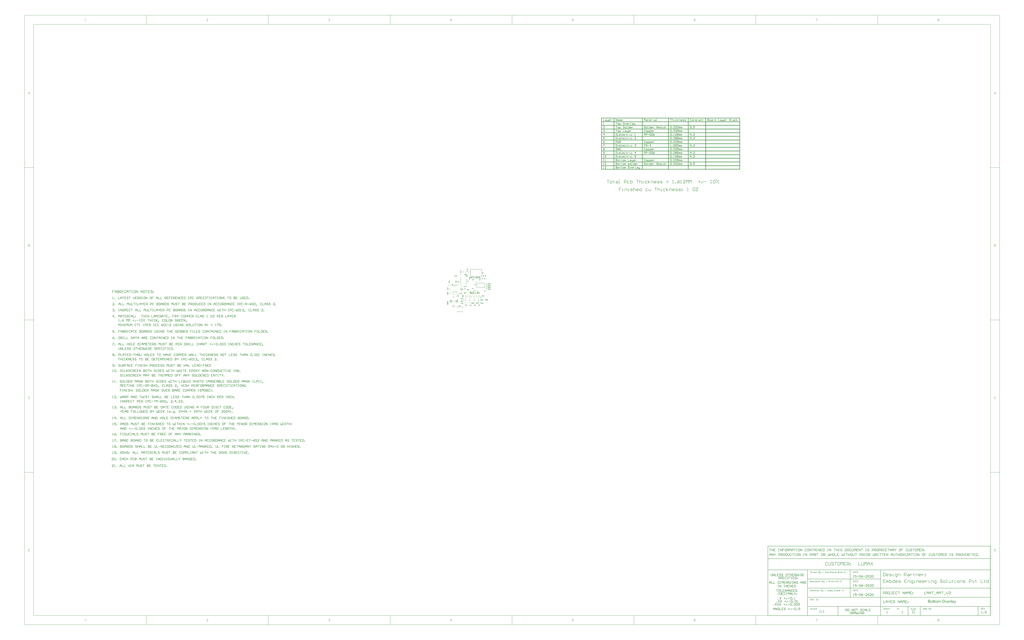
<source format=gbo>
G04 Layer_Color=32896*
%FSLAX25Y25*%
%MOIN*%
G70*
G01*
G75*
%ADD21C,0.01500*%
%ADD24C,0.00800*%
%ADD26C,0.00100*%
%ADD27C,0.01000*%
%ADD28C,0.00500*%
%ADD29C,0.00700*%
%ADD103C,0.00400*%
%ADD104C,0.00600*%
G36*
X1600948Y-940631D02*
X1602133D01*
Y-941554D01*
X1600948D01*
Y-945638D01*
Y-945653D01*
Y-945711D01*
Y-945799D01*
X1600962Y-945902D01*
X1600977Y-946121D01*
X1600991Y-946209D01*
X1601006Y-946282D01*
X1601021Y-946312D01*
X1601050Y-946370D01*
X1601109Y-946443D01*
X1601196Y-946517D01*
X1601226Y-946531D01*
X1601299Y-946546D01*
X1601431Y-946575D01*
X1601606Y-946590D01*
X1601753D01*
X1601826Y-946575D01*
X1601914D01*
X1602133Y-946546D01*
X1602295Y-947585D01*
X1602265D01*
X1602207Y-947600D01*
X1602119Y-947615D01*
X1601987Y-947629D01*
X1601855Y-947659D01*
X1601709Y-947673D01*
X1601401Y-947688D01*
X1601299D01*
X1601182Y-947673D01*
X1601035Y-947659D01*
X1600874Y-947644D01*
X1600699Y-947600D01*
X1600538Y-947556D01*
X1600391Y-947497D01*
X1600377Y-947483D01*
X1600333Y-947454D01*
X1600274Y-947410D01*
X1600201Y-947351D01*
X1600113Y-947278D01*
X1600040Y-947190D01*
X1599952Y-947088D01*
X1599893Y-946970D01*
Y-946956D01*
X1599879Y-946897D01*
X1599850Y-946809D01*
X1599835Y-946663D01*
X1599806Y-946473D01*
X1599791Y-946370D01*
X1599776Y-946239D01*
Y-946092D01*
X1599762Y-945931D01*
Y-945755D01*
Y-945565D01*
Y-941554D01*
X1598883D01*
Y-940631D01*
X1599762D01*
Y-938918D01*
X1600948Y-938201D01*
Y-940631D01*
D02*
G37*
G36*
X1597214D02*
X1598400D01*
Y-941554D01*
X1597214D01*
Y-945638D01*
Y-945653D01*
Y-945711D01*
Y-945799D01*
X1597229Y-945902D01*
X1597244Y-946121D01*
X1597258Y-946209D01*
X1597273Y-946282D01*
X1597288Y-946312D01*
X1597317Y-946370D01*
X1597375Y-946443D01*
X1597463Y-946517D01*
X1597493Y-946531D01*
X1597566Y-946546D01*
X1597698Y-946575D01*
X1597873Y-946590D01*
X1598020D01*
X1598093Y-946575D01*
X1598181D01*
X1598400Y-946546D01*
X1598561Y-947585D01*
X1598532D01*
X1598473Y-947600D01*
X1598386Y-947615D01*
X1598254Y-947629D01*
X1598122Y-947659D01*
X1597976Y-947673D01*
X1597668Y-947688D01*
X1597566D01*
X1597449Y-947673D01*
X1597302Y-947659D01*
X1597141Y-947644D01*
X1596966Y-947600D01*
X1596805Y-947556D01*
X1596658Y-947497D01*
X1596643Y-947483D01*
X1596599Y-947454D01*
X1596541Y-947410D01*
X1596468Y-947351D01*
X1596380Y-947278D01*
X1596307Y-947190D01*
X1596219Y-947088D01*
X1596160Y-946970D01*
Y-946956D01*
X1596146Y-946897D01*
X1596116Y-946809D01*
X1596102Y-946663D01*
X1596072Y-946473D01*
X1596058Y-946370D01*
X1596043Y-946239D01*
Y-946092D01*
X1596029Y-945931D01*
Y-945755D01*
Y-945565D01*
Y-941554D01*
X1595150D01*
Y-940631D01*
X1596029D01*
Y-938918D01*
X1597214Y-938201D01*
Y-940631D01*
D02*
G37*
G36*
X1645922Y-940485D02*
X1646039Y-940500D01*
X1646185Y-940514D01*
X1646332Y-940543D01*
X1646507Y-940587D01*
X1646859Y-940705D01*
X1647049Y-940778D01*
X1647239Y-940880D01*
X1647430Y-940983D01*
X1647620Y-941115D01*
X1647796Y-941261D01*
X1647971Y-941437D01*
X1647986Y-941451D01*
X1648015Y-941481D01*
X1648059Y-941539D01*
X1648118Y-941612D01*
X1648176Y-941715D01*
X1648249Y-941832D01*
X1648337Y-941964D01*
X1648425Y-942125D01*
X1648498Y-942315D01*
X1648586Y-942505D01*
X1648659Y-942725D01*
X1648733Y-942974D01*
X1648776Y-943223D01*
X1648820Y-943501D01*
X1648850Y-943794D01*
X1648864Y-944116D01*
Y-944130D01*
Y-944189D01*
Y-944291D01*
X1648850Y-944423D01*
X1643667D01*
Y-944438D01*
Y-944467D01*
X1643682Y-944540D01*
Y-944613D01*
X1643696Y-944716D01*
X1643711Y-944818D01*
X1643770Y-945082D01*
X1643857Y-945360D01*
X1643960Y-945653D01*
X1644121Y-945946D01*
X1644311Y-946195D01*
X1644341Y-946224D01*
X1644414Y-946282D01*
X1644546Y-946385D01*
X1644707Y-946487D01*
X1644926Y-946605D01*
X1645175Y-946707D01*
X1645453Y-946766D01*
X1645761Y-946795D01*
X1645878D01*
X1645995Y-946780D01*
X1646141Y-946751D01*
X1646317Y-946707D01*
X1646507Y-946648D01*
X1646698Y-946575D01*
X1646873Y-946458D01*
X1646888Y-946443D01*
X1646947Y-946385D01*
X1647034Y-946312D01*
X1647137Y-946180D01*
X1647254Y-946033D01*
X1647371Y-945843D01*
X1647488Y-945609D01*
X1647605Y-945345D01*
X1648820Y-945506D01*
Y-945521D01*
X1648806Y-945550D01*
X1648791Y-945609D01*
X1648762Y-945682D01*
X1648733Y-945770D01*
X1648689Y-945872D01*
X1648572Y-946121D01*
X1648425Y-946385D01*
X1648249Y-946663D01*
X1648015Y-946941D01*
X1647752Y-947175D01*
X1647737D01*
X1647722Y-947205D01*
X1647679Y-947234D01*
X1647605Y-947263D01*
X1647532Y-947307D01*
X1647444Y-947366D01*
X1647342Y-947410D01*
X1647210Y-947468D01*
X1646932Y-947571D01*
X1646581Y-947673D01*
X1646200Y-947732D01*
X1645761Y-947761D01*
X1645614D01*
X1645512Y-947746D01*
X1645380Y-947732D01*
X1645234Y-947717D01*
X1645073Y-947688D01*
X1644882Y-947644D01*
X1644502Y-947527D01*
X1644297Y-947454D01*
X1644106Y-947366D01*
X1643901Y-947263D01*
X1643711Y-947132D01*
X1643521Y-946985D01*
X1643345Y-946824D01*
X1643330Y-946809D01*
X1643301Y-946780D01*
X1643257Y-946722D01*
X1643213Y-946648D01*
X1643140Y-946561D01*
X1643067Y-946443D01*
X1642979Y-946297D01*
X1642906Y-946136D01*
X1642818Y-945960D01*
X1642730Y-945770D01*
X1642657Y-945550D01*
X1642598Y-945316D01*
X1642540Y-945067D01*
X1642496Y-944789D01*
X1642467Y-944496D01*
X1642452Y-944189D01*
Y-944174D01*
Y-944116D01*
Y-944013D01*
X1642467Y-943896D01*
X1642481Y-943750D01*
X1642496Y-943574D01*
X1642525Y-943384D01*
X1642569Y-943179D01*
X1642672Y-942739D01*
X1642745Y-942520D01*
X1642833Y-942286D01*
X1642935Y-942066D01*
X1643052Y-941846D01*
X1643184Y-941642D01*
X1643345Y-941451D01*
X1643360Y-941437D01*
X1643389Y-941407D01*
X1643433Y-941363D01*
X1643506Y-941290D01*
X1643594Y-941217D01*
X1643711Y-941144D01*
X1643828Y-941056D01*
X1643975Y-940953D01*
X1644136Y-940866D01*
X1644311Y-940778D01*
X1644502Y-940705D01*
X1644721Y-940617D01*
X1644941Y-940558D01*
X1645175Y-940514D01*
X1645424Y-940485D01*
X1645687Y-940470D01*
X1645819D01*
X1645922Y-940485D01*
D02*
G37*
G36*
X1655935Y-947600D02*
X1654750D01*
Y-937982D01*
X1655935D01*
Y-947600D01*
D02*
G37*
G36*
X1661001Y-940485D02*
X1661206Y-940500D01*
X1661440Y-940529D01*
X1661689Y-940558D01*
X1661923Y-940617D01*
X1662143Y-940690D01*
X1662172Y-940705D01*
X1662231Y-940719D01*
X1662333Y-940778D01*
X1662450Y-940836D01*
X1662582Y-940909D01*
X1662728Y-940997D01*
X1662845Y-941100D01*
X1662963Y-941217D01*
X1662977Y-941232D01*
X1663007Y-941276D01*
X1663050Y-941334D01*
X1663109Y-941437D01*
X1663168Y-941554D01*
X1663226Y-941685D01*
X1663285Y-941846D01*
X1663329Y-942022D01*
Y-942037D01*
X1663343Y-942081D01*
X1663358Y-942154D01*
X1663373Y-942271D01*
Y-942417D01*
X1663387Y-942608D01*
X1663402Y-942827D01*
Y-943106D01*
Y-944687D01*
Y-944701D01*
Y-944760D01*
Y-944848D01*
Y-944950D01*
Y-945082D01*
Y-945228D01*
X1663416Y-945565D01*
Y-945931D01*
X1663431Y-946268D01*
X1663446Y-946429D01*
Y-946561D01*
X1663460Y-946678D01*
X1663475Y-946780D01*
Y-946795D01*
X1663490Y-946853D01*
X1663504Y-946941D01*
X1663534Y-947044D01*
X1663577Y-947161D01*
X1663636Y-947307D01*
X1663768Y-947600D01*
X1662538D01*
X1662523Y-947585D01*
X1662509Y-947541D01*
X1662480Y-947454D01*
X1662436Y-947351D01*
X1662392Y-947219D01*
X1662362Y-947073D01*
X1662333Y-946912D01*
X1662304Y-946722D01*
X1662275Y-946751D01*
X1662187Y-946809D01*
X1662070Y-946912D01*
X1661894Y-947029D01*
X1661704Y-947175D01*
X1661484Y-947307D01*
X1661264Y-947424D01*
X1661030Y-947527D01*
X1661001Y-947541D01*
X1660928Y-947556D01*
X1660811Y-947600D01*
X1660649Y-947644D01*
X1660445Y-947688D01*
X1660225Y-947717D01*
X1659991Y-947746D01*
X1659727Y-947761D01*
X1659625D01*
X1659537Y-947746D01*
X1659449D01*
X1659332Y-947732D01*
X1659083Y-947688D01*
X1658790Y-947629D01*
X1658512Y-947527D01*
X1658219Y-947395D01*
X1657970Y-947205D01*
X1657941Y-947175D01*
X1657868Y-947102D01*
X1657780Y-946985D01*
X1657663Y-946809D01*
X1657546Y-946605D01*
X1657458Y-946370D01*
X1657385Y-946077D01*
X1657355Y-945770D01*
Y-945741D01*
Y-945682D01*
X1657370Y-945580D01*
X1657385Y-945463D01*
X1657414Y-945316D01*
X1657443Y-945155D01*
X1657502Y-944994D01*
X1657575Y-944833D01*
X1657590Y-944818D01*
X1657619Y-944760D01*
X1657663Y-944687D01*
X1657736Y-944584D01*
X1657824Y-944482D01*
X1657941Y-944365D01*
X1658058Y-944262D01*
X1658190Y-944160D01*
X1658205Y-944145D01*
X1658263Y-944116D01*
X1658336Y-944072D01*
X1658439Y-944013D01*
X1658571Y-943940D01*
X1658702Y-943881D01*
X1658863Y-943823D01*
X1659039Y-943764D01*
X1659054D01*
X1659112Y-943750D01*
X1659185Y-943735D01*
X1659303Y-943706D01*
X1659449Y-943676D01*
X1659639Y-943647D01*
X1659844Y-943618D01*
X1660093Y-943589D01*
X1660108D01*
X1660152Y-943574D01*
X1660225D01*
X1660327Y-943559D01*
X1660445Y-943545D01*
X1660576Y-943530D01*
X1660898Y-943472D01*
X1661235Y-943413D01*
X1661587Y-943354D01*
X1661923Y-943267D01*
X1662070Y-943223D01*
X1662201Y-943179D01*
Y-943164D01*
Y-943135D01*
X1662216Y-943047D01*
Y-942945D01*
Y-942901D01*
Y-942871D01*
Y-942857D01*
Y-942842D01*
Y-942754D01*
X1662201Y-942622D01*
X1662172Y-942476D01*
X1662128Y-942315D01*
X1662070Y-942139D01*
X1661996Y-941993D01*
X1661879Y-941861D01*
X1661865Y-941846D01*
X1661791Y-941803D01*
X1661689Y-941729D01*
X1661543Y-941656D01*
X1661352Y-941583D01*
X1661118Y-941510D01*
X1660840Y-941466D01*
X1660532Y-941451D01*
X1660401D01*
X1660254Y-941466D01*
X1660064Y-941481D01*
X1659859Y-941524D01*
X1659669Y-941568D01*
X1659464Y-941642D01*
X1659303Y-941744D01*
X1659288Y-941759D01*
X1659244Y-941803D01*
X1659171Y-941876D01*
X1659083Y-941978D01*
X1658981Y-942125D01*
X1658893Y-942300D01*
X1658790Y-942520D01*
X1658717Y-942769D01*
X1657561Y-942608D01*
Y-942593D01*
X1657575Y-942579D01*
X1657590Y-942491D01*
X1657634Y-942359D01*
X1657678Y-942183D01*
X1657751Y-941993D01*
X1657839Y-941803D01*
X1657941Y-941598D01*
X1658073Y-941422D01*
X1658088Y-941407D01*
X1658146Y-941349D01*
X1658219Y-941261D01*
X1658336Y-941158D01*
X1658483Y-941056D01*
X1658673Y-940939D01*
X1658878Y-940822D01*
X1659112Y-940719D01*
X1659127D01*
X1659142Y-940705D01*
X1659185Y-940690D01*
X1659229Y-940675D01*
X1659376Y-940646D01*
X1659566Y-940587D01*
X1659800Y-940543D01*
X1660064Y-940514D01*
X1660371Y-940485D01*
X1660693Y-940470D01*
X1660840D01*
X1661001Y-940485D01*
D02*
G37*
G36*
X1583380Y-937996D02*
X1583482D01*
X1583731Y-938011D01*
X1584009Y-938055D01*
X1584302Y-938099D01*
X1584595Y-938172D01*
X1584858Y-938274D01*
X1584873D01*
X1584888Y-938289D01*
X1584975Y-938333D01*
X1585093Y-938406D01*
X1585239Y-938494D01*
X1585415Y-938626D01*
X1585590Y-938787D01*
X1585751Y-938962D01*
X1585912Y-939182D01*
X1585927Y-939211D01*
X1585971Y-939285D01*
X1586029Y-939416D01*
X1586103Y-939577D01*
X1586176Y-939768D01*
X1586234Y-939973D01*
X1586278Y-940207D01*
X1586293Y-940456D01*
Y-940485D01*
Y-940558D01*
X1586278Y-940675D01*
X1586249Y-940836D01*
X1586205Y-941012D01*
X1586147Y-941202D01*
X1586073Y-941422D01*
X1585956Y-941627D01*
X1585942Y-941656D01*
X1585898Y-941715D01*
X1585810Y-941817D01*
X1585707Y-941934D01*
X1585561Y-942081D01*
X1585385Y-942212D01*
X1585180Y-942359D01*
X1584931Y-942491D01*
X1584946D01*
X1584975Y-942505D01*
X1585019Y-942520D01*
X1585078Y-942535D01*
X1585239Y-942608D01*
X1585429Y-942696D01*
X1585649Y-942827D01*
X1585868Y-942974D01*
X1586088Y-943149D01*
X1586278Y-943369D01*
X1586293Y-943398D01*
X1586351Y-943472D01*
X1586425Y-943603D01*
X1586527Y-943779D01*
X1586615Y-943999D01*
X1586688Y-944233D01*
X1586747Y-944511D01*
X1586761Y-944818D01*
Y-944848D01*
Y-944936D01*
X1586747Y-945067D01*
X1586732Y-945228D01*
X1586688Y-945419D01*
X1586644Y-945638D01*
X1586571Y-945858D01*
X1586469Y-946077D01*
X1586454Y-946107D01*
X1586425Y-946180D01*
X1586351Y-946282D01*
X1586278Y-946414D01*
X1586176Y-946561D01*
X1586059Y-946707D01*
X1585912Y-946853D01*
X1585766Y-946985D01*
X1585751Y-947000D01*
X1585693Y-947029D01*
X1585605Y-947088D01*
X1585473Y-947161D01*
X1585327Y-947234D01*
X1585136Y-947307D01*
X1584931Y-947380D01*
X1584712Y-947454D01*
X1584683D01*
X1584595Y-947483D01*
X1584463Y-947497D01*
X1584287Y-947527D01*
X1584053Y-947556D01*
X1583790Y-947571D01*
X1583497Y-947600D01*
X1579500D01*
Y-937982D01*
X1583277D01*
X1583380Y-937996D01*
D02*
G37*
G36*
X1630257Y-937835D02*
X1630374D01*
X1630520Y-937850D01*
X1630667Y-937879D01*
X1630843Y-937894D01*
X1631208Y-937982D01*
X1631618Y-938099D01*
X1632028Y-938245D01*
X1632233Y-938348D01*
X1632438Y-938465D01*
X1632453D01*
X1632482Y-938494D01*
X1632541Y-938523D01*
X1632614Y-938582D01*
X1632702Y-938640D01*
X1632804Y-938728D01*
X1633039Y-938918D01*
X1633302Y-939167D01*
X1633580Y-939475D01*
X1633829Y-939826D01*
X1634063Y-940236D01*
Y-940251D01*
X1634093Y-940295D01*
X1634122Y-940353D01*
X1634151Y-940441D01*
X1634195Y-940543D01*
X1634239Y-940675D01*
X1634298Y-940822D01*
X1634356Y-940983D01*
X1634400Y-941173D01*
X1634459Y-941363D01*
X1634546Y-941803D01*
X1634605Y-942286D01*
X1634634Y-942813D01*
Y-942827D01*
Y-942871D01*
Y-942959D01*
X1634620Y-943062D01*
Y-943193D01*
X1634605Y-943340D01*
X1634590Y-943501D01*
X1634561Y-943691D01*
X1634488Y-944101D01*
X1634385Y-944540D01*
X1634239Y-944994D01*
X1634034Y-945433D01*
Y-945448D01*
X1634005Y-945477D01*
X1633975Y-945536D01*
X1633932Y-945624D01*
X1633858Y-945711D01*
X1633785Y-945829D01*
X1633609Y-946077D01*
X1633375Y-946356D01*
X1633082Y-946648D01*
X1632746Y-946927D01*
X1632365Y-947175D01*
X1632350D01*
X1632321Y-947205D01*
X1632263Y-947234D01*
X1632175Y-947263D01*
X1632072Y-947307D01*
X1631955Y-947366D01*
X1631823Y-947410D01*
X1631662Y-947468D01*
X1631326Y-947571D01*
X1630930Y-947673D01*
X1630491Y-947732D01*
X1630037Y-947761D01*
X1629906D01*
X1629803Y-947746D01*
X1629686D01*
X1629554Y-947732D01*
X1629393Y-947703D01*
X1629217Y-947673D01*
X1628851Y-947600D01*
X1628441Y-947483D01*
X1628017Y-947322D01*
X1627812Y-947234D01*
X1627607Y-947117D01*
X1627592Y-947102D01*
X1627563Y-947088D01*
X1627505Y-947044D01*
X1627431Y-947000D01*
X1627344Y-946927D01*
X1627241Y-946853D01*
X1627007Y-946648D01*
X1626743Y-946385D01*
X1626465Y-946092D01*
X1626216Y-945726D01*
X1625982Y-945331D01*
Y-945316D01*
X1625953Y-945272D01*
X1625938Y-945214D01*
X1625894Y-945126D01*
X1625850Y-945023D01*
X1625806Y-944906D01*
X1625762Y-944760D01*
X1625718Y-944599D01*
X1625660Y-944423D01*
X1625616Y-944247D01*
X1625528Y-943838D01*
X1625470Y-943398D01*
X1625440Y-942930D01*
Y-942901D01*
Y-942827D01*
X1625455Y-942696D01*
Y-942535D01*
X1625484Y-942330D01*
X1625513Y-942095D01*
X1625543Y-941846D01*
X1625601Y-941554D01*
X1625675Y-941261D01*
X1625748Y-940953D01*
X1625850Y-940646D01*
X1625982Y-940339D01*
X1626128Y-940031D01*
X1626289Y-939724D01*
X1626494Y-939445D01*
X1626714Y-939182D01*
X1626729Y-939167D01*
X1626773Y-939123D01*
X1626846Y-939050D01*
X1626948Y-938962D01*
X1627080Y-938860D01*
X1627226Y-938757D01*
X1627402Y-938626D01*
X1627607Y-938494D01*
X1627841Y-938377D01*
X1628090Y-938245D01*
X1628368Y-938143D01*
X1628661Y-938025D01*
X1628969Y-937952D01*
X1629305Y-937879D01*
X1629671Y-937835D01*
X1630037Y-937821D01*
X1630169D01*
X1630257Y-937835D01*
D02*
G37*
G36*
X1591417Y-940485D02*
X1591549Y-940500D01*
X1591681Y-940514D01*
X1591842Y-940543D01*
X1592017Y-940587D01*
X1592383Y-940705D01*
X1592574Y-940778D01*
X1592778Y-940866D01*
X1592969Y-940983D01*
X1593159Y-941115D01*
X1593349Y-941261D01*
X1593525Y-941422D01*
X1593540Y-941437D01*
X1593569Y-941466D01*
X1593613Y-941524D01*
X1593672Y-941598D01*
X1593745Y-941685D01*
X1593818Y-941803D01*
X1593906Y-941949D01*
X1593994Y-942095D01*
X1594067Y-942271D01*
X1594155Y-942476D01*
X1594228Y-942681D01*
X1594301Y-942915D01*
X1594360Y-943164D01*
X1594403Y-943442D01*
X1594433Y-943720D01*
X1594447Y-944028D01*
Y-944042D01*
Y-944086D01*
Y-944160D01*
Y-944247D01*
X1594433Y-944365D01*
Y-944496D01*
X1594418Y-944643D01*
X1594403Y-944804D01*
X1594345Y-945140D01*
X1594272Y-945492D01*
X1594169Y-945843D01*
X1594038Y-946151D01*
Y-946165D01*
X1594023Y-946180D01*
X1593964Y-946282D01*
X1593862Y-946414D01*
X1593730Y-946590D01*
X1593569Y-946780D01*
X1593364Y-946970D01*
X1593130Y-947161D01*
X1592852Y-947336D01*
X1592837D01*
X1592822Y-947351D01*
X1592778Y-947380D01*
X1592720Y-947395D01*
X1592559Y-947468D01*
X1592354Y-947541D01*
X1592105Y-947629D01*
X1591827Y-947688D01*
X1591519Y-947746D01*
X1591183Y-947761D01*
X1591036D01*
X1590934Y-947746D01*
X1590817Y-947732D01*
X1590670Y-947717D01*
X1590509Y-947688D01*
X1590334Y-947644D01*
X1589968Y-947527D01*
X1589763Y-947454D01*
X1589572Y-947366D01*
X1589367Y-947263D01*
X1589177Y-947132D01*
X1588987Y-946985D01*
X1588811Y-946824D01*
X1588796Y-946809D01*
X1588767Y-946780D01*
X1588723Y-946722D01*
X1588679Y-946648D01*
X1588606Y-946546D01*
X1588533Y-946429D01*
X1588445Y-946297D01*
X1588372Y-946136D01*
X1588284Y-945946D01*
X1588196Y-945755D01*
X1588123Y-945521D01*
X1588064Y-945287D01*
X1588006Y-945023D01*
X1587962Y-944745D01*
X1587933Y-944438D01*
X1587918Y-944116D01*
Y-944086D01*
Y-944028D01*
X1587933Y-943925D01*
Y-943794D01*
X1587947Y-943633D01*
X1587977Y-943457D01*
X1588006Y-943252D01*
X1588050Y-943032D01*
X1588108Y-942798D01*
X1588181Y-942564D01*
X1588269Y-942330D01*
X1588372Y-942095D01*
X1588489Y-941861D01*
X1588635Y-941642D01*
X1588796Y-941437D01*
X1588987Y-941246D01*
X1589001Y-941232D01*
X1589031Y-941217D01*
X1589075Y-941173D01*
X1589148Y-941129D01*
X1589236Y-941071D01*
X1589338Y-940997D01*
X1589455Y-940924D01*
X1589602Y-940851D01*
X1589748Y-940792D01*
X1589909Y-940719D01*
X1590290Y-940587D01*
X1590714Y-940500D01*
X1590948Y-940485D01*
X1591183Y-940470D01*
X1591315D01*
X1591417Y-940485D01*
D02*
G37*
G36*
X1618237D02*
X1618325D01*
X1618428Y-940500D01*
X1618647Y-940543D01*
X1618911Y-940617D01*
X1619174Y-940719D01*
X1619423Y-940866D01*
X1619658Y-941056D01*
X1619687Y-941085D01*
X1619745Y-941158D01*
X1619833Y-941305D01*
X1619950Y-941495D01*
X1620053Y-941744D01*
X1620141Y-942037D01*
X1620199Y-942403D01*
X1620229Y-942608D01*
Y-942827D01*
Y-947600D01*
X1619043D01*
Y-943223D01*
Y-943208D01*
Y-943193D01*
Y-943106D01*
Y-942974D01*
X1619028Y-942827D01*
X1618999Y-942491D01*
X1618969Y-942330D01*
X1618925Y-942198D01*
Y-942183D01*
X1618896Y-942139D01*
X1618867Y-942081D01*
X1618823Y-942008D01*
X1618764Y-941934D01*
X1618691Y-941846D01*
X1618603Y-941759D01*
X1618501Y-941685D01*
X1618486Y-941671D01*
X1618442Y-941656D01*
X1618384Y-941627D01*
X1618311Y-941583D01*
X1618208Y-941554D01*
X1618076Y-941524D01*
X1617945Y-941510D01*
X1617798Y-941495D01*
X1617681D01*
X1617535Y-941524D01*
X1617374Y-941554D01*
X1617183Y-941612D01*
X1616978Y-941700D01*
X1616759Y-941832D01*
X1616569Y-941993D01*
X1616554Y-942022D01*
X1616495Y-942081D01*
X1616422Y-942198D01*
X1616334Y-942373D01*
X1616232Y-942593D01*
X1616159Y-942857D01*
X1616100Y-943179D01*
X1616085Y-943559D01*
Y-947600D01*
X1614899D01*
Y-943076D01*
Y-943062D01*
Y-943047D01*
Y-943003D01*
Y-942945D01*
X1614885Y-942798D01*
X1614870Y-942637D01*
X1614826Y-942432D01*
X1614782Y-942242D01*
X1614709Y-942051D01*
X1614607Y-941890D01*
X1614592Y-941876D01*
X1614548Y-941832D01*
X1614490Y-941759D01*
X1614387Y-941685D01*
X1614255Y-941627D01*
X1614094Y-941554D01*
X1613904Y-941510D01*
X1613670Y-941495D01*
X1613582D01*
X1613494Y-941510D01*
X1613362Y-941524D01*
X1613231Y-941554D01*
X1613070Y-941612D01*
X1612909Y-941671D01*
X1612747Y-941759D01*
X1612733Y-941773D01*
X1612674Y-941803D01*
X1612601Y-941876D01*
X1612513Y-941949D01*
X1612411Y-942066D01*
X1612308Y-942198D01*
X1612220Y-942359D01*
X1612133Y-942535D01*
X1612118Y-942564D01*
X1612103Y-942622D01*
X1612074Y-942739D01*
X1612045Y-942901D01*
X1612001Y-943106D01*
X1611971Y-943354D01*
X1611957Y-943647D01*
X1611942Y-943984D01*
Y-947600D01*
X1610756D01*
Y-940631D01*
X1611810D01*
Y-941612D01*
X1611825Y-941583D01*
X1611869Y-941524D01*
X1611942Y-941437D01*
X1612045Y-941319D01*
X1612162Y-941188D01*
X1612308Y-941056D01*
X1612484Y-940909D01*
X1612674Y-940792D01*
X1612704Y-940778D01*
X1612777Y-940749D01*
X1612894Y-940690D01*
X1613040Y-940631D01*
X1613231Y-940573D01*
X1613436Y-940514D01*
X1613684Y-940485D01*
X1613933Y-940470D01*
X1614065D01*
X1614211Y-940485D01*
X1614387Y-940514D01*
X1614577Y-940543D01*
X1614797Y-940602D01*
X1615002Y-940690D01*
X1615192Y-940792D01*
X1615222Y-940807D01*
X1615280Y-940851D01*
X1615368Y-940924D01*
X1615471Y-941027D01*
X1615588Y-941158D01*
X1615705Y-941305D01*
X1615807Y-941495D01*
X1615895Y-941700D01*
X1615910Y-941685D01*
X1615939Y-941642D01*
X1615983Y-941583D01*
X1616041Y-941510D01*
X1616129Y-941407D01*
X1616232Y-941305D01*
X1616349Y-941202D01*
X1616481Y-941085D01*
X1616627Y-940968D01*
X1616788Y-940866D01*
X1617169Y-940661D01*
X1617374Y-940587D01*
X1617593Y-940529D01*
X1617813Y-940485D01*
X1618062Y-940470D01*
X1618164D01*
X1618237Y-940485D01*
D02*
G37*
G36*
X1653081D02*
X1653242Y-940514D01*
X1653417Y-940573D01*
X1653622Y-940631D01*
X1653842Y-940734D01*
X1654076Y-940866D01*
X1653652Y-941949D01*
X1653637Y-941934D01*
X1653578Y-941905D01*
X1653491Y-941861D01*
X1653388Y-941817D01*
X1653256Y-941773D01*
X1653110Y-941729D01*
X1652949Y-941700D01*
X1652788Y-941685D01*
X1652729D01*
X1652656Y-941700D01*
X1652554Y-941715D01*
X1652451Y-941744D01*
X1652334Y-941788D01*
X1652217Y-941846D01*
X1652100Y-941920D01*
X1652085Y-941934D01*
X1652056Y-941964D01*
X1651997Y-942022D01*
X1651939Y-942095D01*
X1651866Y-942183D01*
X1651792Y-942300D01*
X1651734Y-942432D01*
X1651675Y-942579D01*
X1651661Y-942608D01*
X1651646Y-942681D01*
X1651617Y-942813D01*
X1651587Y-942988D01*
X1651543Y-943193D01*
X1651514Y-943428D01*
X1651500Y-943676D01*
X1651485Y-943955D01*
Y-947600D01*
X1650299D01*
Y-940631D01*
X1651368D01*
Y-941671D01*
X1651382Y-941656D01*
X1651441Y-941568D01*
X1651514Y-941437D01*
X1651602Y-941290D01*
X1651719Y-941129D01*
X1651851Y-940968D01*
X1651968Y-940822D01*
X1652100Y-940719D01*
X1652114Y-940705D01*
X1652158Y-940675D01*
X1652231Y-940646D01*
X1652334Y-940587D01*
X1652436Y-940543D01*
X1652568Y-940514D01*
X1652715Y-940485D01*
X1652861Y-940470D01*
X1652963D01*
X1653081Y-940485D01*
D02*
G37*
G36*
X1668292Y-947717D02*
Y-947732D01*
X1668277Y-947761D01*
X1668248Y-947820D01*
X1668218Y-947907D01*
X1668189Y-947995D01*
X1668145Y-948098D01*
X1668057Y-948347D01*
X1667940Y-948610D01*
X1667838Y-948859D01*
X1667735Y-949108D01*
X1667677Y-949210D01*
X1667633Y-949298D01*
X1667618Y-949327D01*
X1667574Y-949386D01*
X1667516Y-949489D01*
X1667428Y-949620D01*
X1667311Y-949752D01*
X1667194Y-949899D01*
X1667047Y-950030D01*
X1666901Y-950147D01*
X1666886Y-950162D01*
X1666828Y-950191D01*
X1666740Y-950235D01*
X1666623Y-950279D01*
X1666491Y-950338D01*
X1666315Y-950382D01*
X1666139Y-950411D01*
X1665935Y-950426D01*
X1665876D01*
X1665803Y-950411D01*
X1665715D01*
X1665598Y-950396D01*
X1665466Y-950367D01*
X1665173Y-950279D01*
X1665042Y-949181D01*
X1665056D01*
X1665100Y-949196D01*
X1665173Y-949210D01*
X1665276Y-949240D01*
X1665481Y-949284D01*
X1665715Y-949298D01*
X1665788D01*
X1665847Y-949284D01*
X1665949D01*
X1666154Y-949240D01*
X1666257Y-949210D01*
X1666344Y-949166D01*
X1666359D01*
X1666388Y-949137D01*
X1666432Y-949108D01*
X1666476Y-949064D01*
X1666608Y-948947D01*
X1666740Y-948786D01*
Y-948771D01*
X1666754Y-948742D01*
X1666784Y-948698D01*
X1666828Y-948610D01*
X1666871Y-948493D01*
X1666930Y-948347D01*
X1667003Y-948142D01*
X1667091Y-947907D01*
X1667106Y-947893D01*
X1667120Y-947834D01*
X1667164Y-947746D01*
X1667208Y-947615D01*
X1664558Y-940631D01*
X1665817D01*
X1667267Y-944643D01*
Y-944657D01*
X1667281Y-944672D01*
X1667296Y-944716D01*
X1667311Y-944775D01*
X1667369Y-944936D01*
X1667443Y-945140D01*
X1667516Y-945375D01*
X1667603Y-945653D01*
X1667691Y-945946D01*
X1667779Y-946253D01*
Y-946239D01*
X1667794Y-946224D01*
Y-946180D01*
X1667823Y-946121D01*
X1667852Y-945960D01*
X1667911Y-945770D01*
X1667984Y-945536D01*
X1668072Y-945272D01*
X1668160Y-944994D01*
X1668262Y-944701D01*
X1669756Y-940631D01*
X1670927D01*
X1668292Y-947717D01*
D02*
G37*
G36*
X1639158Y-947600D02*
X1638045D01*
X1635395Y-940631D01*
X1636640D01*
X1638133Y-944818D01*
X1638148Y-944848D01*
X1638177Y-944936D01*
X1638221Y-945067D01*
X1638280Y-945243D01*
X1638353Y-945448D01*
X1638426Y-945682D01*
X1638514Y-945946D01*
X1638587Y-946209D01*
X1638602Y-946180D01*
X1638616Y-946107D01*
X1638660Y-945990D01*
X1638704Y-945843D01*
X1638763Y-945653D01*
X1638836Y-945419D01*
X1638924Y-945170D01*
X1639026Y-944892D01*
X1640578Y-940631D01*
X1641793D01*
X1639158Y-947600D01*
D02*
G37*
G36*
X1606350Y-940485D02*
X1606482Y-940500D01*
X1606613Y-940514D01*
X1606774Y-940543D01*
X1606950Y-940587D01*
X1607316Y-940705D01*
X1607506Y-940778D01*
X1607711Y-940866D01*
X1607902Y-940983D01*
X1608092Y-941115D01*
X1608282Y-941261D01*
X1608458Y-941422D01*
X1608473Y-941437D01*
X1608502Y-941466D01*
X1608546Y-941524D01*
X1608604Y-941598D01*
X1608677Y-941685D01*
X1608751Y-941803D01*
X1608839Y-941949D01*
X1608926Y-942095D01*
X1609000Y-942271D01*
X1609087Y-942476D01*
X1609161Y-942681D01*
X1609234Y-942915D01*
X1609292Y-943164D01*
X1609336Y-943442D01*
X1609366Y-943720D01*
X1609380Y-944028D01*
Y-944042D01*
Y-944086D01*
Y-944160D01*
Y-944247D01*
X1609366Y-944365D01*
Y-944496D01*
X1609351Y-944643D01*
X1609336Y-944804D01*
X1609278Y-945140D01*
X1609205Y-945492D01*
X1609102Y-945843D01*
X1608970Y-946151D01*
Y-946165D01*
X1608956Y-946180D01*
X1608897Y-946282D01*
X1608795Y-946414D01*
X1608663Y-946590D01*
X1608502Y-946780D01*
X1608297Y-946970D01*
X1608063Y-947161D01*
X1607784Y-947336D01*
X1607770D01*
X1607755Y-947351D01*
X1607711Y-947380D01*
X1607653Y-947395D01*
X1607492Y-947468D01*
X1607287Y-947541D01*
X1607038Y-947629D01*
X1606760Y-947688D01*
X1606452Y-947746D01*
X1606116Y-947761D01*
X1605969D01*
X1605867Y-947746D01*
X1605750Y-947732D01*
X1605603Y-947717D01*
X1605442Y-947688D01*
X1605266Y-947644D01*
X1604900Y-947527D01*
X1604695Y-947454D01*
X1604505Y-947366D01*
X1604300Y-947263D01*
X1604110Y-947132D01*
X1603919Y-946985D01*
X1603744Y-946824D01*
X1603729Y-946809D01*
X1603700Y-946780D01*
X1603656Y-946722D01*
X1603612Y-946648D01*
X1603539Y-946546D01*
X1603466Y-946429D01*
X1603378Y-946297D01*
X1603305Y-946136D01*
X1603217Y-945946D01*
X1603129Y-945755D01*
X1603056Y-945521D01*
X1602997Y-945287D01*
X1602939Y-945023D01*
X1602895Y-944745D01*
X1602865Y-944438D01*
X1602851Y-944116D01*
Y-944086D01*
Y-944028D01*
X1602865Y-943925D01*
Y-943794D01*
X1602880Y-943633D01*
X1602909Y-943457D01*
X1602939Y-943252D01*
X1602983Y-943032D01*
X1603041Y-942798D01*
X1603114Y-942564D01*
X1603202Y-942330D01*
X1603305Y-942095D01*
X1603422Y-941861D01*
X1603568Y-941642D01*
X1603729Y-941437D01*
X1603919Y-941246D01*
X1603934Y-941232D01*
X1603963Y-941217D01*
X1604007Y-941173D01*
X1604081Y-941129D01*
X1604168Y-941071D01*
X1604271Y-940997D01*
X1604388Y-940924D01*
X1604534Y-940851D01*
X1604681Y-940792D01*
X1604842Y-940719D01*
X1605223Y-940587D01*
X1605647Y-940500D01*
X1605881Y-940485D01*
X1606116Y-940470D01*
X1606247D01*
X1606350Y-940485D01*
D02*
G37*
%LPC*%
G36*
X1645702Y-941437D02*
X1645629D01*
X1645570Y-941451D01*
X1645409Y-941466D01*
X1645219Y-941510D01*
X1644999Y-941568D01*
X1644780Y-941671D01*
X1644546Y-941803D01*
X1644326Y-941993D01*
X1644297Y-942022D01*
X1644238Y-942095D01*
X1644150Y-942212D01*
X1644048Y-942388D01*
X1643945Y-942593D01*
X1643843Y-942842D01*
X1643770Y-943135D01*
X1643726Y-943457D01*
X1647620D01*
Y-943442D01*
Y-943413D01*
X1647605Y-943369D01*
Y-943311D01*
X1647576Y-943149D01*
X1647532Y-942959D01*
X1647474Y-942754D01*
X1647386Y-942535D01*
X1647298Y-942315D01*
X1647166Y-942139D01*
Y-942125D01*
X1647137Y-942110D01*
X1647064Y-942022D01*
X1646932Y-941920D01*
X1646771Y-941788D01*
X1646551Y-941656D01*
X1646302Y-941539D01*
X1646024Y-941466D01*
X1645863Y-941451D01*
X1645702Y-941437D01*
D02*
G37*
G36*
X1662201Y-944101D02*
X1662172Y-944116D01*
X1662128Y-944130D01*
X1662084Y-944145D01*
X1662011Y-944174D01*
X1661923Y-944189D01*
X1661835Y-944218D01*
X1661718Y-944262D01*
X1661587Y-944291D01*
X1661440Y-944321D01*
X1661294Y-944365D01*
X1661118Y-944409D01*
X1660928Y-944438D01*
X1660723Y-944482D01*
X1660503Y-944511D01*
X1660269Y-944555D01*
X1660240D01*
X1660152Y-944569D01*
X1660020Y-944599D01*
X1659859Y-944628D01*
X1659522Y-944701D01*
X1659361Y-944745D01*
X1659229Y-944789D01*
X1659215D01*
X1659185Y-944818D01*
X1659127Y-944848D01*
X1659068Y-944892D01*
X1658922Y-945009D01*
X1658776Y-945184D01*
Y-945199D01*
X1658746Y-945228D01*
X1658732Y-945272D01*
X1658702Y-945345D01*
X1658644Y-945521D01*
X1658629Y-945624D01*
X1658615Y-945741D01*
Y-945755D01*
Y-945814D01*
X1658629Y-945902D01*
X1658658Y-946019D01*
X1658702Y-946136D01*
X1658761Y-946268D01*
X1658849Y-946399D01*
X1658966Y-946531D01*
X1658981Y-946546D01*
X1659039Y-946575D01*
X1659112Y-946634D01*
X1659229Y-946678D01*
X1659376Y-946736D01*
X1659566Y-946795D01*
X1659771Y-946824D01*
X1660020Y-946839D01*
X1660137D01*
X1660254Y-946824D01*
X1660430Y-946795D01*
X1660606Y-946766D01*
X1660811Y-946722D01*
X1661016Y-946648D01*
X1661221Y-946546D01*
X1661250Y-946531D01*
X1661308Y-946487D01*
X1661411Y-946429D01*
X1661528Y-946326D01*
X1661645Y-946224D01*
X1661777Y-946077D01*
X1661909Y-945916D01*
X1662011Y-945726D01*
X1662026Y-945711D01*
X1662040Y-945653D01*
X1662070Y-945565D01*
X1662114Y-945433D01*
X1662143Y-945258D01*
X1662172Y-945053D01*
X1662187Y-944818D01*
X1662201Y-944540D01*
Y-944101D01*
D02*
G37*
G36*
X1583306Y-943164D02*
X1580774D01*
Y-946473D01*
X1583497D01*
X1583790Y-946458D01*
X1583921Y-946443D01*
X1584024Y-946429D01*
X1584038D01*
X1584097Y-946414D01*
X1584185Y-946399D01*
X1584287Y-946370D01*
X1584521Y-946297D01*
X1584756Y-946180D01*
X1584770Y-946165D01*
X1584814Y-946151D01*
X1584858Y-946107D01*
X1584931Y-946033D01*
X1585019Y-945960D01*
X1585093Y-945872D01*
X1585180Y-945755D01*
X1585254Y-945638D01*
X1585268Y-945624D01*
X1585283Y-945580D01*
X1585312Y-945506D01*
X1585356Y-945404D01*
X1585385Y-945287D01*
X1585415Y-945140D01*
X1585429Y-944994D01*
X1585444Y-944818D01*
Y-944789D01*
Y-944731D01*
X1585429Y-944628D01*
X1585415Y-944511D01*
X1585371Y-944365D01*
X1585327Y-944203D01*
X1585254Y-944042D01*
X1585151Y-943896D01*
X1585136Y-943881D01*
X1585107Y-943823D01*
X1585034Y-943764D01*
X1584946Y-943676D01*
X1584844Y-943574D01*
X1584712Y-943486D01*
X1584565Y-943398D01*
X1584390Y-943325D01*
X1584361Y-943311D01*
X1584302Y-943296D01*
X1584185Y-943267D01*
X1584038Y-943237D01*
X1583833Y-943208D01*
X1583599Y-943193D01*
X1583306Y-943164D01*
D02*
G37*
G36*
X1583043Y-939109D02*
X1580774D01*
Y-942037D01*
X1583131D01*
X1583306Y-942022D01*
X1583511Y-942008D01*
X1583716Y-941993D01*
X1583892Y-941964D01*
X1584053Y-941934D01*
X1584068Y-941920D01*
X1584126Y-941905D01*
X1584214Y-941876D01*
X1584331Y-941817D01*
X1584448Y-941759D01*
X1584565Y-941671D01*
X1584683Y-941568D01*
X1584785Y-941451D01*
X1584800Y-941437D01*
X1584829Y-941393D01*
X1584858Y-941319D01*
X1584917Y-941217D01*
X1584961Y-941100D01*
X1584990Y-940953D01*
X1585019Y-940792D01*
X1585034Y-940602D01*
Y-940587D01*
Y-940514D01*
X1585019Y-940426D01*
X1585005Y-940309D01*
X1584975Y-940178D01*
X1584931Y-940046D01*
X1584873Y-939899D01*
X1584800Y-939753D01*
X1584785Y-939738D01*
X1584756Y-939694D01*
X1584697Y-939636D01*
X1584624Y-939548D01*
X1584536Y-939475D01*
X1584419Y-939387D01*
X1584287Y-939314D01*
X1584141Y-939255D01*
X1584126D01*
X1584053Y-939226D01*
X1583951Y-939211D01*
X1583804Y-939182D01*
X1583599Y-939153D01*
X1583350Y-939138D01*
X1583043Y-939109D01*
D02*
G37*
G36*
X1630037Y-938918D02*
X1629906D01*
X1629818Y-938933D01*
X1629701Y-938948D01*
X1629554Y-938962D01*
X1629408Y-938992D01*
X1629247Y-939036D01*
X1628881Y-939153D01*
X1628690Y-939226D01*
X1628500Y-939314D01*
X1628295Y-939416D01*
X1628105Y-939548D01*
X1627914Y-939694D01*
X1627724Y-939855D01*
X1627710Y-939870D01*
X1627680Y-939899D01*
X1627636Y-939958D01*
X1627578Y-940031D01*
X1627505Y-940134D01*
X1627417Y-940265D01*
X1627329Y-940412D01*
X1627241Y-940587D01*
X1627153Y-940792D01*
X1627065Y-941012D01*
X1626978Y-941261D01*
X1626904Y-941554D01*
X1626846Y-941861D01*
X1626802Y-942183D01*
X1626773Y-942549D01*
X1626758Y-942945D01*
Y-942959D01*
Y-943018D01*
Y-943106D01*
X1626773Y-943237D01*
X1626787Y-943384D01*
X1626802Y-943545D01*
X1626831Y-943735D01*
X1626875Y-943940D01*
X1626978Y-944379D01*
X1627065Y-944599D01*
X1627153Y-944833D01*
X1627256Y-945053D01*
X1627373Y-945272D01*
X1627519Y-945492D01*
X1627680Y-945682D01*
X1627695Y-945697D01*
X1627724Y-945726D01*
X1627783Y-945770D01*
X1627856Y-945843D01*
X1627944Y-945916D01*
X1628046Y-945990D01*
X1628178Y-946092D01*
X1628324Y-946180D01*
X1628485Y-946268D01*
X1628661Y-946356D01*
X1628851Y-946443D01*
X1629071Y-946517D01*
X1629291Y-946590D01*
X1629525Y-946634D01*
X1629759Y-946663D01*
X1630023Y-946678D01*
X1630154D01*
X1630257Y-946663D01*
X1630389Y-946648D01*
X1630520Y-946619D01*
X1630681Y-946590D01*
X1630857Y-946546D01*
X1631223Y-946429D01*
X1631428Y-946356D01*
X1631618Y-946253D01*
X1631823Y-946136D01*
X1632014Y-946004D01*
X1632204Y-945858D01*
X1632380Y-945682D01*
X1632394Y-945667D01*
X1632424Y-945638D01*
X1632467Y-945580D01*
X1632526Y-945492D01*
X1632599Y-945389D01*
X1632673Y-945258D01*
X1632760Y-945111D01*
X1632848Y-944950D01*
X1632936Y-944745D01*
X1633024Y-944540D01*
X1633097Y-944306D01*
X1633170Y-944042D01*
X1633229Y-943764D01*
X1633273Y-943472D01*
X1633302Y-943149D01*
X1633317Y-942813D01*
Y-942798D01*
Y-942754D01*
Y-942696D01*
Y-942622D01*
X1633302Y-942520D01*
Y-942388D01*
X1633273Y-942110D01*
X1633214Y-941803D01*
X1633141Y-941451D01*
X1633039Y-941100D01*
X1632907Y-940763D01*
Y-940749D01*
X1632892Y-940719D01*
X1632863Y-940675D01*
X1632833Y-940617D01*
X1632746Y-940456D01*
X1632614Y-940265D01*
X1632453Y-940046D01*
X1632248Y-939812D01*
X1632014Y-939592D01*
X1631750Y-939402D01*
X1631735D01*
X1631721Y-939387D01*
X1631677Y-939358D01*
X1631618Y-939328D01*
X1631457Y-939255D01*
X1631252Y-939153D01*
X1631004Y-939065D01*
X1630711Y-938992D01*
X1630389Y-938933D01*
X1630037Y-938918D01*
D02*
G37*
G36*
X1591344Y-941451D02*
X1591095D01*
X1591036Y-941466D01*
X1590875Y-941481D01*
X1590670Y-941539D01*
X1590436Y-941612D01*
X1590187Y-941729D01*
X1589938Y-941905D01*
X1589821Y-942008D01*
X1589704Y-942125D01*
X1589675Y-942154D01*
X1589645Y-942198D01*
X1589616Y-942242D01*
X1589572Y-942315D01*
X1589528Y-942403D01*
X1589470Y-942505D01*
X1589426Y-942622D01*
X1589367Y-942754D01*
X1589309Y-942901D01*
X1589265Y-943062D01*
X1589221Y-943252D01*
X1589192Y-943442D01*
X1589162Y-943662D01*
X1589133Y-943881D01*
Y-944130D01*
Y-944145D01*
Y-944189D01*
Y-944262D01*
X1589148Y-944350D01*
Y-944452D01*
X1589162Y-944584D01*
X1589206Y-944877D01*
X1589279Y-945199D01*
X1589367Y-945536D01*
X1589514Y-945858D01*
X1589602Y-946004D01*
X1589704Y-946136D01*
X1589733Y-946165D01*
X1589807Y-946239D01*
X1589938Y-946341D01*
X1590114Y-946458D01*
X1590319Y-946590D01*
X1590582Y-946692D01*
X1590861Y-946766D01*
X1591022Y-946780D01*
X1591183Y-946795D01*
X1591271D01*
X1591329Y-946780D01*
X1591490Y-946766D01*
X1591695Y-946707D01*
X1591929Y-946634D01*
X1592178Y-946517D01*
X1592412Y-946356D01*
X1592530Y-946253D01*
X1592647Y-946136D01*
Y-946121D01*
X1592676Y-946107D01*
X1592705Y-946063D01*
X1592735Y-946004D01*
X1592778Y-945931D01*
X1592837Y-945843D01*
X1592881Y-945741D01*
X1592939Y-945624D01*
X1592998Y-945492D01*
X1593042Y-945345D01*
X1593101Y-945170D01*
X1593145Y-944979D01*
X1593174Y-944789D01*
X1593203Y-944569D01*
X1593232Y-944335D01*
Y-944086D01*
Y-944072D01*
Y-944028D01*
Y-943969D01*
X1593218Y-943867D01*
Y-943764D01*
X1593203Y-943647D01*
X1593159Y-943354D01*
X1593086Y-943047D01*
X1592983Y-942710D01*
X1592837Y-942403D01*
X1592632Y-942125D01*
Y-942110D01*
X1592603Y-942095D01*
X1592530Y-942022D01*
X1592398Y-941905D01*
X1592237Y-941788D01*
X1592017Y-941671D01*
X1591768Y-941554D01*
X1591490Y-941481D01*
X1591344Y-941451D01*
D02*
G37*
G36*
X1606277D02*
X1606028D01*
X1605969Y-941466D01*
X1605808Y-941481D01*
X1605603Y-941539D01*
X1605369Y-941612D01*
X1605120Y-941729D01*
X1604871Y-941905D01*
X1604754Y-942008D01*
X1604637Y-942125D01*
X1604608Y-942154D01*
X1604578Y-942198D01*
X1604549Y-942242D01*
X1604505Y-942315D01*
X1604461Y-942403D01*
X1604403Y-942505D01*
X1604359Y-942622D01*
X1604300Y-942754D01*
X1604242Y-942901D01*
X1604198Y-943062D01*
X1604154Y-943252D01*
X1604124Y-943442D01*
X1604095Y-943662D01*
X1604066Y-943881D01*
Y-944130D01*
Y-944145D01*
Y-944189D01*
Y-944262D01*
X1604081Y-944350D01*
Y-944452D01*
X1604095Y-944584D01*
X1604139Y-944877D01*
X1604212Y-945199D01*
X1604300Y-945536D01*
X1604447Y-945858D01*
X1604534Y-946004D01*
X1604637Y-946136D01*
X1604666Y-946165D01*
X1604739Y-946239D01*
X1604871Y-946341D01*
X1605047Y-946458D01*
X1605252Y-946590D01*
X1605515Y-946692D01*
X1605793Y-946766D01*
X1605955Y-946780D01*
X1606116Y-946795D01*
X1606203D01*
X1606262Y-946780D01*
X1606423Y-946766D01*
X1606628Y-946707D01*
X1606862Y-946634D01*
X1607111Y-946517D01*
X1607345Y-946356D01*
X1607462Y-946253D01*
X1607579Y-946136D01*
Y-946121D01*
X1607609Y-946107D01*
X1607638Y-946063D01*
X1607667Y-946004D01*
X1607711Y-945931D01*
X1607770Y-945843D01*
X1607814Y-945741D01*
X1607872Y-945624D01*
X1607931Y-945492D01*
X1607975Y-945345D01*
X1608033Y-945170D01*
X1608077Y-944979D01*
X1608107Y-944789D01*
X1608136Y-944569D01*
X1608165Y-944335D01*
Y-944086D01*
Y-944072D01*
Y-944028D01*
Y-943969D01*
X1608150Y-943867D01*
Y-943764D01*
X1608136Y-943647D01*
X1608092Y-943354D01*
X1608019Y-943047D01*
X1607916Y-942710D01*
X1607770Y-942403D01*
X1607565Y-942125D01*
Y-942110D01*
X1607536Y-942095D01*
X1607462Y-942022D01*
X1607331Y-941905D01*
X1607170Y-941788D01*
X1606950Y-941671D01*
X1606701Y-941554D01*
X1606423Y-941481D01*
X1606277Y-941451D01*
D02*
G37*
%LPD*%
D21*
X961130Y475550D02*
Y643550D01*
X849162Y619550D02*
X961130D01*
X849162Y607550D02*
X961130D01*
X849162Y595550D02*
X961130D01*
X849162Y583550D02*
X961130D01*
X849162Y571550D02*
X961130D01*
X849162Y559550D02*
X961130D01*
X849162Y547550D02*
X961130D01*
X849162Y535550D02*
X961130D01*
X849162Y523550D02*
X961130D01*
X849162Y511550D02*
X961130D01*
X849162Y499550D02*
X961130D01*
X849162Y487550D02*
X961130D01*
X849162Y475550D02*
X961130D01*
X849162D02*
Y643550D01*
X792176Y619550D02*
X849162D01*
X792176Y607550D02*
X849162D01*
X792176Y595550D02*
X849162D01*
X792176Y583550D02*
X849162D01*
X792176Y571550D02*
X849162D01*
X792176Y559550D02*
X849162D01*
X792176Y547550D02*
X849162D01*
X792176Y535550D02*
X849162D01*
X792176Y523550D02*
X849162D01*
X792176Y511550D02*
X849162D01*
X792176Y499550D02*
X849162D01*
X792176Y487550D02*
X849162D01*
X792176Y475550D02*
X849162D01*
X792176D02*
Y643550D01*
X727192Y619550D02*
X792176D01*
X727192Y607550D02*
X792176D01*
X727192Y595550D02*
X792176D01*
X727192Y583550D02*
X792176D01*
X727192Y571550D02*
X792176D01*
X727192Y559550D02*
X792176D01*
X727192Y547550D02*
X792176D01*
X727192Y535550D02*
X792176D01*
X727192Y523550D02*
X792176D01*
X727192Y511550D02*
X792176D01*
X727192Y499550D02*
X792176D01*
X727192Y487550D02*
X792176D01*
X727192Y475550D02*
X792176D01*
X727192D02*
Y643550D01*
X641216Y619550D02*
X727192D01*
X641216Y607550D02*
X727192D01*
X641216Y595550D02*
X727192D01*
X641216Y583550D02*
X727192D01*
X641216Y571550D02*
X727192D01*
X641216Y559550D02*
X727192D01*
X641216Y547550D02*
X727192D01*
X641216Y535550D02*
X727192D01*
X641216Y523550D02*
X727192D01*
X641216Y511550D02*
X727192D01*
X641216Y499550D02*
X727192D01*
X641216Y487550D02*
X727192D01*
X641216Y475550D02*
X727192D01*
X641216D02*
Y643550D01*
X548241Y619550D02*
X641216D01*
X548241Y607550D02*
X641216D01*
X548241Y595550D02*
X641216D01*
X548241Y583550D02*
X641216D01*
X548241Y571550D02*
X641216D01*
X548241Y559550D02*
X641216D01*
X548241Y547550D02*
X641216D01*
X548241Y535550D02*
X641216D01*
X548241Y523550D02*
X641216D01*
X548241Y511550D02*
X641216D01*
X548241Y499550D02*
X641216D01*
X548241Y487550D02*
X641216D01*
X548241Y475550D02*
X641216D01*
X548241D02*
Y643550D01*
X507250Y619550D02*
X548241D01*
X507250Y607550D02*
X548241D01*
X507250Y595550D02*
X548241D01*
X507250Y583550D02*
X548241D01*
X507250Y571550D02*
X548241D01*
X507250Y559550D02*
X548241D01*
X507250Y547550D02*
X548241D01*
X507250Y535550D02*
X548241D01*
X507250Y523550D02*
X548241D01*
X507250Y511550D02*
X548241D01*
X507250Y499550D02*
X548241D01*
X507250Y487550D02*
X548241D01*
X507250Y475550D02*
X548241D01*
X507250D02*
Y643550D01*
X961130D01*
X507250Y631550D02*
X961130D01*
D24*
X30587Y27000D02*
G03*
X30587Y27000I-600J0D01*
G01*
X113700Y50850D02*
G03*
X113700Y50850I-750J0D01*
G01*
X64469Y70700D02*
G03*
X64469Y70700I-869J0D01*
G01*
X18931Y70700D02*
G03*
X18931Y70700I-1131J0D01*
G01*
X96855Y105383D02*
G03*
X96855Y105383I-800J0D01*
G01*
X19600Y63745D02*
X24700D01*
X19600Y56855D02*
X24800D01*
X30901Y40500D02*
Y44500D01*
X24700Y40499D02*
Y44499D01*
X21167Y40400D02*
Y44400D01*
X14966Y40399D02*
Y44399D01*
X30073Y36500D02*
Y47500D01*
X21487Y54795D02*
X24487D01*
X15900Y36500D02*
Y47500D01*
X21487Y29205D02*
X24487D01*
X58900Y38500D02*
X62900D01*
X58899Y44701D02*
X62899Y44701D01*
X73000Y38500D02*
X77000D01*
X72999Y44701D02*
X76999Y44701D01*
X87200Y39200D02*
X91200D01*
X87199Y45401D02*
X91199Y45401D01*
X101798Y38500D02*
X105798D01*
X101798Y44701D02*
X105798Y44701D01*
X118609Y49454D02*
X119791Y49454D01*
X118609Y56146D02*
X119791Y56146D01*
X69509Y69854D02*
X70691Y69854D01*
X69509Y76546D02*
X70691D01*
X77299Y123189D02*
X114701Y123189D01*
X77299Y146811D02*
X77299Y123189D01*
X77299Y146811D02*
X114701D01*
Y123189D02*
Y146811D01*
X97849Y57300D02*
Y61300D01*
X103449Y57300D02*
Y61300D01*
X68900Y57300D02*
Y61300D01*
X74500Y57300D02*
Y61300D01*
X54850Y57300D02*
Y61300D01*
X60450Y57300D02*
Y61300D01*
X87202Y47000D02*
X91202D01*
X87202Y52600D02*
X91202D01*
X47000Y93300D02*
X51000D01*
X47000Y87700D02*
X51000D01*
X5200Y69800D02*
X5200Y65800D01*
X10800D02*
X10800Y69800D01*
X60500Y132500D02*
X64500D01*
X60500Y138500D02*
X64500D01*
X20101Y73058D02*
X32699D01*
X20101Y92743D02*
X32699Y92743D01*
X117000Y118000D02*
X117000Y114000D01*
X122600D02*
X122600Y118000D01*
X129400Y101100D02*
X132400D01*
X129400Y96500D02*
X132400D01*
X129400Y90500D02*
X132400D01*
X129400Y95100D02*
X132400D01*
X123892Y101583D02*
X123892Y87017D01*
X97908D02*
Y101583D01*
Y87017D02*
X123892D01*
X97908Y101583D02*
X123892D01*
X101800Y46900D02*
X105800D01*
X101800Y52500D02*
X105800D01*
X73002Y47000D02*
X77002D01*
X73002Y52600D02*
X77002D01*
X83100Y57300D02*
Y61300D01*
X88700Y57300D02*
Y61300D01*
X58850Y47000D02*
X62850D01*
X58850Y52600D02*
X62850D01*
X45854Y97034D02*
Y116325D01*
X65146Y97034D02*
Y116325D01*
X105300Y57800D02*
Y59800D01*
X108500Y57800D02*
Y59800D01*
X25791Y103460D02*
X37209D01*
X25791Y95940D02*
X37209D01*
X48500Y136820D02*
Y140820D01*
X54100Y136820D02*
Y140820D01*
X31500Y65200D02*
X35500D01*
X31500Y70800D02*
X35500D01*
X129500Y114000D02*
Y118000D01*
X123900Y114000D02*
Y118000D01*
X43500Y130315D02*
X46500D01*
X43500Y119685D02*
X46500D01*
X34146Y7563D02*
X52256D01*
X34146Y23311D02*
X52256D01*
X34146Y7563D02*
Y9565D01*
X52256Y7563D02*
Y9565D01*
X34146Y21309D02*
X34146Y23311D01*
X52256D02*
X52256Y21309D01*
X62350Y57800D02*
Y59800D01*
X65550Y57800D02*
Y59800D01*
X79728Y57800D02*
Y59800D01*
X76528Y57800D02*
Y59800D01*
X93928Y57800D02*
Y59800D01*
X90728Y57800D02*
Y59800D01*
X129300Y84000D02*
X132300D01*
X129300Y79400D02*
X132300D01*
X129300Y89600D02*
X132300D01*
X129300Y85000D02*
X132300D01*
X10800Y80200D02*
Y84200D01*
X5200Y80200D02*
Y84200D01*
X69700Y136500D02*
Y140500D01*
X75300Y136500D02*
Y140500D01*
X5200Y92500D02*
Y96500D01*
X10800Y92500D02*
Y96500D01*
X46500Y78300D02*
X50500D01*
X46500Y72700D02*
X50500D01*
X111200Y37700D02*
Y38300D01*
X110500Y39000D02*
X111200Y38300D01*
X95400Y38100D02*
Y38600D01*
X94800Y39200D02*
X95400Y38600D01*
X81500Y37653D02*
Y38300D01*
X80900Y38900D02*
X81500Y38300D01*
X115900Y117900D02*
X115900Y113900D01*
X110300D02*
Y117900D01*
X39500Y108699D02*
Y104700D01*
Y106033D01*
X36834Y108699D01*
X38834Y106699D01*
X36834Y104700D01*
D26*
X849162Y627582D02*
X853130Y631550D01*
X849162Y621582D02*
X859130Y631550D01*
X853130Y619550D02*
X865130Y631550D01*
X859130Y619550D02*
X871130Y631550D01*
X865130Y619550D02*
X877130Y631550D01*
X871130Y619550D02*
X883130Y631550D01*
X877130Y619550D02*
X889130Y631550D01*
X883130Y619550D02*
X895130Y631550D01*
X889130Y619550D02*
X901130Y631550D01*
X895130Y619550D02*
X907130Y631550D01*
X901130Y619550D02*
X913130Y631550D01*
X907130Y619550D02*
X919130Y631550D01*
X913130Y619550D02*
X925130Y631550D01*
X919130Y619550D02*
X931130Y631550D01*
X925130Y619550D02*
X937130Y631550D01*
X931130Y619550D02*
X943130Y631550D01*
X937130Y619550D02*
X949130Y631550D01*
X943130Y619550D02*
X955130Y631550D01*
X949130Y619550D02*
X961130Y631550D01*
X955130Y619550D02*
X961130Y625550D01*
X849162Y615582D02*
X853130Y619550D01*
X849162Y609582D02*
X859130Y619550D01*
X853130Y607550D02*
X865130Y619550D01*
X859130Y607550D02*
X871130Y619550D01*
X865130Y607550D02*
X877130Y619550D01*
X871130Y607550D02*
X883130Y619550D01*
X877130Y607550D02*
X889130Y619550D01*
X883130Y607550D02*
X895130Y619550D01*
X889130Y607550D02*
X901130Y619550D01*
X895130Y607550D02*
X907130Y619550D01*
X901130Y607550D02*
X913130Y619550D01*
X907130Y607550D02*
X919130Y619550D01*
X913130Y607550D02*
X925130Y619550D01*
X919130Y607550D02*
X931130Y619550D01*
X925130Y607550D02*
X937130Y619550D01*
X931130Y607550D02*
X943130Y619550D01*
X937130Y607550D02*
X949130Y619550D01*
X943130Y607550D02*
X955130Y619550D01*
X949130Y607550D02*
X961130Y619550D01*
X955130Y607550D02*
X961130Y613550D01*
X849162Y603582D02*
X853130Y607550D01*
X849162Y597582D02*
X859130Y607550D01*
X853130Y595550D02*
X865130Y607550D01*
X859130Y595550D02*
X871130Y607550D01*
X865130Y595550D02*
X877130Y607550D01*
X871130Y595550D02*
X883130Y607550D01*
X877130Y595550D02*
X889130Y607550D01*
X883130Y595550D02*
X895130Y607550D01*
X889130Y595550D02*
X901130Y607550D01*
X895130Y595550D02*
X907130Y607550D01*
X901130Y595550D02*
X913130Y607550D01*
X907130Y595550D02*
X919130Y607550D01*
X913130Y595550D02*
X925130Y607550D01*
X919130Y595550D02*
X931130Y607550D01*
X925130Y595550D02*
X937130Y607550D01*
X931130Y595550D02*
X943130Y607550D01*
X937130Y595550D02*
X949130Y607550D01*
X943130Y595550D02*
X955130Y607550D01*
X949130Y595550D02*
X961130Y607550D01*
X955130Y595550D02*
X961130Y601550D01*
X849162Y591582D02*
X853130Y595550D01*
X849162Y585582D02*
X859130Y595550D01*
X853130Y583550D02*
X865130Y595550D01*
X859130Y583550D02*
X871130Y595550D01*
X865130Y583550D02*
X877130Y595550D01*
X871130Y583550D02*
X883130Y595550D01*
X877130Y583550D02*
X889130Y595550D01*
X883130Y583550D02*
X895130Y595550D01*
X889130Y583550D02*
X901130Y595550D01*
X895130Y583550D02*
X907130Y595550D01*
X901130Y583550D02*
X913130Y595550D01*
X907130Y583550D02*
X919130Y595550D01*
X913130Y583550D02*
X925130Y595550D01*
X919130Y583550D02*
X931130Y595550D01*
X925130Y583550D02*
X937130Y595550D01*
X931130Y583550D02*
X943130Y595550D01*
X937130Y583550D02*
X949130Y595550D01*
X943130Y583550D02*
X955130Y595550D01*
X949130Y583550D02*
X961130Y595550D01*
X955130Y583550D02*
X961130Y589550D01*
X849162Y579582D02*
X853130Y583550D01*
X849162Y573582D02*
X859130Y583550D01*
X853130Y571550D02*
X865130Y583550D01*
X859130Y571550D02*
X871130Y583550D01*
X865130Y571550D02*
X877130Y583550D01*
X871130Y571550D02*
X883130Y583550D01*
X877130Y571550D02*
X889130Y583550D01*
X883130Y571550D02*
X895130Y583550D01*
X889130Y571550D02*
X901130Y583550D01*
X895130Y571550D02*
X907130Y583550D01*
X901130Y571550D02*
X913130Y583550D01*
X907130Y571550D02*
X919130Y583550D01*
X913130Y571550D02*
X925130Y583550D01*
X919130Y571550D02*
X931130Y583550D01*
X925130Y571550D02*
X937130Y583550D01*
X931130Y571550D02*
X943130Y583550D01*
X937130Y571550D02*
X949130Y583550D01*
X943130Y571550D02*
X955130Y583550D01*
X949130Y571550D02*
X961130Y583550D01*
X955130Y571550D02*
X961130Y577550D01*
X849162Y567582D02*
X853130Y571550D01*
X849162Y561582D02*
X859130Y571550D01*
X853130Y559550D02*
X865130Y571550D01*
X859130Y559550D02*
X871130Y571550D01*
X865130Y559550D02*
X877130Y571550D01*
X871130Y559550D02*
X883130Y571550D01*
X877130Y559550D02*
X889130Y571550D01*
X883130Y559550D02*
X895130Y571550D01*
X889130Y559550D02*
X901130Y571550D01*
X895130Y559550D02*
X907130Y571550D01*
X901130Y559550D02*
X913130Y571550D01*
X907130Y559550D02*
X919130Y571550D01*
X913130Y559550D02*
X925130Y571550D01*
X919130Y559550D02*
X931130Y571550D01*
X925130Y559550D02*
X937130Y571550D01*
X931130Y559550D02*
X943130Y571550D01*
X937130Y559550D02*
X949130Y571550D01*
X943130Y559550D02*
X955130Y571550D01*
X949130Y559550D02*
X961130Y571550D01*
X955130Y559550D02*
X961130Y565550D01*
X849162Y555582D02*
X853130Y559550D01*
X849162Y549582D02*
X859130Y559550D01*
X853130Y547550D02*
X865130Y559550D01*
X859130Y547550D02*
X871130Y559550D01*
X865130Y547550D02*
X877130Y559550D01*
X871130Y547550D02*
X883130Y559550D01*
X877130Y547550D02*
X889130Y559550D01*
X883130Y547550D02*
X895130Y559550D01*
X889130Y547550D02*
X901130Y559550D01*
X895130Y547550D02*
X907130Y559550D01*
X901130Y547550D02*
X913130Y559550D01*
X907130Y547550D02*
X919130Y559550D01*
X913130Y547550D02*
X925130Y559550D01*
X919130Y547550D02*
X931130Y559550D01*
X925130Y547550D02*
X937130Y559550D01*
X931130Y547550D02*
X943130Y559550D01*
X937130Y547550D02*
X949130Y559550D01*
X943130Y547550D02*
X955130Y559550D01*
X949130Y547550D02*
X961130Y559550D01*
X955130Y547550D02*
X961130Y553550D01*
X849162Y543582D02*
X853130Y547550D01*
X849162Y537582D02*
X859130Y547550D01*
X853130Y535550D02*
X865130Y547550D01*
X859130Y535550D02*
X871130Y547550D01*
X865130Y535550D02*
X877130Y547550D01*
X871130Y535550D02*
X883130Y547550D01*
X877130Y535550D02*
X889130Y547550D01*
X883130Y535550D02*
X895130Y547550D01*
X889130Y535550D02*
X901130Y547550D01*
X895130Y535550D02*
X907130Y547550D01*
X901130Y535550D02*
X913130Y547550D01*
X907130Y535550D02*
X919130Y547550D01*
X913130Y535550D02*
X925130Y547550D01*
X919130Y535550D02*
X931130Y547550D01*
X925130Y535550D02*
X937130Y547550D01*
X931130Y535550D02*
X943130Y547550D01*
X937130Y535550D02*
X949130Y547550D01*
X943130Y535550D02*
X955130Y547550D01*
X949130Y535550D02*
X961130Y547550D01*
X955130Y535550D02*
X961130Y541550D01*
X849162Y531582D02*
X853130Y535550D01*
X849162Y525582D02*
X859130Y535550D01*
X853130Y523550D02*
X865130Y535550D01*
X859130Y523550D02*
X871130Y535550D01*
X865130Y523550D02*
X877130Y535550D01*
X871130Y523550D02*
X883130Y535550D01*
X877130Y523550D02*
X889130Y535550D01*
X883130Y523550D02*
X895130Y535550D01*
X889130Y523550D02*
X901130Y535550D01*
X895130Y523550D02*
X907130Y535550D01*
X901130Y523550D02*
X913130Y535550D01*
X907130Y523550D02*
X919130Y535550D01*
X913130Y523550D02*
X925130Y535550D01*
X919130Y523550D02*
X931130Y535550D01*
X925130Y523550D02*
X937130Y535550D01*
X931130Y523550D02*
X943130Y535550D01*
X937130Y523550D02*
X949130Y535550D01*
X943130Y523550D02*
X955130Y535550D01*
X949130Y523550D02*
X961130Y535550D01*
X955130Y523550D02*
X961130Y529550D01*
X849162Y519582D02*
X853130Y523550D01*
X849162Y513582D02*
X859130Y523550D01*
X853130Y511550D02*
X865130Y523550D01*
X859130Y511550D02*
X871130Y523550D01*
X865130Y511550D02*
X877130Y523550D01*
X871130Y511550D02*
X883130Y523550D01*
X877130Y511550D02*
X889130Y523550D01*
X883130Y511550D02*
X895130Y523550D01*
X889130Y511550D02*
X901130Y523550D01*
X895130Y511550D02*
X907130Y523550D01*
X901130Y511550D02*
X913130Y523550D01*
X907130Y511550D02*
X919130Y523550D01*
X913130Y511550D02*
X925130Y523550D01*
X919130Y511550D02*
X931130Y523550D01*
X925130Y511550D02*
X937130Y523550D01*
X931130Y511550D02*
X943130Y523550D01*
X937130Y511550D02*
X949130Y523550D01*
X943130Y511550D02*
X955130Y523550D01*
X949130Y511550D02*
X961130Y523550D01*
X955130Y511550D02*
X961130Y517550D01*
X849162Y507582D02*
X853130Y511550D01*
X849162Y501582D02*
X859130Y511550D01*
X853130Y499550D02*
X865130Y511550D01*
X859130Y499550D02*
X871130Y511550D01*
X865130Y499550D02*
X877130Y511550D01*
X871130Y499550D02*
X883130Y511550D01*
X877130Y499550D02*
X889130Y511550D01*
X883130Y499550D02*
X895130Y511550D01*
X889130Y499550D02*
X901130Y511550D01*
X895130Y499550D02*
X907130Y511550D01*
X901130Y499550D02*
X913130Y511550D01*
X907130Y499550D02*
X919130Y511550D01*
X913130Y499550D02*
X925130Y511550D01*
X919130Y499550D02*
X931130Y511550D01*
X925130Y499550D02*
X937130Y511550D01*
X931130Y499550D02*
X943130Y511550D01*
X937130Y499550D02*
X949130Y511550D01*
X943130Y499550D02*
X955130Y511550D01*
X949130Y499550D02*
X961130Y511550D01*
X955130Y499550D02*
X961130Y505550D01*
X849162Y495582D02*
X853130Y499550D01*
X849162Y489582D02*
X859130Y499550D01*
X853130Y487550D02*
X865130Y499550D01*
X859130Y487550D02*
X871130Y499550D01*
X865130Y487550D02*
X877130Y499550D01*
X871130Y487550D02*
X883130Y499550D01*
X877130Y487550D02*
X889130Y499550D01*
X883130Y487550D02*
X895130Y499550D01*
X889130Y487550D02*
X901130Y499550D01*
X895130Y487550D02*
X907130Y499550D01*
X901130Y487550D02*
X913130Y499550D01*
X907130Y487550D02*
X919130Y499550D01*
X913130Y487550D02*
X925130Y499550D01*
X919130Y487550D02*
X931130Y499550D01*
X925130Y487550D02*
X937130Y499550D01*
X931130Y487550D02*
X943130Y499550D01*
X937130Y487550D02*
X949130Y499550D01*
X943130Y487550D02*
X955130Y499550D01*
X949130Y487550D02*
X961130Y499550D01*
X955130Y487550D02*
X961130Y493550D01*
X849162Y483582D02*
X853130Y487550D01*
X849162Y477582D02*
X859130Y487550D01*
X853130Y475550D02*
X865130Y487550D01*
X859130Y475550D02*
X871130Y487550D01*
X865130Y475550D02*
X877130Y487550D01*
X871130Y475550D02*
X883130Y487550D01*
X877130Y475550D02*
X889130Y487550D01*
X883130Y475550D02*
X895130Y487550D01*
X889130Y475550D02*
X901130Y487550D01*
X895130Y475550D02*
X907130Y487550D01*
X901130Y475550D02*
X913130Y487550D01*
X907130Y475550D02*
X919130Y487550D01*
X913130Y475550D02*
X925130Y487550D01*
X919130Y475550D02*
X931130Y487550D01*
X925130Y475550D02*
X937130Y487550D01*
X931130Y475550D02*
X943130Y487550D01*
X937130Y475550D02*
X949130Y487550D01*
X943130Y475550D02*
X955130Y487550D01*
X949130Y475550D02*
X961130Y487550D01*
X955130Y475550D02*
X961130Y481550D01*
D27*
X855162Y640548D02*
Y634550D01*
X858161D01*
X859161Y635550D01*
Y636549D01*
X858161Y637549D01*
X855162D01*
X858161D01*
X859161Y638549D01*
Y639548D01*
X858161Y640548D01*
X855162D01*
X862160Y634550D02*
X864159D01*
X865159Y635550D01*
Y637549D01*
X864159Y638549D01*
X862160D01*
X861160Y637549D01*
Y635550D01*
X862160Y634550D01*
X868158Y638549D02*
X870157D01*
X871157Y637549D01*
Y634550D01*
X868158D01*
X867158Y635550D01*
X868158Y636549D01*
X871157D01*
X873156Y638549D02*
Y634550D01*
Y636549D01*
X874156Y637549D01*
X875156Y638549D01*
X876155D01*
X883153Y640548D02*
Y634550D01*
X880154D01*
X879154Y635550D01*
Y637549D01*
X880154Y638549D01*
X883153D01*
X891150Y640548D02*
Y634550D01*
X895149D01*
X898148Y638549D02*
X900148D01*
X901147Y637549D01*
Y634550D01*
X898148D01*
X897149Y635550D01*
X898148Y636549D01*
X901147D01*
X903146Y638549D02*
Y635550D01*
X904146Y634550D01*
X907145D01*
Y633550D01*
X906145Y632551D01*
X905146D01*
X907145Y634550D02*
Y638549D01*
X912144Y634550D02*
X910144D01*
X909145Y635550D01*
Y637549D01*
X910144Y638549D01*
X912144D01*
X913143Y637549D01*
Y636549D01*
X909145D01*
X915143Y638549D02*
Y634550D01*
Y636549D01*
X916142Y637549D01*
X917142Y638549D01*
X918142D01*
X931137Y639548D02*
X930138Y640548D01*
X928138D01*
X927139Y639548D01*
Y638549D01*
X928138Y637549D01*
X930138D01*
X931137Y636549D01*
Y635550D01*
X930138Y634550D01*
X928138D01*
X927139Y635550D01*
X934136Y639548D02*
Y638549D01*
X933137D01*
X935136D01*
X934136D01*
Y635550D01*
X935136Y634550D01*
X939135Y638549D02*
X941134D01*
X942134Y637549D01*
Y634550D01*
X939135D01*
X938135Y635550D01*
X939135Y636549D01*
X942134D01*
X948132Y638549D02*
X945133D01*
X944133Y637549D01*
Y635550D01*
X945133Y634550D01*
X948132D01*
X950131D02*
Y640548D01*
Y636549D02*
X953130Y638549D01*
X950131Y636549D02*
X953130Y634550D01*
X798176Y615548D02*
X799176Y616548D01*
X801175D01*
X802175Y615548D01*
Y614549D01*
X801175Y613549D01*
X800175D01*
X801175D01*
X802175Y612549D01*
Y611550D01*
X801175Y610550D01*
X799176D01*
X798176Y611550D01*
X804174Y610550D02*
Y611550D01*
X805174D01*
Y610550D01*
X804174D01*
X813171Y616548D02*
X809172D01*
Y613549D01*
X811172Y614549D01*
X812171D01*
X813171Y613549D01*
Y611550D01*
X812171Y610550D01*
X810172D01*
X809172Y611550D01*
X801175Y586550D02*
Y592548D01*
X798176Y589549D01*
X802175D01*
X804174Y586550D02*
Y587550D01*
X805174D01*
Y586550D01*
X804174D01*
X813171D02*
X809172D01*
X813171Y590549D01*
Y591548D01*
X812171Y592548D01*
X810172D01*
X809172Y591548D01*
X801175Y574550D02*
Y580548D01*
X798176Y577549D01*
X802175D01*
X804174Y574550D02*
Y575550D01*
X805174D01*
Y574550D01*
X804174D01*
X813171D02*
X809172D01*
X813171Y578549D01*
Y579548D01*
X812171Y580548D01*
X810172D01*
X809172Y579548D01*
X801175Y550550D02*
Y556548D01*
X798176Y553549D01*
X802175D01*
X804174Y550550D02*
Y551550D01*
X805174D01*
Y550550D01*
X804174D01*
X813171D02*
X809172D01*
X813171Y554549D01*
Y555548D01*
X812171Y556548D01*
X810172D01*
X809172Y555548D01*
X801175Y526550D02*
Y532548D01*
X798176Y529549D01*
X802175D01*
X804174Y526550D02*
Y527550D01*
X805174D01*
Y526550D01*
X804174D01*
X813171D02*
X809172D01*
X813171Y530549D01*
Y531548D01*
X812171Y532548D01*
X810172D01*
X809172Y531548D01*
X801175Y514550D02*
Y520548D01*
X798176Y517549D01*
X802175D01*
X804174Y514550D02*
Y515550D01*
X805174D01*
Y514550D01*
X804174D01*
X813171D02*
X809172D01*
X813171Y518549D01*
Y519548D01*
X812171Y520548D01*
X810172D01*
X809172Y519548D01*
X798176Y495548D02*
X799176Y496548D01*
X801175D01*
X802175Y495548D01*
Y494549D01*
X801175Y493549D01*
X800175D01*
X801175D01*
X802175Y492549D01*
Y491550D01*
X801175Y490550D01*
X799176D01*
X798176Y491550D01*
X804174Y490550D02*
Y491550D01*
X805174D01*
Y490550D01*
X804174D01*
X813171Y496548D02*
X809172D01*
Y493549D01*
X811172Y494549D01*
X812171D01*
X813171Y493549D01*
Y491550D01*
X812171Y490550D01*
X810172D01*
X809172Y491550D01*
X802175Y639548D02*
X801175Y640548D01*
X799176D01*
X798176Y639548D01*
Y635550D01*
X799176Y634550D01*
X801175D01*
X802175Y635550D01*
X805174Y634550D02*
X807173D01*
X808173Y635550D01*
Y637549D01*
X807173Y638549D01*
X805174D01*
X804174Y637549D01*
Y635550D01*
X805174Y634550D01*
X810172D02*
Y638549D01*
X813171D01*
X814171Y637549D01*
Y634550D01*
X816170D02*
X819169D01*
X820169Y635550D01*
X819169Y636549D01*
X817170D01*
X816170Y637549D01*
X817170Y638549D01*
X820169D01*
X823168Y639548D02*
Y638549D01*
X822168D01*
X824168D01*
X823168D01*
Y635550D01*
X824168Y634550D01*
X828166Y638549D02*
X830166D01*
X831165Y637549D01*
Y634550D01*
X828166D01*
X827167Y635550D01*
X828166Y636549D01*
X831165D01*
X833165Y634550D02*
Y638549D01*
X836164D01*
X837163Y637549D01*
Y634550D01*
X840162Y639548D02*
Y638549D01*
X839163D01*
X841162D01*
X840162D01*
Y635550D01*
X841162Y634550D01*
X733192Y615548D02*
X734192Y616548D01*
X736192D01*
X737191Y615548D01*
Y611550D01*
X736192Y610550D01*
X734192D01*
X733192Y611550D01*
Y615548D01*
X739190Y610550D02*
Y611550D01*
X740190D01*
Y610550D01*
X739190D01*
X744189Y615548D02*
X745189Y616548D01*
X747188D01*
X748188Y615548D01*
Y611550D01*
X747188Y610550D01*
X745189D01*
X744189Y611550D01*
Y615548D01*
X754186Y610550D02*
X750187D01*
X754186Y614549D01*
Y615548D01*
X753186Y616548D01*
X751187D01*
X750187Y615548D01*
X756185D02*
X757185Y616548D01*
X759184D01*
X760184Y615548D01*
Y611550D01*
X759184Y610550D01*
X757185D01*
X756185Y611550D01*
Y615548D01*
X762183Y610550D02*
Y614549D01*
X763183D01*
X764182Y613549D01*
Y610550D01*
Y613549D01*
X765182Y614549D01*
X766182Y613549D01*
Y610550D01*
X768181D02*
Y614549D01*
X769181D01*
X770181Y613549D01*
Y610550D01*
Y613549D01*
X771180Y614549D01*
X772180Y613549D01*
Y610550D01*
X733192Y603548D02*
X734192Y604548D01*
X736192D01*
X737191Y603548D01*
Y599550D01*
X736192Y598550D01*
X734192D01*
X733192Y599550D01*
Y603548D01*
X739190Y598550D02*
Y599550D01*
X740190D01*
Y598550D01*
X739190D01*
X744189Y603548D02*
X745189Y604548D01*
X747188D01*
X748188Y603548D01*
Y599550D01*
X747188Y598550D01*
X745189D01*
X744189Y599550D01*
Y603548D01*
X750187D02*
X751187Y604548D01*
X753186D01*
X754186Y603548D01*
Y602549D01*
X753186Y601549D01*
X752186D01*
X753186D01*
X754186Y600549D01*
Y599550D01*
X753186Y598550D01*
X751187D01*
X750187Y599550D01*
X760184Y604548D02*
X756185D01*
Y601549D01*
X758184Y602549D01*
X759184D01*
X760184Y601549D01*
Y599550D01*
X759184Y598550D01*
X757185D01*
X756185Y599550D01*
X762183Y598550D02*
Y602549D01*
X763183D01*
X764182Y601549D01*
Y598550D01*
Y601549D01*
X765182Y602549D01*
X766182Y601549D01*
Y598550D01*
X768181D02*
Y602549D01*
X769181D01*
X770181Y601549D01*
Y598550D01*
Y601549D01*
X771180Y602549D01*
X772180Y601549D01*
Y598550D01*
X733192Y591548D02*
X734192Y592548D01*
X736192D01*
X737191Y591548D01*
Y587550D01*
X736192Y586550D01*
X734192D01*
X733192Y587550D01*
Y591548D01*
X739190Y586550D02*
Y587550D01*
X740190D01*
Y586550D01*
X739190D01*
X744189D02*
X746188D01*
X745189D01*
Y592548D01*
X744189Y591548D01*
X753186Y586550D02*
X749187D01*
X753186Y590549D01*
Y591548D01*
X752186Y592548D01*
X750187D01*
X749187Y591548D01*
X755185D02*
X756185Y592548D01*
X758184D01*
X759184Y591548D01*
Y590549D01*
X758184Y589549D01*
X759184Y588549D01*
Y587550D01*
X758184Y586550D01*
X756185D01*
X755185Y587550D01*
Y588549D01*
X756185Y589549D01*
X755185Y590549D01*
Y591548D01*
X756185Y589549D02*
X758184D01*
X761183Y586550D02*
Y590549D01*
X762183D01*
X763183Y589549D01*
Y586550D01*
Y589549D01*
X764182Y590549D01*
X765182Y589549D01*
Y586550D01*
X767181D02*
Y590549D01*
X768181D01*
X769181Y589549D01*
Y586550D01*
Y589549D01*
X770181Y590549D01*
X771180Y589549D01*
Y586550D01*
X733192Y579548D02*
X734192Y580548D01*
X736192D01*
X737191Y579548D01*
Y575550D01*
X736192Y574550D01*
X734192D01*
X733192Y575550D01*
Y579548D01*
X739190Y574550D02*
Y575550D01*
X740190D01*
Y574550D01*
X739190D01*
X744189Y579548D02*
X745189Y580548D01*
X747188D01*
X748188Y579548D01*
Y575550D01*
X747188Y574550D01*
X745189D01*
X744189Y575550D01*
Y579548D01*
X750187D02*
X751187Y580548D01*
X753186D01*
X754186Y579548D01*
Y578549D01*
X753186Y577549D01*
X754186Y576549D01*
Y575550D01*
X753186Y574550D01*
X751187D01*
X750187Y575550D01*
Y576549D01*
X751187Y577549D01*
X750187Y578549D01*
Y579548D01*
X751187Y577549D02*
X753186D01*
X756185Y579548D02*
X757185Y580548D01*
X759184D01*
X760184Y579548D01*
Y578549D01*
X759184Y577549D01*
X760184Y576549D01*
Y575550D01*
X759184Y574550D01*
X757185D01*
X756185Y575550D01*
Y576549D01*
X757185Y577549D01*
X756185Y578549D01*
Y579548D01*
X757185Y577549D02*
X759184D01*
X762183Y574550D02*
Y578549D01*
X763183D01*
X764182Y577549D01*
Y574550D01*
Y577549D01*
X765182Y578549D01*
X766182Y577549D01*
Y574550D01*
X768181D02*
Y578549D01*
X769181D01*
X770181Y577549D01*
Y574550D01*
Y577549D01*
X771180Y578549D01*
X772180Y577549D01*
Y574550D01*
X733192Y567548D02*
X734192Y568548D01*
X736192D01*
X737191Y567548D01*
Y563550D01*
X736192Y562550D01*
X734192D01*
X733192Y563550D01*
Y567548D01*
X739190Y562550D02*
Y563550D01*
X740190D01*
Y562550D01*
X739190D01*
X744189Y567548D02*
X745189Y568548D01*
X747188D01*
X748188Y567548D01*
Y563550D01*
X747188Y562550D01*
X745189D01*
X744189Y563550D01*
Y567548D01*
X750187D02*
X751187Y568548D01*
X753186D01*
X754186Y567548D01*
Y566549D01*
X753186Y565549D01*
X752186D01*
X753186D01*
X754186Y564549D01*
Y563550D01*
X753186Y562550D01*
X751187D01*
X750187Y563550D01*
X760184Y568548D02*
X756185D01*
Y565549D01*
X758184Y566549D01*
X759184D01*
X760184Y565549D01*
Y563550D01*
X759184Y562550D01*
X757185D01*
X756185Y563550D01*
X762183Y562550D02*
Y566549D01*
X763183D01*
X764182Y565549D01*
Y562550D01*
Y565549D01*
X765182Y566549D01*
X766182Y565549D01*
Y562550D01*
X768181D02*
Y566549D01*
X769181D01*
X770181Y565549D01*
Y562550D01*
Y565549D01*
X771180Y566549D01*
X772180Y565549D01*
Y562550D01*
X733192Y550550D02*
X735192D01*
X734192D01*
Y556548D01*
X733192Y555548D01*
X738191Y550550D02*
Y551550D01*
X739190D01*
Y550550D01*
X738191D01*
X743189Y555548D02*
X744189Y556548D01*
X746188D01*
X747188Y555548D01*
Y551550D01*
X746188Y550550D01*
X744189D01*
X743189Y551550D01*
Y555548D01*
X749187D02*
X750187Y556548D01*
X752186D01*
X753186Y555548D01*
Y551550D01*
X752186Y550550D01*
X750187D01*
X749187Y551550D01*
Y555548D01*
X755185D02*
X756185Y556548D01*
X758184D01*
X759184Y555548D01*
Y551550D01*
X758184Y550550D01*
X756185D01*
X755185Y551550D01*
Y555548D01*
X761183Y550550D02*
Y554549D01*
X762183D01*
X763183Y553549D01*
Y550550D01*
Y553549D01*
X764182Y554549D01*
X765182Y553549D01*
Y550550D01*
X767181D02*
Y554549D01*
X768181D01*
X769181Y553549D01*
Y550550D01*
Y553549D01*
X770181Y554549D01*
X771180Y553549D01*
Y550550D01*
X733192Y543548D02*
X734192Y544548D01*
X736192D01*
X737191Y543548D01*
Y539550D01*
X736192Y538550D01*
X734192D01*
X733192Y539550D01*
Y543548D01*
X739190Y538550D02*
Y539550D01*
X740190D01*
Y538550D01*
X739190D01*
X744189Y543548D02*
X745189Y544548D01*
X747188D01*
X748188Y543548D01*
Y539550D01*
X747188Y538550D01*
X745189D01*
X744189Y539550D01*
Y543548D01*
X750187D02*
X751187Y544548D01*
X753186D01*
X754186Y543548D01*
Y542549D01*
X753186Y541549D01*
X752186D01*
X753186D01*
X754186Y540549D01*
Y539550D01*
X753186Y538550D01*
X751187D01*
X750187Y539550D01*
X760184Y544548D02*
X756185D01*
Y541549D01*
X758184Y542549D01*
X759184D01*
X760184Y541549D01*
Y539550D01*
X759184Y538550D01*
X757185D01*
X756185Y539550D01*
X762183Y538550D02*
Y542549D01*
X763183D01*
X764182Y541549D01*
Y538550D01*
Y541549D01*
X765182Y542549D01*
X766182Y541549D01*
Y538550D01*
X768181D02*
Y542549D01*
X769181D01*
X770181Y541549D01*
Y538550D01*
Y541549D01*
X771180Y542549D01*
X772180Y541549D01*
Y538550D01*
X733192Y531548D02*
X734192Y532548D01*
X736192D01*
X737191Y531548D01*
Y527550D01*
X736192Y526550D01*
X734192D01*
X733192Y527550D01*
Y531548D01*
X739190Y526550D02*
Y527550D01*
X740190D01*
Y526550D01*
X739190D01*
X744189Y531548D02*
X745189Y532548D01*
X747188D01*
X748188Y531548D01*
Y527550D01*
X747188Y526550D01*
X745189D01*
X744189Y527550D01*
Y531548D01*
X750187D02*
X751187Y532548D01*
X753186D01*
X754186Y531548D01*
Y530549D01*
X753186Y529549D01*
X754186Y528549D01*
Y527550D01*
X753186Y526550D01*
X751187D01*
X750187Y527550D01*
Y528549D01*
X751187Y529549D01*
X750187Y530549D01*
Y531548D01*
X751187Y529549D02*
X753186D01*
X756185Y531548D02*
X757185Y532548D01*
X759184D01*
X760184Y531548D01*
Y530549D01*
X759184Y529549D01*
X760184Y528549D01*
Y527550D01*
X759184Y526550D01*
X757185D01*
X756185Y527550D01*
Y528549D01*
X757185Y529549D01*
X756185Y530549D01*
Y531548D01*
X757185Y529549D02*
X759184D01*
X762183Y526550D02*
Y530549D01*
X763183D01*
X764182Y529549D01*
Y526550D01*
Y529549D01*
X765182Y530549D01*
X766182Y529549D01*
Y526550D01*
X768181D02*
Y530549D01*
X769181D01*
X770181Y529549D01*
Y526550D01*
Y529549D01*
X771180Y530549D01*
X772180Y529549D01*
Y526550D01*
X733192Y519548D02*
X734192Y520548D01*
X736192D01*
X737191Y519548D01*
Y515550D01*
X736192Y514550D01*
X734192D01*
X733192Y515550D01*
Y519548D01*
X739190Y514550D02*
Y515550D01*
X740190D01*
Y514550D01*
X739190D01*
X744189D02*
X746188D01*
X745189D01*
Y520548D01*
X744189Y519548D01*
X753186Y514550D02*
X749187D01*
X753186Y518549D01*
Y519548D01*
X752186Y520548D01*
X750187D01*
X749187Y519548D01*
X755185D02*
X756185Y520548D01*
X758184D01*
X759184Y519548D01*
Y518549D01*
X758184Y517549D01*
X759184Y516549D01*
Y515550D01*
X758184Y514550D01*
X756185D01*
X755185Y515550D01*
Y516549D01*
X756185Y517549D01*
X755185Y518549D01*
Y519548D01*
X756185Y517549D02*
X758184D01*
X761183Y514550D02*
Y518549D01*
X762183D01*
X763183Y517549D01*
Y514550D01*
Y517549D01*
X764182Y518549D01*
X765182Y517549D01*
Y514550D01*
X767181D02*
Y518549D01*
X768181D01*
X769181Y517549D01*
Y514550D01*
Y517549D01*
X770181Y518549D01*
X771180Y517549D01*
Y514550D01*
X733192Y507548D02*
X734192Y508548D01*
X736192D01*
X737191Y507548D01*
Y503550D01*
X736192Y502550D01*
X734192D01*
X733192Y503550D01*
Y507548D01*
X739190Y502550D02*
Y503550D01*
X740190D01*
Y502550D01*
X739190D01*
X744189Y507548D02*
X745189Y508548D01*
X747188D01*
X748188Y507548D01*
Y503550D01*
X747188Y502550D01*
X745189D01*
X744189Y503550D01*
Y507548D01*
X750187D02*
X751187Y508548D01*
X753186D01*
X754186Y507548D01*
Y506549D01*
X753186Y505549D01*
X752186D01*
X753186D01*
X754186Y504549D01*
Y503550D01*
X753186Y502550D01*
X751187D01*
X750187Y503550D01*
X760184Y508548D02*
X756185D01*
Y505549D01*
X758184Y506549D01*
X759184D01*
X760184Y505549D01*
Y503550D01*
X759184Y502550D01*
X757185D01*
X756185Y503550D01*
X762183Y502550D02*
Y506549D01*
X763183D01*
X764182Y505549D01*
Y502550D01*
Y505549D01*
X765182Y506549D01*
X766182Y505549D01*
Y502550D01*
X768181D02*
Y506549D01*
X769181D01*
X770181Y505549D01*
Y502550D01*
Y505549D01*
X771180Y506549D01*
X772180Y505549D01*
Y502550D01*
X733192Y495548D02*
X734192Y496548D01*
X736192D01*
X737191Y495548D01*
Y491550D01*
X736192Y490550D01*
X734192D01*
X733192Y491550D01*
Y495548D01*
X739190Y490550D02*
Y491550D01*
X740190D01*
Y490550D01*
X739190D01*
X744189Y495548D02*
X745189Y496548D01*
X747188D01*
X748188Y495548D01*
Y491550D01*
X747188Y490550D01*
X745189D01*
X744189Y491550D01*
Y495548D01*
X754186Y490550D02*
X750187D01*
X754186Y494549D01*
Y495548D01*
X753186Y496548D01*
X751187D01*
X750187Y495548D01*
X756185D02*
X757185Y496548D01*
X759184D01*
X760184Y495548D01*
Y491550D01*
X759184Y490550D01*
X757185D01*
X756185Y491550D01*
Y495548D01*
X762183Y490550D02*
Y494549D01*
X763183D01*
X764182Y493549D01*
Y490550D01*
Y493549D01*
X765182Y494549D01*
X766182Y493549D01*
Y490550D01*
X768181D02*
Y494549D01*
X769181D01*
X770181Y493549D01*
Y490550D01*
Y493549D01*
X771180Y494549D01*
X772180Y493549D01*
Y490550D01*
X733192Y640548D02*
X737191D01*
X735192D01*
Y634550D01*
X739190Y640548D02*
Y634550D01*
Y637549D01*
X740190Y638549D01*
X742190D01*
X743189Y637549D01*
Y634550D01*
X745189D02*
X747188D01*
X746188D01*
Y638549D01*
X745189D01*
X754186D02*
X751187D01*
X750187Y637549D01*
Y635550D01*
X751187Y634550D01*
X754186D01*
X756185D02*
Y640548D01*
Y636549D02*
X759184Y638549D01*
X756185Y636549D02*
X759184Y634550D01*
X762183D02*
Y638549D01*
X765182D01*
X766182Y637549D01*
Y634550D01*
X771180D02*
X769181D01*
X768181Y635550D01*
Y637549D01*
X769181Y638549D01*
X771180D01*
X772180Y637549D01*
Y636549D01*
X768181D01*
X774179Y634550D02*
X777178D01*
X778178Y635550D01*
X777178Y636549D01*
X775179D01*
X774179Y637549D01*
X775179Y638549D01*
X778178D01*
X780177Y634550D02*
X783176D01*
X784176Y635550D01*
X783176Y636549D01*
X781177D01*
X780177Y637549D01*
X781177Y638549D01*
X784176D01*
X651214Y615548D02*
X650215Y616548D01*
X648215D01*
X647216Y615548D01*
Y614549D01*
X648215Y613549D01*
X650215D01*
X651214Y612549D01*
Y611550D01*
X650215Y610550D01*
X648215D01*
X647216Y611550D01*
X654213Y610550D02*
X656213D01*
X657212Y611550D01*
Y613549D01*
X656213Y614549D01*
X654213D01*
X653214Y613549D01*
Y611550D01*
X654213Y610550D01*
X659212D02*
X661211D01*
X660212D01*
Y616548D01*
X659212D01*
X668209D02*
Y610550D01*
X665210D01*
X664210Y611550D01*
Y613549D01*
X665210Y614549D01*
X668209D01*
X673207Y610550D02*
X671208D01*
X670208Y611550D01*
Y613549D01*
X671208Y614549D01*
X673207D01*
X674207Y613549D01*
Y612549D01*
X670208D01*
X676206Y614549D02*
Y610550D01*
Y612549D01*
X677206Y613549D01*
X678206Y614549D01*
X679205D01*
X688202Y610550D02*
Y616548D01*
X691201D01*
X692201Y615548D01*
Y613549D01*
X691201Y612549D01*
X688202D01*
X690202D02*
X692201Y610550D01*
X697199D02*
X695200D01*
X694201Y611550D01*
Y613549D01*
X695200Y614549D01*
X697199D01*
X698199Y613549D01*
Y612549D01*
X694201D01*
X700199Y610550D02*
X703198D01*
X704197Y611550D01*
X703198Y612549D01*
X701198D01*
X700199Y613549D01*
X701198Y614549D01*
X704197D01*
X706197Y610550D02*
X708196D01*
X707196D01*
Y614549D01*
X706197D01*
X711195Y610550D02*
X714194D01*
X715194Y611550D01*
X714194Y612549D01*
X712195D01*
X711195Y613549D01*
X712195Y614549D01*
X715194D01*
X718193Y615548D02*
Y614549D01*
X717193D01*
X719192D01*
X718193D01*
Y611550D01*
X719192Y610550D01*
X651214Y603548D02*
X650215Y604548D01*
X648215D01*
X647216Y603548D01*
Y599550D01*
X648215Y598550D01*
X650215D01*
X651214Y599550D01*
X654213Y598550D02*
X656213D01*
X657212Y599550D01*
Y601549D01*
X656213Y602549D01*
X654213D01*
X653214Y601549D01*
Y599550D01*
X654213Y598550D01*
X659212Y596551D02*
Y602549D01*
X662211D01*
X663210Y601549D01*
Y599550D01*
X662211Y598550D01*
X659212D01*
X665210Y596551D02*
Y602549D01*
X668209D01*
X669209Y601549D01*
Y599550D01*
X668209Y598550D01*
X665210D01*
X674207D02*
X672208D01*
X671208Y599550D01*
Y601549D01*
X672208Y602549D01*
X674207D01*
X675207Y601549D01*
Y600549D01*
X671208D01*
X677206Y602549D02*
Y598550D01*
Y600549D01*
X678206Y601549D01*
X679205Y602549D01*
X680205D01*
X647216Y586550D02*
Y592548D01*
X650215D01*
X651214Y591548D01*
Y589549D01*
X650215Y588549D01*
X647216D01*
X653214Y586550D02*
Y592548D01*
X656213D01*
X657212Y591548D01*
Y589549D01*
X656213Y588549D01*
X653214D01*
X659212Y589549D02*
X663210D01*
X665210Y591548D02*
X666210Y592548D01*
X668209D01*
X669209Y591548D01*
Y587550D01*
X668209Y586550D01*
X666210D01*
X665210Y587550D01*
Y591548D01*
X671208D02*
X672208Y592548D01*
X674207D01*
X675207Y591548D01*
Y587550D01*
X674207Y586550D01*
X672208D01*
X671208Y587550D01*
Y591548D01*
X681205Y592548D02*
X679205Y591548D01*
X677206Y589549D01*
Y587550D01*
X678206Y586550D01*
X680205D01*
X681205Y587550D01*
Y588549D01*
X680205Y589549D01*
X677206D01*
X651214Y567548D02*
X650215Y568548D01*
X648215D01*
X647216Y567548D01*
Y563550D01*
X648215Y562550D01*
X650215D01*
X651214Y563550D01*
X654213Y562550D02*
X656213D01*
X657212Y563550D01*
Y565549D01*
X656213Y566549D01*
X654213D01*
X653214Y565549D01*
Y563550D01*
X654213Y562550D01*
X659212Y560551D02*
Y566549D01*
X662211D01*
X663210Y565549D01*
Y563550D01*
X662211Y562550D01*
X659212D01*
X665210Y560551D02*
Y566549D01*
X668209D01*
X669209Y565549D01*
Y563550D01*
X668209Y562550D01*
X665210D01*
X674207D02*
X672208D01*
X671208Y563550D01*
Y565549D01*
X672208Y566549D01*
X674207D01*
X675207Y565549D01*
Y564549D01*
X671208D01*
X677206Y566549D02*
Y562550D01*
Y564549D01*
X678206Y565549D01*
X679205Y566549D01*
X680205D01*
X651214Y556548D02*
X647216D01*
Y553549D01*
X649215D01*
X647216D01*
Y550550D01*
X653214D02*
Y556548D01*
X656213D01*
X657212Y555548D01*
Y553549D01*
X656213Y552549D01*
X653214D01*
X655213D02*
X657212Y550550D01*
X659212Y553549D02*
X663210D01*
X668209Y550550D02*
Y556548D01*
X665210Y553549D01*
X669209D01*
X651214Y543548D02*
X650215Y544548D01*
X648215D01*
X647216Y543548D01*
Y539550D01*
X648215Y538550D01*
X650215D01*
X651214Y539550D01*
X654213Y538550D02*
X656213D01*
X657212Y539550D01*
Y541549D01*
X656213Y542549D01*
X654213D01*
X653214Y541549D01*
Y539550D01*
X654213Y538550D01*
X659212Y536551D02*
Y542549D01*
X662211D01*
X663210Y541549D01*
Y539550D01*
X662211Y538550D01*
X659212D01*
X665210Y536551D02*
Y542549D01*
X668209D01*
X669209Y541549D01*
Y539550D01*
X668209Y538550D01*
X665210D01*
X674207D02*
X672208D01*
X671208Y539550D01*
Y541549D01*
X672208Y542549D01*
X674207D01*
X675207Y541549D01*
Y540549D01*
X671208D01*
X677206Y542549D02*
Y538550D01*
Y540549D01*
X678206Y541549D01*
X679205Y542549D01*
X680205D01*
X647216Y526550D02*
Y532548D01*
X650215D01*
X651214Y531548D01*
Y529549D01*
X650215Y528549D01*
X647216D01*
X653214Y526550D02*
Y532548D01*
X656213D01*
X657212Y531548D01*
Y529549D01*
X656213Y528549D01*
X653214D01*
X659212Y529549D02*
X663210D01*
X665210Y531548D02*
X666210Y532548D01*
X668209D01*
X669209Y531548D01*
Y527550D01*
X668209Y526550D01*
X666210D01*
X665210Y527550D01*
Y531548D01*
X671208D02*
X672208Y532548D01*
X674207D01*
X675207Y531548D01*
Y527550D01*
X674207Y526550D01*
X672208D01*
X671208Y527550D01*
Y531548D01*
X681205Y532548D02*
X679205Y531548D01*
X677206Y529549D01*
Y527550D01*
X678206Y526550D01*
X680205D01*
X681205Y527550D01*
Y528549D01*
X680205Y529549D01*
X677206D01*
X651214Y507548D02*
X650215Y508548D01*
X648215D01*
X647216Y507548D01*
Y503550D01*
X648215Y502550D01*
X650215D01*
X651214Y503550D01*
X654213Y502550D02*
X656213D01*
X657212Y503550D01*
Y505549D01*
X656213Y506549D01*
X654213D01*
X653214Y505549D01*
Y503550D01*
X654213Y502550D01*
X659212Y500551D02*
Y506549D01*
X662211D01*
X663210Y505549D01*
Y503550D01*
X662211Y502550D01*
X659212D01*
X665210Y500551D02*
Y506549D01*
X668209D01*
X669209Y505549D01*
Y503550D01*
X668209Y502550D01*
X665210D01*
X674207D02*
X672208D01*
X671208Y503550D01*
Y505549D01*
X672208Y506549D01*
X674207D01*
X675207Y505549D01*
Y504549D01*
X671208D01*
X677206Y506549D02*
Y502550D01*
Y504549D01*
X678206Y505549D01*
X679205Y506549D01*
X680205D01*
X651214Y495548D02*
X650215Y496548D01*
X648215D01*
X647216Y495548D01*
Y494549D01*
X648215Y493549D01*
X650215D01*
X651214Y492549D01*
Y491550D01*
X650215Y490550D01*
X648215D01*
X647216Y491550D01*
X654213Y490550D02*
X656213D01*
X657212Y491550D01*
Y493549D01*
X656213Y494549D01*
X654213D01*
X653214Y493549D01*
Y491550D01*
X654213Y490550D01*
X659212D02*
X661211D01*
X660212D01*
Y496548D01*
X659212D01*
X668209D02*
Y490550D01*
X665210D01*
X664210Y491550D01*
Y493549D01*
X665210Y494549D01*
X668209D01*
X673207Y490550D02*
X671208D01*
X670208Y491550D01*
Y493549D01*
X671208Y494549D01*
X673207D01*
X674207Y493549D01*
Y492549D01*
X670208D01*
X676206Y494549D02*
Y490550D01*
Y492549D01*
X677206Y493549D01*
X678206Y494549D01*
X679205D01*
X688202Y490550D02*
Y496548D01*
X691201D01*
X692201Y495548D01*
Y493549D01*
X691201Y492549D01*
X688202D01*
X690202D02*
X692201Y490550D01*
X697199D02*
X695200D01*
X694201Y491550D01*
Y493549D01*
X695200Y494549D01*
X697199D01*
X698199Y493549D01*
Y492549D01*
X694201D01*
X700199Y490550D02*
X703198D01*
X704197Y491550D01*
X703198Y492549D01*
X701198D01*
X700199Y493549D01*
X701198Y494549D01*
X704197D01*
X706197Y490550D02*
X708196D01*
X707196D01*
Y494549D01*
X706197D01*
X711195Y490550D02*
X714194D01*
X715194Y491550D01*
X714194Y492549D01*
X712195D01*
X711195Y493549D01*
X712195Y494549D01*
X715194D01*
X718193Y495548D02*
Y494549D01*
X717193D01*
X719192D01*
X718193D01*
Y491550D01*
X719192Y490550D01*
X647216Y634550D02*
Y640548D01*
X649215Y638549D01*
X651214Y640548D01*
Y634550D01*
X654213Y638549D02*
X656213D01*
X657212Y637549D01*
Y634550D01*
X654213D01*
X653214Y635550D01*
X654213Y636549D01*
X657212D01*
X660212Y639548D02*
Y638549D01*
X659212D01*
X661211D01*
X660212D01*
Y635550D01*
X661211Y634550D01*
X667209D02*
X665210D01*
X664210Y635550D01*
Y637549D01*
X665210Y638549D01*
X667209D01*
X668209Y637549D01*
Y636549D01*
X664210D01*
X670208Y638549D02*
Y634550D01*
Y636549D01*
X671208Y637549D01*
X672208Y638549D01*
X673207D01*
X676206Y634550D02*
X678206D01*
X677206D01*
Y638549D01*
X676206D01*
X682204D02*
X684204D01*
X685203Y637549D01*
Y634550D01*
X682204D01*
X681205Y635550D01*
X682204Y636549D01*
X685203D01*
X687203Y634550D02*
X689202D01*
X688202D01*
Y640548D01*
X687203D01*
X554241Y628548D02*
X558240D01*
X556241D01*
Y622550D01*
X561239D02*
X563238D01*
X564238Y623550D01*
Y625549D01*
X563238Y626549D01*
X561239D01*
X560239Y625549D01*
Y623550D01*
X561239Y622550D01*
X566237Y620551D02*
Y626549D01*
X569236D01*
X570236Y625549D01*
Y623550D01*
X569236Y622550D01*
X566237D01*
X581233Y628548D02*
X579233D01*
X578233Y627548D01*
Y623550D01*
X579233Y622550D01*
X581233D01*
X582232Y623550D01*
Y627548D01*
X581233Y628548D01*
X584232Y626549D02*
X586231Y622550D01*
X588230Y626549D01*
X593229Y622550D02*
X591229D01*
X590230Y623550D01*
Y625549D01*
X591229Y626549D01*
X593229D01*
X594228Y625549D01*
Y624549D01*
X590230D01*
X596228Y626549D02*
Y622550D01*
Y624549D01*
X597227Y625549D01*
X598227Y626549D01*
X599227D01*
X602226Y622550D02*
X604225D01*
X603225D01*
Y628548D01*
X602226D01*
X608224Y626549D02*
X610223D01*
X611223Y625549D01*
Y622550D01*
X608224D01*
X607224Y623550D01*
X608224Y624549D01*
X611223D01*
X613222Y626549D02*
Y623550D01*
X614222Y622550D01*
X617221D01*
Y621550D01*
X616221Y620551D01*
X615222D01*
X617221Y622550D02*
Y626549D01*
X554241Y616548D02*
X558240D01*
X556241D01*
Y610550D01*
X561239D02*
X563238D01*
X564238Y611550D01*
Y613549D01*
X563238Y614549D01*
X561239D01*
X560239Y613549D01*
Y611550D01*
X561239Y610550D01*
X566237Y608551D02*
Y614549D01*
X569236D01*
X570236Y613549D01*
Y611550D01*
X569236Y610550D01*
X566237D01*
X582232Y615548D02*
X581233Y616548D01*
X579233D01*
X578233Y615548D01*
Y614549D01*
X579233Y613549D01*
X581233D01*
X582232Y612549D01*
Y611550D01*
X581233Y610550D01*
X579233D01*
X578233Y611550D01*
X585231Y610550D02*
X587231D01*
X588230Y611550D01*
Y613549D01*
X587231Y614549D01*
X585231D01*
X584232Y613549D01*
Y611550D01*
X585231Y610550D01*
X590230D02*
X592229D01*
X591229D01*
Y616548D01*
X590230D01*
X599227D02*
Y610550D01*
X596228D01*
X595228Y611550D01*
Y613549D01*
X596228Y614549D01*
X599227D01*
X604225Y610550D02*
X602226D01*
X601226Y611550D01*
Y613549D01*
X602226Y614549D01*
X604225D01*
X605225Y613549D01*
Y612549D01*
X601226D01*
X607224Y614549D02*
Y610550D01*
Y612549D01*
X608224Y613549D01*
X609224Y614549D01*
X610223D01*
X554241Y604548D02*
X558240D01*
X556241D01*
Y598550D01*
X561239D02*
X563238D01*
X564238Y599550D01*
Y601549D01*
X563238Y602549D01*
X561239D01*
X560239Y601549D01*
Y599550D01*
X561239Y598550D01*
X566237Y596551D02*
Y602549D01*
X569236D01*
X570236Y601549D01*
Y599550D01*
X569236Y598550D01*
X566237D01*
X578233Y604548D02*
Y598550D01*
X582232D01*
X585231Y602549D02*
X587231D01*
X588230Y601549D01*
Y598550D01*
X585231D01*
X584232Y599550D01*
X585231Y600549D01*
X588230D01*
X590230Y602549D02*
Y599550D01*
X591229Y598550D01*
X594228D01*
Y597550D01*
X593229Y596551D01*
X592229D01*
X594228Y598550D02*
Y602549D01*
X599227Y598550D02*
X597227D01*
X596228Y599550D01*
Y601549D01*
X597227Y602549D01*
X599227D01*
X600226Y601549D01*
Y600549D01*
X596228D01*
X602226Y602549D02*
Y598550D01*
Y600549D01*
X603225Y601549D01*
X604225Y602549D01*
X605225D01*
X554241Y592548D02*
Y586550D01*
X557240D01*
X558240Y587550D01*
Y591548D01*
X557240Y592548D01*
X554241D01*
X560239Y586550D02*
X562239D01*
X561239D01*
Y590549D01*
X560239D01*
X568237Y586550D02*
X566237D01*
X565238Y587550D01*
Y589549D01*
X566237Y590549D01*
X568237D01*
X569236Y589549D01*
Y588549D01*
X565238D01*
X571236Y586550D02*
X573235D01*
X572235D01*
Y592548D01*
X571236D01*
X579233Y586550D02*
X577234D01*
X576234Y587550D01*
Y589549D01*
X577234Y590549D01*
X579233D01*
X580233Y589549D01*
Y588549D01*
X576234D01*
X586231Y590549D02*
X583232D01*
X582232Y589549D01*
Y587550D01*
X583232Y586550D01*
X586231D01*
X589230Y591548D02*
Y590549D01*
X588230D01*
X590230D01*
X589230D01*
Y587550D01*
X590230Y586550D01*
X593229Y590549D02*
Y586550D01*
Y588549D01*
X594228Y589549D01*
X595228Y590549D01*
X596228D01*
X599227Y586550D02*
X601226D01*
X600226D01*
Y590549D01*
X599227D01*
X608224D02*
X605225D01*
X604225Y589549D01*
Y587550D01*
X605225Y586550D01*
X608224D01*
X616221D02*
X618221D01*
X617221D01*
Y592548D01*
X616221Y591548D01*
X554241Y580548D02*
Y574550D01*
X557240D01*
X558240Y575550D01*
Y579548D01*
X557240Y580548D01*
X554241D01*
X560239Y574550D02*
X562239D01*
X561239D01*
Y578549D01*
X560239D01*
X568237Y574550D02*
X566237D01*
X565238Y575550D01*
Y577549D01*
X566237Y578549D01*
X568237D01*
X569236Y577549D01*
Y576549D01*
X565238D01*
X571236Y574550D02*
X573235D01*
X572235D01*
Y580548D01*
X571236D01*
X579233Y574550D02*
X577234D01*
X576234Y575550D01*
Y577549D01*
X577234Y578549D01*
X579233D01*
X580233Y577549D01*
Y576549D01*
X576234D01*
X586231Y578549D02*
X583232D01*
X582232Y577549D01*
Y575550D01*
X583232Y574550D01*
X586231D01*
X589230Y579548D02*
Y578549D01*
X588230D01*
X590230D01*
X589230D01*
Y575550D01*
X590230Y574550D01*
X593229Y578549D02*
Y574550D01*
Y576549D01*
X594228Y577549D01*
X595228Y578549D01*
X596228D01*
X599227Y574550D02*
X601226D01*
X600226D01*
Y578549D01*
X599227D01*
X608224D02*
X605225D01*
X604225Y577549D01*
Y575550D01*
X605225Y574550D01*
X608224D01*
X620220D02*
X616221D01*
X620220Y578549D01*
Y579548D01*
X619220Y580548D01*
X617221D01*
X616221Y579548D01*
X554241Y562550D02*
Y568548D01*
X557240D01*
X558240Y567548D01*
Y565549D01*
X557240Y564549D01*
X554241D01*
X560239Y568548D02*
Y562550D01*
X562239Y564549D01*
X564238Y562550D01*
Y568548D01*
X566237Y562550D02*
Y568548D01*
X569236D01*
X570236Y567548D01*
Y565549D01*
X569236Y564549D01*
X566237D01*
X568237D02*
X570236Y562550D01*
X554241Y556548D02*
Y550550D01*
X557240D01*
X558240Y551550D01*
Y555548D01*
X557240Y556548D01*
X554241D01*
X560239Y550550D02*
X562239D01*
X561239D01*
Y554549D01*
X560239D01*
X568237Y550550D02*
X566237D01*
X565238Y551550D01*
Y553549D01*
X566237Y554549D01*
X568237D01*
X569236Y553549D01*
Y552549D01*
X565238D01*
X571236Y550550D02*
X573235D01*
X572235D01*
Y556548D01*
X571236D01*
X579233Y550550D02*
X577234D01*
X576234Y551550D01*
Y553549D01*
X577234Y554549D01*
X579233D01*
X580233Y553549D01*
Y552549D01*
X576234D01*
X586231Y554549D02*
X583232D01*
X582232Y553549D01*
Y551550D01*
X583232Y550550D01*
X586231D01*
X589230Y555548D02*
Y554549D01*
X588230D01*
X590230D01*
X589230D01*
Y551550D01*
X590230Y550550D01*
X593229Y554549D02*
Y550550D01*
Y552549D01*
X594228Y553549D01*
X595228Y554549D01*
X596228D01*
X599227Y550550D02*
X601226D01*
X600226D01*
Y554549D01*
X599227D01*
X608224D02*
X605225D01*
X604225Y553549D01*
Y551550D01*
X605225Y550550D01*
X608224D01*
X616221Y555548D02*
X617221Y556548D01*
X619220D01*
X620220Y555548D01*
Y554549D01*
X619220Y553549D01*
X618221D01*
X619220D01*
X620220Y552549D01*
Y551550D01*
X619220Y550550D01*
X617221D01*
X616221Y551550D01*
X558240Y543548D02*
X557240Y544548D01*
X555241D01*
X554241Y543548D01*
Y539550D01*
X555241Y538550D01*
X557240D01*
X558240Y539550D01*
Y541549D01*
X556241D01*
X560239Y538550D02*
Y544548D01*
X564238Y538550D01*
Y544548D01*
X566237D02*
Y538550D01*
X569236D01*
X570236Y539550D01*
Y543548D01*
X569236Y544548D01*
X566237D01*
X554241Y532548D02*
Y526550D01*
X557240D01*
X558240Y527550D01*
Y531548D01*
X557240Y532548D01*
X554241D01*
X560239Y526550D02*
X562239D01*
X561239D01*
Y530549D01*
X560239D01*
X568237Y526550D02*
X566237D01*
X565238Y527550D01*
Y529549D01*
X566237Y530549D01*
X568237D01*
X569236Y529549D01*
Y528549D01*
X565238D01*
X571236Y526550D02*
X573235D01*
X572235D01*
Y532548D01*
X571236D01*
X579233Y526550D02*
X577234D01*
X576234Y527550D01*
Y529549D01*
X577234Y530549D01*
X579233D01*
X580233Y529549D01*
Y528549D01*
X576234D01*
X586231Y530549D02*
X583232D01*
X582232Y529549D01*
Y527550D01*
X583232Y526550D01*
X586231D01*
X589230Y531548D02*
Y530549D01*
X588230D01*
X590230D01*
X589230D01*
Y527550D01*
X590230Y526550D01*
X593229Y530549D02*
Y526550D01*
Y528549D01*
X594228Y529549D01*
X595228Y530549D01*
X596228D01*
X599227Y526550D02*
X601226D01*
X600226D01*
Y530549D01*
X599227D01*
X608224D02*
X605225D01*
X604225Y529549D01*
Y527550D01*
X605225Y526550D01*
X608224D01*
X619220D02*
Y532548D01*
X616221Y529549D01*
X620220D01*
X554241Y520548D02*
Y514550D01*
X557240D01*
X558240Y515550D01*
Y519548D01*
X557240Y520548D01*
X554241D01*
X560239Y514550D02*
X562239D01*
X561239D01*
Y518549D01*
X560239D01*
X568237Y514550D02*
X566237D01*
X565238Y515550D01*
Y517549D01*
X566237Y518549D01*
X568237D01*
X569236Y517549D01*
Y516549D01*
X565238D01*
X571236Y514550D02*
X573235D01*
X572235D01*
Y520548D01*
X571236D01*
X579233Y514550D02*
X577234D01*
X576234Y515550D01*
Y517549D01*
X577234Y518549D01*
X579233D01*
X580233Y517549D01*
Y516549D01*
X576234D01*
X586231Y518549D02*
X583232D01*
X582232Y517549D01*
Y515550D01*
X583232Y514550D01*
X586231D01*
X589230Y519548D02*
Y518549D01*
X588230D01*
X590230D01*
X589230D01*
Y515550D01*
X590230Y514550D01*
X593229Y518549D02*
Y514550D01*
Y516549D01*
X594228Y517549D01*
X595228Y518549D01*
X596228D01*
X599227Y514550D02*
X601226D01*
X600226D01*
Y518549D01*
X599227D01*
X608224D02*
X605225D01*
X604225Y517549D01*
Y515550D01*
X605225Y514550D01*
X608224D01*
X620220Y520548D02*
X616221D01*
Y517549D01*
X618221Y518549D01*
X619220D01*
X620220Y517549D01*
Y515550D01*
X619220Y514550D01*
X617221D01*
X616221Y515550D01*
X554241Y508548D02*
Y502550D01*
X557240D01*
X558240Y503550D01*
Y504549D01*
X557240Y505549D01*
X554241D01*
X557240D01*
X558240Y506549D01*
Y507548D01*
X557240Y508548D01*
X554241D01*
X561239Y502550D02*
X563238D01*
X564238Y503550D01*
Y505549D01*
X563238Y506549D01*
X561239D01*
X560239Y505549D01*
Y503550D01*
X561239Y502550D01*
X567237Y507548D02*
Y506549D01*
X566237D01*
X568237D01*
X567237D01*
Y503550D01*
X568237Y502550D01*
X572235Y507548D02*
Y506549D01*
X571236D01*
X573235D01*
X572235D01*
Y503550D01*
X573235Y502550D01*
X577234D02*
X579233D01*
X580233Y503550D01*
Y505549D01*
X579233Y506549D01*
X577234D01*
X576234Y505549D01*
Y503550D01*
X577234Y502550D01*
X582232D02*
Y506549D01*
X583232D01*
X584232Y505549D01*
Y502550D01*
Y505549D01*
X585231Y506549D01*
X586231Y505549D01*
Y502550D01*
X594228Y508548D02*
Y502550D01*
X598227D01*
X601226Y506549D02*
X603225D01*
X604225Y505549D01*
Y502550D01*
X601226D01*
X600226Y503550D01*
X601226Y504549D01*
X604225D01*
X606224Y506549D02*
Y503550D01*
X607224Y502550D01*
X610223D01*
Y501550D01*
X609224Y500551D01*
X608224D01*
X610223Y502550D02*
Y506549D01*
X615222Y502550D02*
X613222D01*
X612222Y503550D01*
Y505549D01*
X613222Y506549D01*
X615222D01*
X616221Y505549D01*
Y504549D01*
X612222D01*
X618221Y506549D02*
Y502550D01*
Y504549D01*
X619220Y505549D01*
X620220Y506549D01*
X621220D01*
X554241Y496548D02*
Y490550D01*
X557240D01*
X558240Y491550D01*
Y492549D01*
X557240Y493549D01*
X554241D01*
X557240D01*
X558240Y494549D01*
Y495548D01*
X557240Y496548D01*
X554241D01*
X561239Y490550D02*
X563238D01*
X564238Y491550D01*
Y493549D01*
X563238Y494549D01*
X561239D01*
X560239Y493549D01*
Y491550D01*
X561239Y490550D01*
X567237Y495548D02*
Y494549D01*
X566237D01*
X568237D01*
X567237D01*
Y491550D01*
X568237Y490550D01*
X572235Y495548D02*
Y494549D01*
X571236D01*
X573235D01*
X572235D01*
Y491550D01*
X573235Y490550D01*
X577234D02*
X579233D01*
X580233Y491550D01*
Y493549D01*
X579233Y494549D01*
X577234D01*
X576234Y493549D01*
Y491550D01*
X577234Y490550D01*
X582232D02*
Y494549D01*
X583232D01*
X584232Y493549D01*
Y490550D01*
Y493549D01*
X585231Y494549D01*
X586231Y493549D01*
Y490550D01*
X594228D02*
X597227D01*
X598227Y491550D01*
X597227Y492549D01*
X595228D01*
X594228Y493549D01*
X595228Y494549D01*
X598227D01*
X601226Y490550D02*
X603225D01*
X604225Y491550D01*
Y493549D01*
X603225Y494549D01*
X601226D01*
X600226Y493549D01*
Y491550D01*
X601226Y490550D01*
X606224D02*
X608224D01*
X607224D01*
Y496548D01*
X606224D01*
X615222D02*
Y490550D01*
X612222D01*
X611223Y491550D01*
Y493549D01*
X612222Y494549D01*
X615222D01*
X620220Y490550D02*
X618221D01*
X617221Y491550D01*
Y493549D01*
X618221Y494549D01*
X620220D01*
X621220Y493549D01*
Y492549D01*
X617221D01*
X623219Y494549D02*
Y490550D01*
Y492549D01*
X624219Y493549D01*
X625218Y494549D01*
X626218D01*
X554241Y484548D02*
Y478550D01*
X557240D01*
X558240Y479550D01*
Y480549D01*
X557240Y481549D01*
X554241D01*
X557240D01*
X558240Y482549D01*
Y483548D01*
X557240Y484548D01*
X554241D01*
X561239Y478550D02*
X563238D01*
X564238Y479550D01*
Y481549D01*
X563238Y482549D01*
X561239D01*
X560239Y481549D01*
Y479550D01*
X561239Y478550D01*
X567237Y483548D02*
Y482549D01*
X566237D01*
X568237D01*
X567237D01*
Y479550D01*
X568237Y478550D01*
X572235Y483548D02*
Y482549D01*
X571236D01*
X573235D01*
X572235D01*
Y479550D01*
X573235Y478550D01*
X577234D02*
X579233D01*
X580233Y479550D01*
Y481549D01*
X579233Y482549D01*
X577234D01*
X576234Y481549D01*
Y479550D01*
X577234Y478550D01*
X582232D02*
Y482549D01*
X583232D01*
X584232Y481549D01*
Y478550D01*
Y481549D01*
X585231Y482549D01*
X586231Y481549D01*
Y478550D01*
X597227Y484548D02*
X595228D01*
X594228Y483548D01*
Y479550D01*
X595228Y478550D01*
X597227D01*
X598227Y479550D01*
Y483548D01*
X597227Y484548D01*
X600226Y482549D02*
X602226Y478550D01*
X604225Y482549D01*
X609224Y478550D02*
X607224D01*
X606224Y479550D01*
Y481549D01*
X607224Y482549D01*
X609224D01*
X610223Y481549D01*
Y480549D01*
X606224D01*
X612222Y482549D02*
Y478550D01*
Y480549D01*
X613222Y481549D01*
X614222Y482549D01*
X615222D01*
X618221Y478550D02*
X620220D01*
X619220D01*
Y484548D01*
X618221D01*
X624219Y482549D02*
X626218D01*
X627218Y481549D01*
Y478550D01*
X624219D01*
X623219Y479550D01*
X624219Y480549D01*
X627218D01*
X629217Y482549D02*
Y479550D01*
X630217Y478550D01*
X633216D01*
Y477550D01*
X632216Y476551D01*
X631216D01*
X633216Y478550D02*
Y482549D01*
X554241Y634550D02*
Y640548D01*
X558240Y634550D01*
Y640548D01*
X561239Y638549D02*
X563238D01*
X564238Y637549D01*
Y634550D01*
X561239D01*
X560239Y635550D01*
X561239Y636549D01*
X564238D01*
X566237Y634550D02*
Y638549D01*
X567237D01*
X568237Y637549D01*
Y634550D01*
Y637549D01*
X569236Y638549D01*
X570236Y637549D01*
Y634550D01*
X575235D02*
X573235D01*
X572235Y635550D01*
Y637549D01*
X573235Y638549D01*
X575235D01*
X576234Y637549D01*
Y636549D01*
X572235D01*
X513250Y622550D02*
X515249D01*
X514250D01*
Y628548D01*
X513250Y627548D01*
X517249Y610550D02*
X513250D01*
X517249Y614549D01*
Y615548D01*
X516249Y616548D01*
X514250D01*
X513250Y615548D01*
Y603548D02*
X514250Y604548D01*
X516249D01*
X517249Y603548D01*
Y602549D01*
X516249Y601549D01*
X515249D01*
X516249D01*
X517249Y600549D01*
Y599550D01*
X516249Y598550D01*
X514250D01*
X513250Y599550D01*
X516249Y586550D02*
Y592548D01*
X513250Y589549D01*
X517249D01*
Y580548D02*
X513250D01*
Y577549D01*
X515249Y578549D01*
X516249D01*
X517249Y577549D01*
Y575550D01*
X516249Y574550D01*
X514250D01*
X513250Y575550D01*
X517249Y568548D02*
X515249Y567548D01*
X513250Y565549D01*
Y563550D01*
X514250Y562550D01*
X516249D01*
X517249Y563550D01*
Y564549D01*
X516249Y565549D01*
X513250D01*
Y556548D02*
X517249D01*
Y555548D01*
X513250Y551550D01*
Y550550D01*
Y543548D02*
X514250Y544548D01*
X516249D01*
X517249Y543548D01*
Y542549D01*
X516249Y541549D01*
X517249Y540549D01*
Y539550D01*
X516249Y538550D01*
X514250D01*
X513250Y539550D01*
Y540549D01*
X514250Y541549D01*
X513250Y542549D01*
Y543548D01*
X514250Y541549D02*
X516249D01*
X513250Y527550D02*
X514250Y526550D01*
X516249D01*
X517249Y527550D01*
Y531548D01*
X516249Y532548D01*
X514250D01*
X513250Y531548D01*
Y530549D01*
X514250Y529549D01*
X517249D01*
X513250Y514550D02*
X515249D01*
X514250D01*
Y520548D01*
X513250Y519548D01*
X518248D02*
X519248Y520548D01*
X521247D01*
X522247Y519548D01*
Y515550D01*
X521247Y514550D01*
X519248D01*
X518248Y515550D01*
Y519548D01*
X513250Y502550D02*
X515249D01*
X514250D01*
Y508548D01*
X513250Y507548D01*
X518248Y502550D02*
X520248D01*
X519248D01*
Y508548D01*
X518248Y507548D01*
X513250Y490550D02*
X515249D01*
X514250D01*
Y496548D01*
X513250Y495548D01*
X522247Y490550D02*
X518248D01*
X522247Y494549D01*
Y495548D01*
X521247Y496548D01*
X519248D01*
X518248Y495548D01*
X513250Y478550D02*
X515249D01*
X514250D01*
Y484548D01*
X513250Y483548D01*
X518248D02*
X519248Y484548D01*
X521247D01*
X522247Y483548D01*
Y482549D01*
X521247Y481549D01*
X520248D01*
X521247D01*
X522247Y480549D01*
Y479550D01*
X521247Y478550D01*
X519248D01*
X518248Y479550D01*
X513250Y640548D02*
Y634550D01*
X517249D01*
X520248Y638549D02*
X522247D01*
X523247Y637549D01*
Y634550D01*
X520248D01*
X519248Y635550D01*
X520248Y636549D01*
X523247D01*
X525246Y638549D02*
Y635550D01*
X526246Y634550D01*
X529245D01*
Y633550D01*
X528245Y632551D01*
X527246D01*
X529245Y634550D02*
Y638549D01*
X534243Y634550D02*
X532244D01*
X531244Y635550D01*
Y637549D01*
X532244Y638549D01*
X534243D01*
X535243Y637549D01*
Y636549D01*
X531244D01*
X537242Y638549D02*
Y634550D01*
Y636549D01*
X538242Y637549D01*
X539242Y638549D01*
X540241D01*
X-1094335Y-501000D02*
X-1099000D01*
X-1094335Y-496335D01*
Y-495168D01*
X-1095501Y-494002D01*
X-1097834D01*
X-1099000Y-495168D01*
X-1092002Y-501000D02*
X-1089670D01*
X-1090836D01*
Y-494002D01*
X-1092002Y-495168D01*
X-1086171Y-501000D02*
Y-499834D01*
X-1085005D01*
Y-501000D01*
X-1086171D01*
X-1073342D02*
Y-496335D01*
X-1071009Y-494002D01*
X-1068676Y-496335D01*
Y-501000D01*
Y-497501D01*
X-1073342D01*
X-1066344Y-494002D02*
Y-501000D01*
X-1061679D01*
X-1059346Y-494002D02*
Y-501000D01*
X-1054681D01*
X-1045351Y-494002D02*
Y-498667D01*
X-1043018Y-501000D01*
X-1040685Y-498667D01*
Y-494002D01*
X-1038353D02*
X-1036020D01*
X-1037187D01*
Y-501000D01*
X-1038353D01*
X-1036020D01*
X-1032522D02*
Y-496335D01*
X-1030189Y-494002D01*
X-1027856Y-496335D01*
Y-501000D01*
Y-497501D01*
X-1032522D01*
X-1018526Y-501000D02*
Y-494002D01*
X-1016193Y-496335D01*
X-1013861Y-494002D01*
Y-501000D01*
X-1011528Y-494002D02*
Y-499834D01*
X-1010362Y-501000D01*
X-1008029D01*
X-1006863Y-499834D01*
Y-494002D01*
X-999865Y-495168D02*
X-1001032Y-494002D01*
X-1003364D01*
X-1004531Y-495168D01*
Y-496335D01*
X-1003364Y-497501D01*
X-1001032D01*
X-999865Y-498667D01*
Y-499834D01*
X-1001032Y-501000D01*
X-1003364D01*
X-1004531Y-499834D01*
X-997533Y-494002D02*
X-992868D01*
X-995200D01*
Y-501000D01*
X-983537Y-494002D02*
Y-501000D01*
X-980038D01*
X-978872Y-499834D01*
Y-498667D01*
X-980038Y-497501D01*
X-983537D01*
X-980038D01*
X-978872Y-496335D01*
Y-495168D01*
X-980038Y-494002D01*
X-983537D01*
X-971874D02*
X-976540D01*
Y-501000D01*
X-971874D01*
X-976540Y-497501D02*
X-974207D01*
X-962544Y-494002D02*
X-957879D01*
X-960211D01*
Y-501000D01*
X-950881Y-494002D02*
X-955546D01*
Y-501000D01*
X-950881D01*
X-955546Y-497501D02*
X-953214D01*
X-948549Y-501000D02*
Y-494002D01*
X-943883Y-501000D01*
Y-494002D01*
X-941551D02*
X-936886D01*
X-939218D01*
Y-501000D01*
X-929888Y-494002D02*
X-934553D01*
Y-501000D01*
X-929888D01*
X-934553Y-497501D02*
X-932220D01*
X-927555Y-494002D02*
Y-501000D01*
X-924057D01*
X-922890Y-499834D01*
Y-495168D01*
X-924057Y-494002D01*
X-927555D01*
X-920558Y-501000D02*
Y-499834D01*
X-919391D01*
Y-501000D01*
X-920558D01*
X-1093521Y-10286D02*
Y-3288D01*
X-1097020Y-6787D01*
X-1092354D01*
X-1090022Y-10286D02*
Y-9120D01*
X-1088856D01*
Y-10286D01*
X-1090022D01*
X-1077193D02*
Y-3288D01*
X-1074860Y-5621D01*
X-1072528Y-3288D01*
Y-10286D01*
X-1070195D02*
Y-5621D01*
X-1067862Y-3288D01*
X-1065530Y-5621D01*
Y-10286D01*
Y-6787D01*
X-1070195D01*
X-1063197Y-3288D02*
X-1058532D01*
X-1060865D01*
Y-10286D01*
X-1051534Y-3288D02*
X-1056199D01*
Y-10286D01*
X-1051534D01*
X-1056199Y-6787D02*
X-1053867D01*
X-1049202Y-10286D02*
Y-3288D01*
X-1045703D01*
X-1044537Y-4454D01*
Y-6787D01*
X-1045703Y-7953D01*
X-1049202D01*
X-1046869D02*
X-1044537Y-10286D01*
X-1042204Y-3288D02*
X-1039872D01*
X-1041038D01*
Y-10286D01*
X-1042204D01*
X-1039872D01*
X-1036373D02*
Y-5621D01*
X-1034040Y-3288D01*
X-1031707Y-5621D01*
Y-10286D01*
Y-6787D01*
X-1036373D01*
X-1029375Y-3288D02*
Y-10286D01*
X-1024710D01*
X-1022377Y-5621D02*
X-1021211D01*
Y-6787D01*
X-1022377D01*
Y-5621D01*
Y-9120D02*
X-1021211D01*
Y-10286D01*
X-1022377D01*
Y-9120D01*
X-1002550Y-3288D02*
X-997885D01*
X-1000218D01*
Y-10286D01*
X-995552Y-3288D02*
Y-10286D01*
Y-6787D01*
X-990887D01*
Y-3288D01*
Y-10286D01*
X-988555Y-3288D02*
X-986222D01*
X-987388D01*
Y-10286D01*
X-988555D01*
X-986222D01*
X-982723D02*
Y-3288D01*
X-978058Y-10286D01*
Y-3288D01*
X-968728D02*
Y-10286D01*
X-964063D01*
X-961730D02*
Y-5621D01*
X-959398Y-3288D01*
X-957065Y-5621D01*
Y-10286D01*
Y-6787D01*
X-961730D01*
X-954732Y-10286D02*
Y-3288D01*
X-952400Y-5621D01*
X-950067Y-3288D01*
Y-10286D01*
X-947735Y-3288D02*
X-945402D01*
X-946568D01*
Y-10286D01*
X-947735D01*
X-945402D01*
X-941903D02*
Y-3288D01*
X-937238Y-10286D01*
Y-3288D01*
X-934905Y-10286D02*
Y-5621D01*
X-932573Y-3288D01*
X-930240Y-5621D01*
Y-10286D01*
Y-6787D01*
X-934905D01*
X-927908Y-3288D02*
X-923242D01*
X-925575D01*
Y-10286D01*
X-916245Y-3288D02*
X-920910D01*
Y-10286D01*
X-916245D01*
X-920910Y-6787D02*
X-918577D01*
X-912746Y-11452D02*
X-911580Y-10286D01*
Y-9120D01*
X-912746D01*
Y-10286D01*
X-911580D01*
X-912746Y-11452D01*
X-913912Y-12618D01*
X-895251Y-3288D02*
X-899917D01*
Y-6787D01*
X-897584D01*
X-899917D01*
Y-10286D01*
X-892919D02*
Y-3288D01*
X-889420D01*
X-888254Y-4454D01*
Y-6787D01*
X-889420Y-7953D01*
X-892919D01*
X-890586D02*
X-888254Y-10286D01*
X-882422D02*
Y-3288D01*
X-885921Y-6787D01*
X-881256D01*
X-867260Y-4454D02*
X-868427Y-3288D01*
X-870759D01*
X-871926Y-4454D01*
Y-9120D01*
X-870759Y-10286D01*
X-868427D01*
X-867260Y-9120D01*
X-861429Y-3288D02*
X-863762D01*
X-864928Y-4454D01*
Y-9120D01*
X-863762Y-10286D01*
X-861429D01*
X-860263Y-9120D01*
Y-4454D01*
X-861429Y-3288D01*
X-857930Y-10286D02*
Y-3288D01*
X-854431D01*
X-853265Y-4454D01*
Y-6787D01*
X-854431Y-7953D01*
X-857930D01*
X-850933Y-10286D02*
Y-3288D01*
X-847434D01*
X-846267Y-4454D01*
Y-6787D01*
X-847434Y-7953D01*
X-850933D01*
X-839270Y-3288D02*
X-843935D01*
Y-10286D01*
X-839270D01*
X-843935Y-6787D02*
X-841602D01*
X-836937Y-10286D02*
Y-3288D01*
X-833438D01*
X-832272Y-4454D01*
Y-6787D01*
X-833438Y-7953D01*
X-836937D01*
X-834604D02*
X-832272Y-10286D01*
X-818276Y-4454D02*
X-819443Y-3288D01*
X-821775D01*
X-822941Y-4454D01*
Y-9120D01*
X-821775Y-10286D01*
X-819443D01*
X-818276Y-9120D01*
X-815944Y-3288D02*
Y-10286D01*
X-811279D01*
X-808946D02*
Y-5621D01*
X-806614Y-3288D01*
X-804281Y-5621D01*
Y-10286D01*
Y-6787D01*
X-808946D01*
X-801948Y-3288D02*
Y-10286D01*
X-798449D01*
X-797283Y-9120D01*
Y-4454D01*
X-798449Y-3288D01*
X-801948D01*
X-787953Y-10286D02*
X-785620D01*
X-786787D01*
Y-3288D01*
X-787953Y-4454D01*
X-771625Y-3288D02*
X-773957D01*
X-775124Y-4454D01*
Y-9120D01*
X-773957Y-10286D01*
X-771625D01*
X-770459Y-9120D01*
Y-4454D01*
X-771625Y-3288D01*
X-768126D02*
X-763461D01*
Y-4454D01*
X-768126Y-9120D01*
Y-10286D01*
X-763461D01*
X-754130D02*
Y-3288D01*
X-750632D01*
X-749465Y-4454D01*
Y-6787D01*
X-750632Y-7953D01*
X-754130D01*
X-742467Y-3288D02*
X-747133D01*
Y-10286D01*
X-742467D01*
X-747133Y-6787D02*
X-744800D01*
X-740135Y-10286D02*
Y-3288D01*
X-736636D01*
X-735470Y-4454D01*
Y-6787D01*
X-736636Y-7953D01*
X-740135D01*
X-737802D02*
X-735470Y-10286D01*
X-726139Y-3288D02*
Y-10286D01*
X-721474D01*
X-719142D02*
Y-5621D01*
X-716809Y-3288D01*
X-714477Y-5621D01*
Y-10286D01*
Y-6787D01*
X-719142D01*
X-712144Y-3288D02*
Y-4454D01*
X-709811Y-6787D01*
X-707479Y-4454D01*
Y-3288D01*
X-709811Y-6787D02*
Y-10286D01*
X-700481Y-3288D02*
X-705146D01*
Y-10286D01*
X-700481D01*
X-705146Y-6787D02*
X-702814D01*
X-698148Y-10286D02*
Y-3288D01*
X-694650D01*
X-693483Y-4454D01*
Y-6787D01*
X-694650Y-7953D01*
X-698148D01*
X-695816D02*
X-693483Y-10286D01*
X-1097020Y49707D02*
X-1094687D01*
X-1095853D01*
Y56705D01*
X-1097020Y55538D01*
X-1091188Y49707D02*
Y50873D01*
X-1090022D01*
Y49707D01*
X-1091188D01*
X-1078359Y56705D02*
Y49707D01*
X-1073694D01*
X-1071361D02*
Y54372D01*
X-1069029Y56705D01*
X-1066696Y54372D01*
Y49707D01*
Y53206D01*
X-1071361D01*
X-1064364Y56705D02*
X-1059698D01*
X-1062031D01*
Y49707D01*
X-1052701Y56705D02*
X-1057366D01*
Y49707D01*
X-1052701D01*
X-1057366Y53206D02*
X-1055033D01*
X-1045703Y55538D02*
X-1046869Y56705D01*
X-1049202D01*
X-1050368Y55538D01*
Y54372D01*
X-1049202Y53206D01*
X-1046869D01*
X-1045703Y52040D01*
Y50873D01*
X-1046869Y49707D01*
X-1049202D01*
X-1050368Y50873D01*
X-1043370Y56705D02*
X-1038705D01*
X-1041038D01*
Y49707D01*
X-1029375Y56705D02*
Y52040D01*
X-1027042Y49707D01*
X-1024710Y52040D01*
Y56705D01*
X-1017712D02*
X-1022377D01*
Y49707D01*
X-1017712D01*
X-1022377Y53206D02*
X-1020045D01*
X-1015379Y49707D02*
Y56705D01*
X-1011880D01*
X-1010714Y55538D01*
Y53206D01*
X-1011880Y52040D01*
X-1015379D01*
X-1013047D02*
X-1010714Y49707D01*
X-1003716Y55538D02*
X-1004883Y56705D01*
X-1007215D01*
X-1008382Y55538D01*
Y54372D01*
X-1007215Y53206D01*
X-1004883D01*
X-1003716Y52040D01*
Y50873D01*
X-1004883Y49707D01*
X-1007215D01*
X-1008382Y50873D01*
X-1001384Y56705D02*
X-999051D01*
X-1000218D01*
Y49707D01*
X-1001384D01*
X-999051D01*
X-992054Y56705D02*
X-994386D01*
X-995552Y55538D01*
Y50873D01*
X-994386Y49707D01*
X-992054D01*
X-990887Y50873D01*
Y55538D01*
X-992054Y56705D01*
X-988555Y49707D02*
Y56705D01*
X-983890Y49707D01*
Y56705D01*
X-971060D02*
X-973393D01*
X-974559Y55538D01*
Y50873D01*
X-973393Y49707D01*
X-971060D01*
X-969894Y50873D01*
Y55538D01*
X-971060Y56705D01*
X-962896D02*
X-967562D01*
Y53206D01*
X-965229D01*
X-967562D01*
Y49707D01*
X-953566D02*
Y54372D01*
X-951233Y56705D01*
X-948901Y54372D01*
Y49707D01*
Y53206D01*
X-953566D01*
X-946568Y56705D02*
Y49707D01*
X-941903D01*
X-939571Y56705D02*
Y49707D01*
X-934905D01*
X-925575D02*
Y56705D01*
X-922076D01*
X-920910Y55538D01*
Y53206D01*
X-922076Y52040D01*
X-925575D01*
X-923242D02*
X-920910Y49707D01*
X-913912Y56705D02*
X-918577D01*
Y49707D01*
X-913912D01*
X-918577Y53206D02*
X-916245D01*
X-906914Y56705D02*
X-911580D01*
Y53206D01*
X-909247D01*
X-911580D01*
Y49707D01*
X-899917Y56705D02*
X-904582D01*
Y49707D01*
X-899917D01*
X-904582Y53206D02*
X-902249D01*
X-897584Y49707D02*
Y56705D01*
X-894085D01*
X-892919Y55538D01*
Y53206D01*
X-894085Y52040D01*
X-897584D01*
X-895251D02*
X-892919Y49707D01*
X-885921Y56705D02*
X-890586D01*
Y49707D01*
X-885921D01*
X-890586Y53206D02*
X-888254D01*
X-883589Y49707D02*
Y56705D01*
X-878924Y49707D01*
Y56705D01*
X-871926Y55538D02*
X-873092Y56705D01*
X-875425D01*
X-876591Y55538D01*
Y50873D01*
X-875425Y49707D01*
X-873092D01*
X-871926Y50873D01*
X-864928Y56705D02*
X-869593D01*
Y49707D01*
X-864928D01*
X-869593Y53206D02*
X-867260D01*
X-862595Y56705D02*
Y49707D01*
X-859097D01*
X-857930Y50873D01*
Y55538D01*
X-859097Y56705D01*
X-862595D01*
X-848600D02*
X-846267D01*
X-847434D01*
Y49707D01*
X-848600D01*
X-846267D01*
X-842768D02*
Y56705D01*
X-839270D01*
X-838103Y55538D01*
Y53206D01*
X-839270Y52040D01*
X-842768D01*
X-831106Y55538D02*
X-832272Y56705D01*
X-834604D01*
X-835771Y55538D01*
Y50873D01*
X-834604Y49707D01*
X-832272D01*
X-831106Y50873D01*
X-817110Y55538D02*
X-818276Y56705D01*
X-820609D01*
X-821775Y55538D01*
Y54372D01*
X-820609Y53206D01*
X-818276D01*
X-817110Y52040D01*
Y50873D01*
X-818276Y49707D01*
X-820609D01*
X-821775Y50873D01*
X-814777Y49707D02*
Y56705D01*
X-811279D01*
X-810112Y55538D01*
Y53206D01*
X-811279Y52040D01*
X-814777D01*
X-803115Y56705D02*
X-807780D01*
Y49707D01*
X-803115D01*
X-807780Y53206D02*
X-805447D01*
X-796117Y55538D02*
X-797283Y56705D01*
X-799616D01*
X-800782Y55538D01*
Y50873D01*
X-799616Y49707D01*
X-797283D01*
X-796117Y50873D01*
X-793784Y56705D02*
X-791452D01*
X-792618D01*
Y49707D01*
X-793784D01*
X-791452D01*
X-783288Y56705D02*
X-787953D01*
Y53206D01*
X-785620D01*
X-787953D01*
Y49707D01*
X-780955Y56705D02*
X-778622D01*
X-779789D01*
Y49707D01*
X-780955D01*
X-778622D01*
X-770459Y55538D02*
X-771625Y56705D01*
X-773957D01*
X-775124Y55538D01*
Y50873D01*
X-773957Y49707D01*
X-771625D01*
X-770459Y50873D01*
X-768126Y49707D02*
Y54372D01*
X-765793Y56705D01*
X-763461Y54372D01*
Y49707D01*
Y53206D01*
X-768126D01*
X-761128Y56705D02*
X-756463D01*
X-758796D01*
Y49707D01*
X-754130Y56705D02*
X-751798D01*
X-752964D01*
Y49707D01*
X-754130D01*
X-751798D01*
X-744800Y56705D02*
X-747133D01*
X-748299Y55538D01*
Y50873D01*
X-747133Y49707D01*
X-744800D01*
X-743634Y50873D01*
Y55538D01*
X-744800Y56705D01*
X-741301Y49707D02*
Y56705D01*
X-736636Y49707D01*
Y56705D01*
X-729638Y55538D02*
X-730805Y56705D01*
X-733137D01*
X-734304Y55538D01*
Y54372D01*
X-733137Y53206D01*
X-730805D01*
X-729638Y52040D01*
Y50873D01*
X-730805Y49707D01*
X-733137D01*
X-734304Y50873D01*
X-720308Y56705D02*
X-715643D01*
X-717975D01*
Y49707D01*
X-709811Y56705D02*
X-712144D01*
X-713310Y55538D01*
Y50873D01*
X-712144Y49707D01*
X-709811D01*
X-708645Y50873D01*
Y55538D01*
X-709811Y56705D01*
X-699315D02*
Y49707D01*
X-695816D01*
X-694650Y50873D01*
Y52040D01*
X-695816Y53206D01*
X-699315D01*
X-695816D01*
X-694650Y54372D01*
Y55538D01*
X-695816Y56705D01*
X-699315D01*
X-687652D02*
X-692317D01*
Y49707D01*
X-687652D01*
X-692317Y53206D02*
X-689985D01*
X-678322Y56705D02*
Y50873D01*
X-677155Y49707D01*
X-674823D01*
X-673656Y50873D01*
Y56705D01*
X-666659Y55538D02*
X-667825Y56705D01*
X-670157D01*
X-671324Y55538D01*
Y54372D01*
X-670157Y53206D01*
X-667825D01*
X-666659Y52040D01*
Y50873D01*
X-667825Y49707D01*
X-670157D01*
X-671324Y50873D01*
X-659661Y56705D02*
X-664326D01*
Y49707D01*
X-659661D01*
X-664326Y53206D02*
X-661994D01*
X-657328Y56705D02*
Y49707D01*
X-653829D01*
X-652663Y50873D01*
Y55538D01*
X-653829Y56705D01*
X-657328D01*
X-650331Y49707D02*
Y50873D01*
X-649164D01*
Y49707D01*
X-650331D01*
X-1092354Y-74288D02*
X-1094687Y-75454D01*
X-1097020Y-77787D01*
Y-80120D01*
X-1095853Y-81286D01*
X-1093521D01*
X-1092354Y-80120D01*
Y-78953D01*
X-1093521Y-77787D01*
X-1097020D01*
X-1090022Y-81286D02*
Y-80120D01*
X-1088856D01*
Y-81286D01*
X-1090022D01*
X-1077193Y-74288D02*
Y-81286D01*
X-1073694D01*
X-1072528Y-80120D01*
Y-75454D01*
X-1073694Y-74288D01*
X-1077193D01*
X-1070195Y-81286D02*
Y-74288D01*
X-1066696D01*
X-1065530Y-75454D01*
Y-77787D01*
X-1066696Y-78953D01*
X-1070195D01*
X-1067862D02*
X-1065530Y-81286D01*
X-1063197Y-74288D02*
X-1060865D01*
X-1062031D01*
Y-81286D01*
X-1063197D01*
X-1060865D01*
X-1057366Y-74288D02*
Y-81286D01*
X-1052701D01*
X-1050368Y-74288D02*
Y-81286D01*
X-1045703D01*
X-1036373Y-74288D02*
Y-81286D01*
X-1032874D01*
X-1031707Y-80120D01*
Y-75454D01*
X-1032874Y-74288D01*
X-1036373D01*
X-1029375Y-81286D02*
Y-76621D01*
X-1027042Y-74288D01*
X-1024710Y-76621D01*
Y-81286D01*
Y-77787D01*
X-1029375D01*
X-1022377Y-74288D02*
X-1017712D01*
X-1020045D01*
Y-81286D01*
X-1015379D02*
Y-76621D01*
X-1013047Y-74288D01*
X-1010714Y-76621D01*
Y-81286D01*
Y-77787D01*
X-1015379D01*
X-1001384Y-81286D02*
Y-76621D01*
X-999051Y-74288D01*
X-996719Y-76621D01*
Y-81286D01*
Y-77787D01*
X-1001384D01*
X-994386Y-81286D02*
Y-74288D01*
X-990887D01*
X-989721Y-75454D01*
Y-77787D01*
X-990887Y-78953D01*
X-994386D01*
X-992054D02*
X-989721Y-81286D01*
X-982723Y-74288D02*
X-987388D01*
Y-81286D01*
X-982723D01*
X-987388Y-77787D02*
X-985056D01*
X-968728Y-75454D02*
X-969894Y-74288D01*
X-972227D01*
X-973393Y-75454D01*
Y-80120D01*
X-972227Y-81286D01*
X-969894D01*
X-968728Y-80120D01*
X-962896Y-74288D02*
X-965229D01*
X-966395Y-75454D01*
Y-80120D01*
X-965229Y-81286D01*
X-962896D01*
X-961730Y-80120D01*
Y-75454D01*
X-962896Y-74288D01*
X-959398Y-81286D02*
Y-74288D01*
X-954732Y-81286D01*
Y-74288D01*
X-952400D02*
X-947735D01*
X-950067D01*
Y-81286D01*
X-945402D02*
Y-76621D01*
X-943069Y-74288D01*
X-940737Y-76621D01*
Y-81286D01*
Y-77787D01*
X-945402D01*
X-938404Y-74288D02*
X-936072D01*
X-937238D01*
Y-81286D01*
X-938404D01*
X-936072D01*
X-932573D02*
Y-74288D01*
X-927908Y-81286D01*
Y-74288D01*
X-920910D02*
X-925575D01*
Y-81286D01*
X-920910D01*
X-925575Y-77787D02*
X-923242D01*
X-918577Y-74288D02*
Y-81286D01*
X-915078D01*
X-913912Y-80120D01*
Y-75454D01*
X-915078Y-74288D01*
X-918577D01*
X-904582D02*
X-902249D01*
X-903415D01*
Y-81286D01*
X-904582D01*
X-902249D01*
X-898750D02*
Y-74288D01*
X-894085Y-81286D01*
Y-74288D01*
X-884755D02*
X-880090D01*
X-882422D01*
Y-81286D01*
X-877757Y-74288D02*
Y-81286D01*
Y-77787D01*
X-873092D01*
Y-74288D01*
Y-81286D01*
X-866094Y-74288D02*
X-870759D01*
Y-81286D01*
X-866094D01*
X-870759Y-77787D02*
X-868427D01*
X-852099Y-74288D02*
X-856764D01*
Y-77787D01*
X-854431D01*
X-856764D01*
Y-81286D01*
X-849766D02*
Y-76621D01*
X-847434Y-74288D01*
X-845101Y-76621D01*
Y-81286D01*
Y-77787D01*
X-849766D01*
X-842768Y-74288D02*
Y-81286D01*
X-839270D01*
X-838103Y-80120D01*
Y-78953D01*
X-839270Y-77787D01*
X-842768D01*
X-839270D01*
X-838103Y-76621D01*
Y-75454D01*
X-839270Y-74288D01*
X-842768D01*
X-835771Y-81286D02*
Y-74288D01*
X-832272D01*
X-831106Y-75454D01*
Y-77787D01*
X-832272Y-78953D01*
X-835771D01*
X-833438D02*
X-831106Y-81286D01*
X-828773Y-74288D02*
X-826440D01*
X-827607D01*
Y-81286D01*
X-828773D01*
X-826440D01*
X-818276Y-75454D02*
X-819443Y-74288D01*
X-821775D01*
X-822941Y-75454D01*
Y-80120D01*
X-821775Y-81286D01*
X-819443D01*
X-818276Y-80120D01*
X-815944Y-81286D02*
Y-76621D01*
X-813611Y-74288D01*
X-811279Y-76621D01*
Y-81286D01*
Y-77787D01*
X-815944D01*
X-808946Y-74288D02*
X-804281D01*
X-806614D01*
Y-81286D01*
X-801948Y-74288D02*
X-799616D01*
X-800782D01*
Y-81286D01*
X-801948D01*
X-799616D01*
X-792618Y-74288D02*
X-794951D01*
X-796117Y-75454D01*
Y-80120D01*
X-794951Y-81286D01*
X-792618D01*
X-791452Y-80120D01*
Y-75454D01*
X-792618Y-74288D01*
X-789119Y-81286D02*
Y-74288D01*
X-784454Y-81286D01*
Y-74288D01*
X-770459D02*
X-775124D01*
Y-77787D01*
X-772791D01*
X-775124D01*
Y-81286D01*
X-764627Y-74288D02*
X-766960D01*
X-768126Y-75454D01*
Y-80120D01*
X-766960Y-81286D01*
X-764627D01*
X-763461Y-80120D01*
Y-75454D01*
X-764627Y-74288D01*
X-761128D02*
Y-81286D01*
X-756463D01*
X-754130Y-74288D02*
Y-81286D01*
X-750632D01*
X-749465Y-80120D01*
Y-75454D01*
X-750632Y-74288D01*
X-754130D01*
X-742467D02*
X-747133D01*
Y-81286D01*
X-742467D01*
X-747133Y-77787D02*
X-744800D01*
X-740135Y-81286D02*
Y-74288D01*
X-736636D01*
X-735470Y-75454D01*
Y-77787D01*
X-736636Y-78953D01*
X-740135D01*
X-737802D02*
X-735470Y-81286D01*
X-733137D02*
Y-80120D01*
X-731971D01*
Y-81286D01*
X-733137D01*
X-1097020Y-170619D02*
X-1095853Y-171786D01*
X-1093521D01*
X-1092354Y-170619D01*
Y-165954D01*
X-1093521Y-164788D01*
X-1095853D01*
X-1097020Y-165954D01*
Y-167121D01*
X-1095853Y-168287D01*
X-1092354D01*
X-1090022Y-171786D02*
Y-170619D01*
X-1088856D01*
Y-171786D01*
X-1090022D01*
X-1072528Y-165954D02*
X-1073694Y-164788D01*
X-1076027D01*
X-1077193Y-165954D01*
Y-167121D01*
X-1076027Y-168287D01*
X-1073694D01*
X-1072528Y-169453D01*
Y-170619D01*
X-1073694Y-171786D01*
X-1076027D01*
X-1077193Y-170619D01*
X-1070195Y-164788D02*
Y-170619D01*
X-1069029Y-171786D01*
X-1066696D01*
X-1065530Y-170619D01*
Y-164788D01*
X-1063197Y-171786D02*
Y-164788D01*
X-1059698D01*
X-1058532Y-165954D01*
Y-168287D01*
X-1059698Y-169453D01*
X-1063197D01*
X-1060865D02*
X-1058532Y-171786D01*
X-1051534Y-164788D02*
X-1056199D01*
Y-168287D01*
X-1053867D01*
X-1056199D01*
Y-171786D01*
X-1049202D02*
Y-167121D01*
X-1046869Y-164788D01*
X-1044537Y-167121D01*
Y-171786D01*
Y-168287D01*
X-1049202D01*
X-1037539Y-165954D02*
X-1038705Y-164788D01*
X-1041038D01*
X-1042204Y-165954D01*
Y-170619D01*
X-1041038Y-171786D01*
X-1038705D01*
X-1037539Y-170619D01*
X-1030541Y-164788D02*
X-1035206D01*
Y-171786D01*
X-1030541D01*
X-1035206Y-168287D02*
X-1032874D01*
X-1016546Y-164788D02*
X-1021211D01*
Y-168287D01*
X-1018878D01*
X-1021211D01*
Y-171786D01*
X-1014213Y-164788D02*
X-1011880D01*
X-1013047D01*
Y-171786D01*
X-1014213D01*
X-1011880D01*
X-1008382D02*
Y-164788D01*
X-1003716Y-171786D01*
Y-164788D01*
X-1001384D02*
X-999051D01*
X-1000218D01*
Y-171786D01*
X-1001384D01*
X-999051D01*
X-990887Y-165954D02*
X-992054Y-164788D01*
X-994386D01*
X-995552Y-165954D01*
Y-167121D01*
X-994386Y-168287D01*
X-992054D01*
X-990887Y-169453D01*
Y-170619D01*
X-992054Y-171786D01*
X-994386D01*
X-995552Y-170619D01*
X-988555Y-164788D02*
Y-171786D01*
Y-168287D01*
X-983890D01*
Y-164788D01*
Y-171786D01*
X-974559D02*
Y-164788D01*
X-971060D01*
X-969894Y-165954D01*
Y-168287D01*
X-971060Y-169453D01*
X-974559D01*
X-967562Y-171786D02*
Y-164788D01*
X-964063D01*
X-962896Y-165954D01*
Y-168287D01*
X-964063Y-169453D01*
X-967562D01*
X-965229D02*
X-962896Y-171786D01*
X-957065Y-164788D02*
X-959398D01*
X-960564Y-165954D01*
Y-170619D01*
X-959398Y-171786D01*
X-957065D01*
X-955899Y-170619D01*
Y-165954D01*
X-957065Y-164788D01*
X-948901Y-165954D02*
X-950067Y-164788D01*
X-952400D01*
X-953566Y-165954D01*
Y-170619D01*
X-952400Y-171786D01*
X-950067D01*
X-948901Y-170619D01*
X-941903Y-164788D02*
X-946568D01*
Y-171786D01*
X-941903D01*
X-946568Y-168287D02*
X-944236D01*
X-934905Y-165954D02*
X-936072Y-164788D01*
X-938404D01*
X-939571Y-165954D01*
Y-167121D01*
X-938404Y-168287D01*
X-936072D01*
X-934905Y-169453D01*
Y-170619D01*
X-936072Y-171786D01*
X-938404D01*
X-939571Y-170619D01*
X-927908Y-165954D02*
X-929074Y-164788D01*
X-931406D01*
X-932573Y-165954D01*
Y-167121D01*
X-931406Y-168287D01*
X-929074D01*
X-927908Y-169453D01*
Y-170619D01*
X-929074Y-171786D01*
X-931406D01*
X-932573Y-170619D01*
X-918577Y-171786D02*
Y-164788D01*
X-916245Y-167121D01*
X-913912Y-164788D01*
Y-171786D01*
X-911580Y-164788D02*
Y-170619D01*
X-910413Y-171786D01*
X-908081D01*
X-906914Y-170619D01*
Y-164788D01*
X-899917Y-165954D02*
X-901083Y-164788D01*
X-903415D01*
X-904582Y-165954D01*
Y-167121D01*
X-903415Y-168287D01*
X-901083D01*
X-899917Y-169453D01*
Y-170619D01*
X-901083Y-171786D01*
X-903415D01*
X-904582Y-170619D01*
X-897584Y-164788D02*
X-892919D01*
X-895251D01*
Y-171786D01*
X-883589Y-164788D02*
Y-171786D01*
X-880090D01*
X-878924Y-170619D01*
Y-169453D01*
X-880090Y-168287D01*
X-883589D01*
X-880090D01*
X-878924Y-167121D01*
Y-165954D01*
X-880090Y-164788D01*
X-883589D01*
X-871926D02*
X-876591D01*
Y-171786D01*
X-871926D01*
X-876591Y-168287D02*
X-874258D01*
X-862595Y-164788D02*
Y-171786D01*
Y-168287D01*
X-857930D01*
Y-164788D01*
Y-171786D01*
X-855598D02*
Y-167121D01*
X-853265Y-164788D01*
X-850933Y-167121D01*
Y-171786D01*
Y-168287D01*
X-855598D01*
X-848600Y-164788D02*
Y-171786D01*
X-843935D01*
X-834604Y-164788D02*
Y-171786D01*
X-829939D01*
X-822941Y-164788D02*
X-827607D01*
Y-171786D01*
X-822941D01*
X-827607Y-168287D02*
X-825274D01*
X-820609Y-171786D02*
Y-167121D01*
X-818276Y-164788D01*
X-815944Y-167121D01*
Y-171786D01*
Y-168287D01*
X-820609D01*
X-813611Y-164788D02*
Y-171786D01*
X-810112D01*
X-808946Y-170619D01*
Y-165954D01*
X-810112Y-164788D01*
X-813611D01*
X-806614Y-168287D02*
X-801948D01*
X-794951Y-164788D02*
X-799616D01*
Y-168287D01*
X-797283D01*
X-799616D01*
Y-171786D01*
X-792618D02*
Y-164788D01*
X-789119D01*
X-787953Y-165954D01*
Y-168287D01*
X-789119Y-169453D01*
X-792618D01*
X-790285D02*
X-787953Y-171786D01*
X-780955Y-164788D02*
X-785620D01*
Y-171786D01*
X-780955D01*
X-785620Y-168287D02*
X-783288D01*
X-773957Y-164788D02*
X-778622D01*
Y-171786D01*
X-773957D01*
X-778622Y-168287D02*
X-776290D01*
X-1072020Y-238093D02*
Y-231095D01*
X-1069687Y-233428D01*
X-1067354Y-231095D01*
Y-238093D01*
X-1060357Y-231095D02*
X-1065022D01*
Y-238093D01*
X-1060357D01*
X-1065022Y-234594D02*
X-1062689D01*
X-1053359Y-231095D02*
X-1058024D01*
Y-238093D01*
X-1053359D01*
X-1058024Y-234594D02*
X-1055692D01*
X-1051027Y-231095D02*
X-1046361D01*
X-1048694D01*
Y-238093D01*
X-1044029Y-231095D02*
X-1041696D01*
X-1042862D01*
Y-238093D01*
X-1044029D01*
X-1041696D01*
X-1038197D02*
Y-231095D01*
X-1033532Y-238093D01*
Y-231095D01*
X-1026534Y-232261D02*
X-1027701Y-231095D01*
X-1030033D01*
X-1031199Y-232261D01*
Y-236927D01*
X-1030033Y-238093D01*
X-1027701D01*
X-1026534Y-236927D01*
Y-234594D01*
X-1028867D01*
X-1017204Y-231095D02*
X-1014872D01*
X-1016038D01*
Y-238093D01*
X-1017204D01*
X-1014872D01*
X-1011373D02*
Y-231095D01*
X-1007874D01*
X-1006707Y-232261D01*
Y-234594D01*
X-1007874Y-235760D01*
X-1011373D01*
X-999710Y-232261D02*
X-1000876Y-231095D01*
X-1003209D01*
X-1004375Y-232261D01*
Y-236927D01*
X-1003209Y-238093D01*
X-1000876D01*
X-999710Y-236927D01*
X-997377Y-234594D02*
X-992712D01*
X-985714Y-232261D02*
X-986880Y-231095D01*
X-989213D01*
X-990379Y-232261D01*
Y-233428D01*
X-989213Y-234594D01*
X-986880D01*
X-985714Y-235760D01*
Y-236927D01*
X-986880Y-238093D01*
X-989213D01*
X-990379Y-236927D01*
X-983382Y-238093D02*
Y-231095D01*
X-981049Y-233428D01*
X-978716Y-231095D01*
Y-238093D01*
X-976384Y-234594D02*
X-971719D01*
X-969386Y-232261D02*
X-968220Y-231095D01*
X-965887D01*
X-964721Y-232261D01*
Y-233428D01*
X-965887Y-234594D01*
X-964721Y-235760D01*
Y-236927D01*
X-965887Y-238093D01*
X-968220D01*
X-969386Y-236927D01*
Y-235760D01*
X-968220Y-234594D01*
X-969386Y-233428D01*
Y-232261D01*
X-968220Y-234594D02*
X-965887D01*
X-958890Y-238093D02*
Y-231095D01*
X-962388Y-234594D01*
X-957723D01*
X-955391Y-232261D02*
X-954224Y-231095D01*
X-951892D01*
X-950725Y-232261D01*
Y-236927D01*
X-951892Y-238093D01*
X-954224D01*
X-955391Y-236927D01*
Y-232261D01*
X-947227Y-239259D02*
X-946060Y-238093D01*
Y-236927D01*
X-947227D01*
Y-238093D01*
X-946060D01*
X-947227Y-239259D01*
X-948393Y-240425D01*
X-929732Y-232261D02*
X-930899Y-231095D01*
X-933231D01*
X-934398Y-232261D01*
Y-236927D01*
X-933231Y-238093D01*
X-930899D01*
X-929732Y-236927D01*
X-927400Y-231095D02*
Y-238093D01*
X-922735D01*
X-920402D02*
Y-233428D01*
X-918069Y-231095D01*
X-915737Y-233428D01*
Y-238093D01*
Y-234594D01*
X-920402D01*
X-908739Y-232261D02*
X-909905Y-231095D01*
X-912238D01*
X-913404Y-232261D01*
Y-233428D01*
X-912238Y-234594D01*
X-909905D01*
X-908739Y-235760D01*
Y-236927D01*
X-909905Y-238093D01*
X-912238D01*
X-913404Y-236927D01*
X-901741Y-232261D02*
X-902908Y-231095D01*
X-905240D01*
X-906406Y-232261D01*
Y-233428D01*
X-905240Y-234594D01*
X-902908D01*
X-901741Y-235760D01*
Y-236927D01*
X-902908Y-238093D01*
X-905240D01*
X-906406Y-236927D01*
X-887746Y-238093D02*
X-892411D01*
X-887746Y-233428D01*
Y-232261D01*
X-888912Y-231095D01*
X-891245D01*
X-892411Y-232261D01*
X-884247Y-239259D02*
X-883081Y-238093D01*
Y-236927D01*
X-884247D01*
Y-238093D01*
X-883081D01*
X-884247Y-239259D01*
X-885413Y-240425D01*
X-871418Y-231095D02*
Y-238093D01*
Y-234594D01*
X-866753D01*
Y-231095D01*
Y-238093D01*
X-864420Y-231095D02*
X-862088D01*
X-863254D01*
Y-238093D01*
X-864420D01*
X-862088D01*
X-853924Y-232261D02*
X-855090Y-231095D01*
X-857422D01*
X-858589Y-232261D01*
Y-236927D01*
X-857422Y-238093D01*
X-855090D01*
X-853924Y-236927D01*
Y-234594D01*
X-856256D01*
X-851591Y-231095D02*
Y-238093D01*
Y-234594D01*
X-846926D01*
Y-231095D01*
Y-238093D01*
X-837595D02*
Y-231095D01*
X-834097D01*
X-832930Y-232261D01*
Y-234594D01*
X-834097Y-235760D01*
X-837595D01*
X-825933Y-231095D02*
X-830598D01*
Y-238093D01*
X-825933D01*
X-830598Y-234594D02*
X-828265D01*
X-823600Y-238093D02*
Y-231095D01*
X-820101D01*
X-818935Y-232261D01*
Y-234594D01*
X-820101Y-235760D01*
X-823600D01*
X-821267D02*
X-818935Y-238093D01*
X-811937Y-231095D02*
X-816602D01*
Y-234594D01*
X-814270D01*
X-816602D01*
Y-238093D01*
X-806106Y-231095D02*
X-808438D01*
X-809604Y-232261D01*
Y-236927D01*
X-808438Y-238093D01*
X-806106D01*
X-804939Y-236927D01*
Y-232261D01*
X-806106Y-231095D01*
X-802607Y-238093D02*
Y-231095D01*
X-799108D01*
X-797941Y-232261D01*
Y-234594D01*
X-799108Y-235760D01*
X-802607D01*
X-800274D02*
X-797941Y-238093D01*
X-795609D02*
Y-231095D01*
X-793276Y-233428D01*
X-790944Y-231095D01*
Y-238093D01*
X-788611D02*
Y-233428D01*
X-786279Y-231095D01*
X-783946Y-233428D01*
Y-238093D01*
Y-234594D01*
X-788611D01*
X-781613Y-238093D02*
Y-231095D01*
X-776948Y-238093D01*
Y-231095D01*
X-769951Y-232261D02*
X-771117Y-231095D01*
X-773449D01*
X-774616Y-232261D01*
Y-236927D01*
X-773449Y-238093D01*
X-771117D01*
X-769951Y-236927D01*
X-762953Y-231095D02*
X-767618D01*
Y-238093D01*
X-762953D01*
X-767618Y-234594D02*
X-765285D01*
X-748957Y-232261D02*
X-750124Y-231095D01*
X-752456D01*
X-753622Y-232261D01*
Y-233428D01*
X-752456Y-234594D01*
X-750124D01*
X-748957Y-235760D01*
Y-236927D01*
X-750124Y-238093D01*
X-752456D01*
X-753622Y-236927D01*
X-746625Y-238093D02*
Y-231095D01*
X-743126D01*
X-741960Y-232261D01*
Y-234594D01*
X-743126Y-235760D01*
X-746625D01*
X-734962Y-231095D02*
X-739627D01*
Y-238093D01*
X-734962D01*
X-739627Y-234594D02*
X-737294D01*
X-727964Y-232261D02*
X-729130Y-231095D01*
X-731463D01*
X-732629Y-232261D01*
Y-236927D01*
X-731463Y-238093D01*
X-729130D01*
X-727964Y-236927D01*
X-725632Y-231095D02*
X-723299D01*
X-724465D01*
Y-238093D01*
X-725632D01*
X-723299D01*
X-715135Y-231095D02*
X-719800D01*
Y-234594D01*
X-717467D01*
X-719800D01*
Y-238093D01*
X-712802Y-231095D02*
X-710470D01*
X-711636D01*
Y-238093D01*
X-712802D01*
X-710470D01*
X-702306Y-232261D02*
X-703472Y-231095D01*
X-705805D01*
X-706971Y-232261D01*
Y-236927D01*
X-705805Y-238093D01*
X-703472D01*
X-702306Y-236927D01*
X-699973Y-238093D02*
Y-233428D01*
X-697641Y-231095D01*
X-695308Y-233428D01*
Y-238093D01*
Y-234594D01*
X-699973D01*
X-692975Y-231095D02*
X-688310D01*
X-690643D01*
Y-238093D01*
X-685978Y-231095D02*
X-683645D01*
X-684811D01*
Y-238093D01*
X-685978D01*
X-683645D01*
X-676647Y-231095D02*
X-678980D01*
X-680146Y-232261D01*
Y-236927D01*
X-678980Y-238093D01*
X-676647D01*
X-675481Y-236927D01*
Y-232261D01*
X-676647Y-231095D01*
X-673148Y-238093D02*
Y-231095D01*
X-668483Y-238093D01*
Y-231095D01*
X-661486Y-232261D02*
X-662652Y-231095D01*
X-664985D01*
X-666151Y-232261D01*
Y-233428D01*
X-664985Y-234594D01*
X-662652D01*
X-661486Y-235760D01*
Y-236927D01*
X-662652Y-238093D01*
X-664985D01*
X-666151Y-236927D01*
X-659153Y-238093D02*
Y-236927D01*
X-657987D01*
Y-238093D01*
X-659153D01*
X-1066755Y-198461D02*
X-1067921Y-197295D01*
X-1070253D01*
X-1071420Y-198461D01*
Y-199628D01*
X-1070253Y-200794D01*
X-1067921D01*
X-1066755Y-201960D01*
Y-203127D01*
X-1067921Y-204293D01*
X-1070253D01*
X-1071420Y-203127D01*
X-1064422Y-197295D02*
X-1062089D01*
X-1063256D01*
Y-204293D01*
X-1064422D01*
X-1062089D01*
X-1058591Y-197295D02*
Y-204293D01*
X-1053925D01*
X-1051593Y-197295D02*
Y-204293D01*
Y-201960D01*
X-1046928Y-197295D01*
X-1050426Y-200794D01*
X-1046928Y-204293D01*
X-1039930Y-198461D02*
X-1041096Y-197295D01*
X-1043429D01*
X-1044595Y-198461D01*
Y-199628D01*
X-1043429Y-200794D01*
X-1041096D01*
X-1039930Y-201960D01*
Y-203127D01*
X-1041096Y-204293D01*
X-1043429D01*
X-1044595Y-203127D01*
X-1032932Y-198461D02*
X-1034098Y-197295D01*
X-1036431D01*
X-1037597Y-198461D01*
Y-203127D01*
X-1036431Y-204293D01*
X-1034098D01*
X-1032932Y-203127D01*
X-1030599Y-204293D02*
Y-197295D01*
X-1027101D01*
X-1025934Y-198461D01*
Y-200794D01*
X-1027101Y-201960D01*
X-1030599D01*
X-1028267D02*
X-1025934Y-204293D01*
X-1018937Y-197295D02*
X-1023602D01*
Y-204293D01*
X-1018937D01*
X-1023602Y-200794D02*
X-1021269D01*
X-1011939Y-197295D02*
X-1016604D01*
Y-204293D01*
X-1011939D01*
X-1016604Y-200794D02*
X-1014272D01*
X-1009606Y-204293D02*
Y-197295D01*
X-1004941Y-204293D01*
Y-197295D01*
X-995611Y-204293D02*
Y-197295D01*
X-993278Y-199628D01*
X-990946Y-197295D01*
Y-204293D01*
X-988613D02*
Y-199628D01*
X-986281Y-197295D01*
X-983948Y-199628D01*
Y-204293D01*
Y-200794D01*
X-988613D01*
X-981615Y-197295D02*
Y-198461D01*
X-979283Y-200794D01*
X-976950Y-198461D01*
Y-197295D01*
X-979283Y-200794D02*
Y-204293D01*
X-967620Y-197295D02*
Y-204293D01*
X-964121D01*
X-962955Y-203127D01*
Y-201960D01*
X-964121Y-200794D01*
X-967620D01*
X-964121D01*
X-962955Y-199628D01*
Y-198461D01*
X-964121Y-197295D01*
X-967620D01*
X-955957D02*
X-960622D01*
Y-204293D01*
X-955957D01*
X-960622Y-200794D02*
X-958290D01*
X-946627Y-197295D02*
X-941961D01*
X-944294D01*
Y-204293D01*
X-939629D02*
Y-197295D01*
X-936130D01*
X-934964Y-198461D01*
Y-200794D01*
X-936130Y-201960D01*
X-939629D01*
X-937296D02*
X-934964Y-204293D01*
X-932631Y-197295D02*
X-930299D01*
X-931465D01*
Y-204293D01*
X-932631D01*
X-930299D01*
X-926800D02*
Y-197295D01*
X-924467Y-199628D01*
X-922135Y-197295D01*
Y-204293D01*
X-919802D02*
Y-197295D01*
X-917469Y-199628D01*
X-915137Y-197295D01*
Y-204293D01*
X-908139Y-197295D02*
X-912804D01*
Y-204293D01*
X-908139D01*
X-912804Y-200794D02*
X-910472D01*
X-905807Y-197295D02*
Y-204293D01*
X-902308D01*
X-901141Y-203127D01*
Y-198461D01*
X-902308Y-197295D01*
X-905807D01*
X-888312D02*
X-890645D01*
X-891811Y-198461D01*
Y-203127D01*
X-890645Y-204293D01*
X-888312D01*
X-887146Y-203127D01*
Y-198461D01*
X-888312Y-197295D01*
X-880148D02*
X-884813D01*
Y-200794D01*
X-882481D01*
X-884813D01*
Y-204293D01*
X-873150Y-197295D02*
X-877816D01*
Y-200794D01*
X-875483D01*
X-877816D01*
Y-204293D01*
X-863820D02*
Y-199628D01*
X-861487Y-197295D01*
X-859155Y-199628D01*
Y-204293D01*
Y-200794D01*
X-863820D01*
X-856822Y-204293D02*
Y-197295D01*
X-852157Y-204293D01*
Y-197295D01*
X-849825D02*
Y-198461D01*
X-847492Y-200794D01*
X-845159Y-198461D01*
Y-197295D01*
X-847492Y-200794D02*
Y-204293D01*
X-831164Y-198461D02*
X-832330Y-197295D01*
X-834663D01*
X-835829Y-198461D01*
Y-199628D01*
X-834663Y-200794D01*
X-832330D01*
X-831164Y-201960D01*
Y-203127D01*
X-832330Y-204293D01*
X-834663D01*
X-835829Y-203127D01*
X-825333Y-197295D02*
X-827665D01*
X-828831Y-198461D01*
Y-203127D01*
X-827665Y-204293D01*
X-825333D01*
X-824166Y-203127D01*
Y-198461D01*
X-825333Y-197295D01*
X-821834D02*
Y-204293D01*
X-817169D01*
X-814836Y-197295D02*
Y-204293D01*
X-811337D01*
X-810171Y-203127D01*
Y-198461D01*
X-811337Y-197295D01*
X-814836D01*
X-803173D02*
X-807838D01*
Y-204293D01*
X-803173D01*
X-807838Y-200794D02*
X-805506D01*
X-800840Y-204293D02*
Y-197295D01*
X-797341D01*
X-796175Y-198461D01*
Y-200794D01*
X-797341Y-201960D01*
X-800840D01*
X-798508D02*
X-796175Y-204293D01*
X-789178Y-197295D02*
X-793843D01*
Y-204293D01*
X-789178D01*
X-793843Y-200794D02*
X-791510D01*
X-786845Y-197295D02*
Y-204293D01*
X-783346D01*
X-782180Y-203127D01*
Y-198461D01*
X-783346Y-197295D01*
X-786845D01*
X-768184D02*
X-772849D01*
Y-204293D01*
X-768184D01*
X-772849Y-200794D02*
X-770517D01*
X-765852Y-204293D02*
Y-197295D01*
X-761187Y-204293D01*
Y-197295D01*
X-758854D02*
X-754189D01*
X-756521D01*
Y-204293D01*
X-751856Y-197295D02*
X-749524D01*
X-750690D01*
Y-204293D01*
X-751856D01*
X-749524D01*
X-746025Y-197295D02*
X-741360D01*
X-743692D01*
Y-204293D01*
X-739027Y-197295D02*
Y-198461D01*
X-736694Y-200794D01*
X-734362Y-198461D01*
Y-197295D01*
X-736694Y-200794D02*
Y-204293D01*
X-732029D02*
Y-203127D01*
X-730863D01*
Y-204293D01*
X-732029D01*
X-1097020Y-397293D02*
X-1094687D01*
X-1095853D01*
Y-390295D01*
X-1097020Y-391461D01*
X-1086523Y-390295D02*
X-1088856Y-391461D01*
X-1091188Y-393794D01*
Y-396127D01*
X-1090022Y-397293D01*
X-1087689D01*
X-1086523Y-396127D01*
Y-394960D01*
X-1087689Y-393794D01*
X-1091188D01*
X-1084190Y-397293D02*
Y-396127D01*
X-1083024D01*
Y-397293D01*
X-1084190D01*
X-1066696Y-390295D02*
X-1071361D01*
Y-393794D01*
X-1069029D01*
X-1071361D01*
Y-397293D01*
X-1064364Y-390295D02*
X-1062031D01*
X-1063197D01*
Y-397293D01*
X-1064364D01*
X-1062031D01*
X-1058532Y-390295D02*
Y-397293D01*
X-1055033D01*
X-1053867Y-396127D01*
Y-391461D01*
X-1055033Y-390295D01*
X-1058532D01*
X-1051534D02*
Y-396127D01*
X-1050368Y-397293D01*
X-1048036D01*
X-1046869Y-396127D01*
Y-390295D01*
X-1039872Y-391461D02*
X-1041038Y-390295D01*
X-1043370D01*
X-1044537Y-391461D01*
Y-396127D01*
X-1043370Y-397293D01*
X-1041038D01*
X-1039872Y-396127D01*
X-1037539Y-390295D02*
X-1035206D01*
X-1036373D01*
Y-397293D01*
X-1037539D01*
X-1035206D01*
X-1031707D02*
Y-392628D01*
X-1029375Y-390295D01*
X-1027042Y-392628D01*
Y-397293D01*
Y-393794D01*
X-1031707D01*
X-1024710Y-390295D02*
Y-397293D01*
X-1020045D01*
X-1013047Y-391461D02*
X-1014213Y-390295D01*
X-1016546D01*
X-1017712Y-391461D01*
Y-392628D01*
X-1016546Y-393794D01*
X-1014213D01*
X-1013047Y-394960D01*
Y-396127D01*
X-1014213Y-397293D01*
X-1016546D01*
X-1017712Y-396127D01*
X-1003716Y-397293D02*
Y-390295D01*
X-1001384Y-392628D01*
X-999051Y-390295D01*
Y-397293D01*
X-996719Y-390295D02*
Y-396127D01*
X-995552Y-397293D01*
X-993220D01*
X-992054Y-396127D01*
Y-390295D01*
X-985056Y-391461D02*
X-986222Y-390295D01*
X-988555D01*
X-989721Y-391461D01*
Y-392628D01*
X-988555Y-393794D01*
X-986222D01*
X-985056Y-394960D01*
Y-396127D01*
X-986222Y-397293D01*
X-988555D01*
X-989721Y-396127D01*
X-982723Y-390295D02*
X-978058D01*
X-980391D01*
Y-397293D01*
X-968728Y-390295D02*
Y-397293D01*
X-965229D01*
X-964063Y-396127D01*
Y-394960D01*
X-965229Y-393794D01*
X-968728D01*
X-965229D01*
X-964063Y-392628D01*
Y-391461D01*
X-965229Y-390295D01*
X-968728D01*
X-957065D02*
X-961730D01*
Y-397293D01*
X-957065D01*
X-961730Y-393794D02*
X-959398D01*
X-943069Y-390295D02*
X-947735D01*
Y-393794D01*
X-945402D01*
X-947735D01*
Y-397293D01*
X-940737D02*
Y-390295D01*
X-937238D01*
X-936072Y-391461D01*
Y-393794D01*
X-937238Y-394960D01*
X-940737D01*
X-938404D02*
X-936072Y-397293D01*
X-929074Y-390295D02*
X-933739D01*
Y-397293D01*
X-929074D01*
X-933739Y-393794D02*
X-931406D01*
X-922076Y-390295D02*
X-926741D01*
Y-397293D01*
X-922076D01*
X-926741Y-393794D02*
X-924409D01*
X-909247Y-390295D02*
X-911580D01*
X-912746Y-391461D01*
Y-396127D01*
X-911580Y-397293D01*
X-909247D01*
X-908081Y-396127D01*
Y-391461D01*
X-909247Y-390295D01*
X-901083D02*
X-905748D01*
Y-393794D01*
X-903415D01*
X-905748D01*
Y-397293D01*
X-891753D02*
Y-392628D01*
X-889420Y-390295D01*
X-887088Y-392628D01*
Y-397293D01*
Y-393794D01*
X-891753D01*
X-884755Y-397293D02*
Y-390295D01*
X-880090Y-397293D01*
Y-390295D01*
X-877757D02*
Y-391461D01*
X-875425Y-393794D01*
X-873092Y-391461D01*
Y-390295D01*
X-875425Y-393794D02*
Y-397293D01*
X-863762D02*
Y-390295D01*
X-861429Y-392628D01*
X-859097Y-390295D01*
Y-397293D01*
X-856764D02*
Y-392628D01*
X-854431Y-390295D01*
X-852099Y-392628D01*
Y-397293D01*
Y-393794D01*
X-856764D01*
X-849766Y-397293D02*
Y-390295D01*
X-846267D01*
X-845101Y-391461D01*
Y-393794D01*
X-846267Y-394960D01*
X-849766D01*
X-847434D02*
X-845101Y-397293D01*
X-842768Y-390295D02*
Y-397293D01*
Y-394960D01*
X-838103Y-390295D01*
X-841602Y-393794D01*
X-838103Y-397293D01*
X-835771Y-390295D02*
X-833438D01*
X-834604D01*
Y-397293D01*
X-835771D01*
X-833438D01*
X-829939D02*
Y-390295D01*
X-825274Y-397293D01*
Y-390295D01*
X-818276Y-391461D02*
X-819443Y-390295D01*
X-821775D01*
X-822941Y-391461D01*
Y-396127D01*
X-821775Y-397293D01*
X-819443D01*
X-818276Y-396127D01*
Y-393794D01*
X-820609D01*
X-811279Y-391461D02*
X-812445Y-390295D01*
X-814777D01*
X-815944Y-391461D01*
Y-392628D01*
X-814777Y-393794D01*
X-812445D01*
X-811279Y-394960D01*
Y-396127D01*
X-812445Y-397293D01*
X-814777D01*
X-815944Y-396127D01*
X-808946Y-397293D02*
Y-396127D01*
X-807780D01*
Y-397293D01*
X-808946D01*
X-1097020Y-363793D02*
X-1094687D01*
X-1095853D01*
Y-356795D01*
X-1097020Y-357962D01*
X-1086523Y-356795D02*
X-1091188D01*
Y-360294D01*
X-1088856Y-359128D01*
X-1087689D01*
X-1086523Y-360294D01*
Y-362627D01*
X-1087689Y-363793D01*
X-1090022D01*
X-1091188Y-362627D01*
X-1084190Y-363793D02*
Y-362627D01*
X-1083024D01*
Y-363793D01*
X-1084190D01*
X-1071361D02*
Y-356795D01*
X-1067862D01*
X-1066696Y-357962D01*
Y-360294D01*
X-1067862Y-361460D01*
X-1071361D01*
X-1064364Y-363793D02*
Y-359128D01*
X-1062031Y-356795D01*
X-1059698Y-359128D01*
Y-363793D01*
Y-360294D01*
X-1064364D01*
X-1057366Y-356795D02*
Y-363793D01*
X-1053867D01*
X-1052701Y-362627D01*
Y-357962D01*
X-1053867Y-356795D01*
X-1057366D01*
X-1045703Y-357962D02*
X-1046869Y-356795D01*
X-1049202D01*
X-1050368Y-357962D01*
Y-359128D01*
X-1049202Y-360294D01*
X-1046869D01*
X-1045703Y-361460D01*
Y-362627D01*
X-1046869Y-363793D01*
X-1049202D01*
X-1050368Y-362627D01*
X-1036373Y-363793D02*
Y-356795D01*
X-1034040Y-359128D01*
X-1031707Y-356795D01*
Y-363793D01*
X-1029375Y-356795D02*
Y-362627D01*
X-1028209Y-363793D01*
X-1025876D01*
X-1024710Y-362627D01*
Y-356795D01*
X-1017712Y-357962D02*
X-1018878Y-356795D01*
X-1021211D01*
X-1022377Y-357962D01*
Y-359128D01*
X-1021211Y-360294D01*
X-1018878D01*
X-1017712Y-361460D01*
Y-362627D01*
X-1018878Y-363793D01*
X-1021211D01*
X-1022377Y-362627D01*
X-1015379Y-356795D02*
X-1010714D01*
X-1013047D01*
Y-363793D01*
X-1001384Y-356795D02*
Y-363793D01*
X-997885D01*
X-996719Y-362627D01*
Y-361460D01*
X-997885Y-360294D01*
X-1001384D01*
X-997885D01*
X-996719Y-359128D01*
Y-357962D01*
X-997885Y-356795D01*
X-1001384D01*
X-989721D02*
X-994386D01*
Y-363793D01*
X-989721D01*
X-994386Y-360294D02*
X-992054D01*
X-975725Y-356795D02*
X-980391D01*
Y-360294D01*
X-978058D01*
X-980391D01*
Y-363793D01*
X-973393Y-356795D02*
X-971060D01*
X-972227D01*
Y-363793D01*
X-973393D01*
X-971060D01*
X-967562D02*
Y-356795D01*
X-962896Y-363793D01*
Y-356795D01*
X-960564D02*
X-958231D01*
X-959398D01*
Y-363793D01*
X-960564D01*
X-958231D01*
X-950067Y-357962D02*
X-951233Y-356795D01*
X-953566D01*
X-954732Y-357962D01*
Y-359128D01*
X-953566Y-360294D01*
X-951233D01*
X-950067Y-361460D01*
Y-362627D01*
X-951233Y-363793D01*
X-953566D01*
X-954732Y-362627D01*
X-947735Y-356795D02*
Y-363793D01*
Y-360294D01*
X-943069D01*
Y-356795D01*
Y-363793D01*
X-936072Y-356795D02*
X-940737D01*
Y-363793D01*
X-936072D01*
X-940737Y-360294D02*
X-938404D01*
X-933739Y-356795D02*
Y-363793D01*
X-930240D01*
X-929074Y-362627D01*
Y-357962D01*
X-930240Y-356795D01*
X-933739D01*
X-919744D02*
X-915078D01*
X-917411D01*
Y-363793D01*
X-909247Y-356795D02*
X-911580D01*
X-912746Y-357962D01*
Y-362627D01*
X-911580Y-363793D01*
X-909247D01*
X-908081Y-362627D01*
Y-357962D01*
X-909247Y-356795D01*
X-898750D02*
Y-363793D01*
X-896418Y-361460D01*
X-894085Y-363793D01*
Y-356795D01*
X-891753D02*
X-889420D01*
X-890586D01*
Y-363793D01*
X-891753D01*
X-889420D01*
X-885921Y-356795D02*
X-881256D01*
X-883589D01*
Y-363793D01*
X-878924Y-356795D02*
Y-363793D01*
Y-360294D01*
X-874258D01*
Y-356795D01*
Y-363793D01*
X-871926Y-356795D02*
X-869593D01*
X-870759D01*
Y-363793D01*
X-871926D01*
X-869593D01*
X-866094D02*
Y-356795D01*
X-861429Y-363793D01*
Y-356795D01*
X-852099Y-360294D02*
X-847434D01*
X-849766Y-357962D02*
Y-362627D01*
X-845101Y-363793D02*
X-840436Y-359128D01*
X-838103Y-360294D02*
X-833438D01*
X-831106Y-357962D02*
X-829939Y-356795D01*
X-827607D01*
X-826440Y-357962D01*
Y-362627D01*
X-827607Y-363793D01*
X-829939D01*
X-831106Y-362627D01*
Y-357962D01*
X-824108Y-363793D02*
Y-362627D01*
X-822941D01*
Y-363793D01*
X-824108D01*
X-818276Y-357962D02*
X-817110Y-356795D01*
X-814777D01*
X-813611Y-357962D01*
Y-362627D01*
X-814777Y-363793D01*
X-817110D01*
X-818276Y-362627D01*
Y-357962D01*
X-811279D02*
X-810112Y-356795D01*
X-807780D01*
X-806614Y-357962D01*
Y-362627D01*
X-807780Y-363793D01*
X-810112D01*
X-811279Y-362627D01*
Y-357962D01*
X-804281Y-363793D02*
X-801948D01*
X-803115D01*
Y-356795D01*
X-804281Y-357962D01*
X-793784Y-356795D02*
X-798449D01*
Y-360294D01*
X-796117Y-359128D01*
X-794951D01*
X-793784Y-360294D01*
Y-362627D01*
X-794951Y-363793D01*
X-797283D01*
X-798449Y-362627D01*
X-784454Y-356795D02*
X-782121D01*
X-783288D01*
Y-363793D01*
X-784454D01*
X-782121D01*
X-778622D02*
Y-356795D01*
X-773957Y-363793D01*
Y-356795D01*
X-766960Y-357962D02*
X-768126Y-356795D01*
X-770459D01*
X-771625Y-357962D01*
Y-362627D01*
X-770459Y-363793D01*
X-768126D01*
X-766960Y-362627D01*
X-764627Y-356795D02*
Y-363793D01*
Y-360294D01*
X-759962D01*
Y-356795D01*
Y-363793D01*
X-752964Y-356795D02*
X-757629D01*
Y-363793D01*
X-752964D01*
X-757629Y-360294D02*
X-755297D01*
X-745966Y-357962D02*
X-747133Y-356795D01*
X-749465D01*
X-750632Y-357962D01*
Y-359128D01*
X-749465Y-360294D01*
X-747133D01*
X-745966Y-361460D01*
Y-362627D01*
X-747133Y-363793D01*
X-749465D01*
X-750632Y-362627D01*
X-733137Y-356795D02*
X-735470D01*
X-736636Y-357962D01*
Y-362627D01*
X-735470Y-363793D01*
X-733137D01*
X-731971Y-362627D01*
Y-357962D01*
X-733137Y-356795D01*
X-724973D02*
X-729638D01*
Y-360294D01*
X-727306D01*
X-729638D01*
Y-363793D01*
X-715643Y-356795D02*
X-710978D01*
X-713310D01*
Y-363793D01*
X-708645Y-356795D02*
Y-363793D01*
Y-360294D01*
X-703980D01*
Y-356795D01*
Y-363793D01*
X-696982Y-356795D02*
X-701647D01*
Y-363793D01*
X-696982D01*
X-701647Y-360294D02*
X-699315D01*
X-687652Y-363793D02*
Y-356795D01*
X-685319Y-359128D01*
X-682987Y-356795D01*
Y-363793D01*
X-680654Y-356795D02*
X-678322D01*
X-679488D01*
Y-363793D01*
X-680654D01*
X-678322D01*
X-674823D02*
Y-356795D01*
X-670157Y-363793D01*
Y-356795D01*
X-664326D02*
X-666659D01*
X-667825Y-357962D01*
Y-362627D01*
X-666659Y-363793D01*
X-664326D01*
X-663160Y-362627D01*
Y-357962D01*
X-664326Y-356795D01*
X-660827Y-363793D02*
Y-356795D01*
X-657328D01*
X-656162Y-357962D01*
Y-360294D01*
X-657328Y-361460D01*
X-660827D01*
X-658495D02*
X-656162Y-363793D01*
X-646832Y-356795D02*
Y-363793D01*
X-643333D01*
X-642167Y-362627D01*
Y-357962D01*
X-643333Y-356795D01*
X-646832D01*
X-639834D02*
X-637501D01*
X-638668D01*
Y-363793D01*
X-639834D01*
X-637501D01*
X-634002D02*
Y-356795D01*
X-631670Y-359128D01*
X-629337Y-356795D01*
Y-363793D01*
X-622340Y-356795D02*
X-627005D01*
Y-363793D01*
X-622340D01*
X-627005Y-360294D02*
X-624672D01*
X-620007Y-363793D02*
Y-356795D01*
X-615342Y-363793D01*
Y-356795D01*
X-608344Y-357962D02*
X-609511Y-356795D01*
X-611843D01*
X-613009Y-357962D01*
Y-359128D01*
X-611843Y-360294D01*
X-609511D01*
X-608344Y-361460D01*
Y-362627D01*
X-609511Y-363793D01*
X-611843D01*
X-613009Y-362627D01*
X-606012Y-356795D02*
X-603679D01*
X-604845D01*
Y-363793D01*
X-606012D01*
X-603679D01*
X-596681Y-356795D02*
X-599014D01*
X-600180Y-357962D01*
Y-362627D01*
X-599014Y-363793D01*
X-596681D01*
X-595515Y-362627D01*
Y-357962D01*
X-596681Y-356795D01*
X-593182Y-363793D02*
Y-356795D01*
X-588517Y-363793D01*
Y-356795D01*
X-576854Y-363793D02*
X-579187Y-361460D01*
Y-359128D01*
X-576854Y-356795D01*
X-573355Y-363793D02*
Y-356795D01*
X-569857D01*
X-568690Y-357962D01*
Y-360294D01*
X-569857Y-361460D01*
X-573355D01*
X-566358Y-363793D02*
Y-359128D01*
X-564025Y-356795D01*
X-561693Y-359128D01*
Y-363793D01*
Y-360294D01*
X-566358D01*
X-559360Y-356795D02*
Y-363793D01*
X-555861D01*
X-554695Y-362627D01*
Y-357962D01*
X-555861Y-356795D01*
X-559360D01*
X-545365D02*
Y-363793D01*
X-543032Y-361460D01*
X-540699Y-363793D01*
Y-356795D01*
X-538367D02*
X-536034D01*
X-537200D01*
Y-363793D01*
X-538367D01*
X-536034D01*
X-532535Y-356795D02*
Y-363793D01*
X-529036D01*
X-527870Y-362627D01*
Y-357962D01*
X-529036Y-356795D01*
X-532535D01*
X-525538D02*
X-520872D01*
X-523205D01*
Y-363793D01*
X-518540Y-356795D02*
Y-363793D01*
Y-360294D01*
X-513875D01*
Y-356795D01*
Y-363793D01*
X-511542D02*
X-509209Y-361460D01*
Y-359128D01*
X-511542Y-356795D01*
X-1092354Y29714D02*
X-1097020D01*
X-1092354Y34379D01*
Y35546D01*
X-1093521Y36712D01*
X-1095853D01*
X-1097020Y35546D01*
X-1090022Y29714D02*
Y30880D01*
X-1088856D01*
Y29714D01*
X-1090022D01*
X-1077193D02*
Y34379D01*
X-1074860Y36712D01*
X-1072528Y34379D01*
Y29714D01*
Y33213D01*
X-1077193D01*
X-1070195Y36712D02*
Y29714D01*
X-1065530D01*
X-1063197Y36712D02*
Y29714D01*
X-1058532D01*
X-1049202D02*
Y36712D01*
X-1046869Y34379D01*
X-1044537Y36712D01*
Y29714D01*
X-1042204Y36712D02*
Y30880D01*
X-1041038Y29714D01*
X-1038705D01*
X-1037539Y30880D01*
Y36712D01*
X-1035206D02*
Y29714D01*
X-1030541D01*
X-1028209Y36712D02*
X-1023543D01*
X-1025876D01*
Y29714D01*
X-1021211Y36712D02*
X-1018878D01*
X-1020045D01*
Y29714D01*
X-1021211D01*
X-1018878D01*
X-1015379Y36712D02*
Y29714D01*
X-1010714D01*
X-1008382D02*
Y34379D01*
X-1006049Y36712D01*
X-1003716Y34379D01*
Y29714D01*
Y33213D01*
X-1008382D01*
X-1001384Y36712D02*
Y35546D01*
X-999051Y33213D01*
X-996719Y35546D01*
Y36712D01*
X-999051Y33213D02*
Y29714D01*
X-989721Y36712D02*
X-994386D01*
Y29714D01*
X-989721D01*
X-994386Y33213D02*
X-992054D01*
X-987388Y29714D02*
Y36712D01*
X-983890D01*
X-982723Y35546D01*
Y33213D01*
X-983890Y32047D01*
X-987388D01*
X-985056D02*
X-982723Y29714D01*
X-973393D02*
Y36712D01*
X-969894D01*
X-968728Y35546D01*
Y33213D01*
X-969894Y32047D01*
X-973393D01*
X-961730Y35546D02*
X-962896Y36712D01*
X-965229D01*
X-966395Y35546D01*
Y30880D01*
X-965229Y29714D01*
X-962896D01*
X-961730Y30880D01*
X-952400Y36712D02*
Y29714D01*
X-948901D01*
X-947735Y30880D01*
Y32047D01*
X-948901Y33213D01*
X-952400D01*
X-948901D01*
X-947735Y34379D01*
Y35546D01*
X-948901Y36712D01*
X-952400D01*
X-941903D02*
X-944236D01*
X-945402Y35546D01*
Y30880D01*
X-944236Y29714D01*
X-941903D01*
X-940737Y30880D01*
Y35546D01*
X-941903Y36712D01*
X-938404Y29714D02*
Y34379D01*
X-936072Y36712D01*
X-933739Y34379D01*
Y29714D01*
Y33213D01*
X-938404D01*
X-931406Y29714D02*
Y36712D01*
X-927908D01*
X-926741Y35546D01*
Y33213D01*
X-927908Y32047D01*
X-931406D01*
X-929074D02*
X-926741Y29714D01*
X-924409Y36712D02*
Y29714D01*
X-920910D01*
X-919744Y30880D01*
Y35546D01*
X-920910Y36712D01*
X-924409D01*
X-912746Y35546D02*
X-913912Y36712D01*
X-916245D01*
X-917411Y35546D01*
Y34379D01*
X-916245Y33213D01*
X-913912D01*
X-912746Y32047D01*
Y30880D01*
X-913912Y29714D01*
X-916245D01*
X-917411Y30880D01*
X-903415Y29714D02*
Y36712D01*
X-901083Y34379D01*
X-898750Y36712D01*
Y29714D01*
X-896418Y36712D02*
Y30880D01*
X-895251Y29714D01*
X-892919D01*
X-891753Y30880D01*
Y36712D01*
X-884755Y35546D02*
X-885921Y36712D01*
X-888254D01*
X-889420Y35546D01*
Y34379D01*
X-888254Y33213D01*
X-885921D01*
X-884755Y32047D01*
Y30880D01*
X-885921Y29714D01*
X-888254D01*
X-889420Y30880D01*
X-882422Y36712D02*
X-877757D01*
X-880090D01*
Y29714D01*
X-868427Y36712D02*
Y29714D01*
X-864928D01*
X-863762Y30880D01*
Y32047D01*
X-864928Y33213D01*
X-868427D01*
X-864928D01*
X-863762Y34379D01*
Y35546D01*
X-864928Y36712D01*
X-868427D01*
X-856764D02*
X-861429D01*
Y29714D01*
X-856764D01*
X-861429Y33213D02*
X-859097D01*
X-847434Y29714D02*
Y36712D01*
X-843935D01*
X-842768Y35546D01*
Y33213D01*
X-843935Y32047D01*
X-847434D01*
X-840436Y29714D02*
Y36712D01*
X-836937D01*
X-835771Y35546D01*
Y33213D01*
X-836937Y32047D01*
X-840436D01*
X-838103D02*
X-835771Y29714D01*
X-829939Y36712D02*
X-832272D01*
X-833438Y35546D01*
Y30880D01*
X-832272Y29714D01*
X-829939D01*
X-828773Y30880D01*
Y35546D01*
X-829939Y36712D01*
X-826440D02*
Y29714D01*
X-822941D01*
X-821775Y30880D01*
Y35546D01*
X-822941Y36712D01*
X-826440D01*
X-819443D02*
Y30880D01*
X-818276Y29714D01*
X-815944D01*
X-814777Y30880D01*
Y36712D01*
X-807780Y35546D02*
X-808946Y36712D01*
X-811279D01*
X-812445Y35546D01*
Y30880D01*
X-811279Y29714D01*
X-808946D01*
X-807780Y30880D01*
X-800782Y36712D02*
X-805447D01*
Y29714D01*
X-800782D01*
X-805447Y33213D02*
X-803115D01*
X-798449Y36712D02*
Y29714D01*
X-794951D01*
X-793784Y30880D01*
Y35546D01*
X-794951Y36712D01*
X-798449D01*
X-784454D02*
X-782121D01*
X-783288D01*
Y29714D01*
X-784454D01*
X-782121D01*
X-778622D02*
Y36712D01*
X-773957Y29714D01*
Y36712D01*
X-764627Y29714D02*
Y34379D01*
X-762294Y36712D01*
X-759962Y34379D01*
Y29714D01*
Y33213D01*
X-764627D01*
X-752964Y35546D02*
X-754130Y36712D01*
X-756463D01*
X-757629Y35546D01*
Y30880D01*
X-756463Y29714D01*
X-754130D01*
X-752964Y30880D01*
X-745966Y35546D02*
X-747133Y36712D01*
X-749465D01*
X-750632Y35546D01*
Y30880D01*
X-749465Y29714D01*
X-747133D01*
X-745966Y30880D01*
X-740135Y36712D02*
X-742467D01*
X-743634Y35546D01*
Y30880D01*
X-742467Y29714D01*
X-740135D01*
X-738969Y30880D01*
Y35546D01*
X-740135Y36712D01*
X-736636Y29714D02*
Y36712D01*
X-733137D01*
X-731971Y35546D01*
Y33213D01*
X-733137Y32047D01*
X-736636D01*
X-734304D02*
X-731971Y29714D01*
X-729638Y36712D02*
Y29714D01*
X-726139D01*
X-724973Y30880D01*
Y35546D01*
X-726139Y36712D01*
X-729638D01*
X-722641Y29714D02*
Y34379D01*
X-720308Y36712D01*
X-717975Y34379D01*
Y29714D01*
Y33213D01*
X-722641D01*
X-715643Y29714D02*
Y36712D01*
X-710978Y29714D01*
Y36712D01*
X-703980Y35546D02*
X-705146Y36712D01*
X-707479D01*
X-708645Y35546D01*
Y30880D01*
X-707479Y29714D01*
X-705146D01*
X-703980Y30880D01*
X-696982Y36712D02*
X-701647D01*
Y29714D01*
X-696982D01*
X-701647Y33213D02*
X-699315D01*
X-687652Y36712D02*
X-685319D01*
X-686486D01*
Y29714D01*
X-687652D01*
X-685319D01*
X-681820D02*
Y36712D01*
X-678322D01*
X-677155Y35546D01*
Y33213D01*
X-678322Y32047D01*
X-681820D01*
X-670157Y35546D02*
X-671324Y36712D01*
X-673656D01*
X-674823Y35546D01*
Y30880D01*
X-673656Y29714D01*
X-671324D01*
X-670157Y30880D01*
X-667825Y33213D02*
X-663160D01*
X-660827Y29714D02*
Y34379D01*
X-658495Y36712D01*
X-656162Y34379D01*
Y29714D01*
Y33213D01*
X-660827D01*
X-653829D02*
X-649164D01*
X-642167Y36712D02*
X-644499Y35546D01*
X-646832Y33213D01*
Y30880D01*
X-645665Y29714D01*
X-643333D01*
X-642167Y30880D01*
Y32047D01*
X-643333Y33213D01*
X-646832D01*
X-639834Y35546D02*
X-638668Y36712D01*
X-636335D01*
X-635169Y35546D01*
Y30880D01*
X-636335Y29714D01*
X-638668D01*
X-639834Y30880D01*
Y35546D01*
X-632836D02*
X-631670Y36712D01*
X-629337D01*
X-628171Y35546D01*
Y30880D01*
X-629337Y29714D01*
X-631670D01*
X-632836Y30880D01*
Y35546D01*
X-624672Y28548D02*
X-623506Y29714D01*
Y30880D01*
X-624672D01*
Y29714D01*
X-623506D01*
X-624672Y28548D01*
X-625839Y27382D01*
X-607178Y35546D02*
X-608344Y36712D01*
X-610677D01*
X-611843Y35546D01*
Y30880D01*
X-610677Y29714D01*
X-608344D01*
X-607178Y30880D01*
X-604845Y36712D02*
Y29714D01*
X-600180D01*
X-597848D02*
Y34379D01*
X-595515Y36712D01*
X-593182Y34379D01*
Y29714D01*
Y33213D01*
X-597848D01*
X-586185Y35546D02*
X-587351Y36712D01*
X-589683D01*
X-590850Y35546D01*
Y34379D01*
X-589683Y33213D01*
X-587351D01*
X-586185Y32047D01*
Y30880D01*
X-587351Y29714D01*
X-589683D01*
X-590850Y30880D01*
X-579187Y35546D02*
X-580353Y36712D01*
X-582686D01*
X-583852Y35546D01*
Y34379D01*
X-582686Y33213D01*
X-580353D01*
X-579187Y32047D01*
Y30880D01*
X-580353Y29714D01*
X-582686D01*
X-583852Y30880D01*
X-565191Y29714D02*
X-569857D01*
X-565191Y34379D01*
Y35546D01*
X-566358Y36712D01*
X-568690D01*
X-569857Y35546D01*
X-562859Y29714D02*
Y30880D01*
X-561693D01*
Y29714D01*
X-562859D01*
X-1097020Y15546D02*
X-1095853Y16712D01*
X-1093521D01*
X-1092354Y15546D01*
Y14379D01*
X-1093521Y13213D01*
X-1094687D01*
X-1093521D01*
X-1092354Y12047D01*
Y10881D01*
X-1093521Y9714D01*
X-1095853D01*
X-1097020Y10881D01*
X-1090022Y9714D02*
Y10881D01*
X-1088856D01*
Y9714D01*
X-1090022D01*
X-1077193Y16712D02*
X-1074860D01*
X-1076027D01*
Y9714D01*
X-1077193D01*
X-1074860D01*
X-1071361D02*
Y16712D01*
X-1066696Y9714D01*
Y16712D01*
X-1059698Y15546D02*
X-1060865Y16712D01*
X-1063197D01*
X-1064364Y15546D01*
Y14379D01*
X-1063197Y13213D01*
X-1060865D01*
X-1059698Y12047D01*
Y10881D01*
X-1060865Y9714D01*
X-1063197D01*
X-1064364Y10881D01*
X-1057366Y9714D02*
Y16712D01*
X-1053867D01*
X-1052701Y15546D01*
Y13213D01*
X-1053867Y12047D01*
X-1057366D01*
X-1045703Y16712D02*
X-1050368D01*
Y9714D01*
X-1045703D01*
X-1050368Y13213D02*
X-1048036D01*
X-1038705Y15546D02*
X-1039872Y16712D01*
X-1042204D01*
X-1043370Y15546D01*
Y10881D01*
X-1042204Y9714D01*
X-1039872D01*
X-1038705Y10881D01*
X-1036373Y16712D02*
X-1031707D01*
X-1034040D01*
Y9714D01*
X-1022377D02*
Y14379D01*
X-1020045Y16712D01*
X-1017712Y14379D01*
Y9714D01*
Y13213D01*
X-1022377D01*
X-1015379Y16712D02*
Y9714D01*
X-1010714D01*
X-1008382Y16712D02*
Y9714D01*
X-1003716D01*
X-994386D02*
Y16712D01*
X-992054Y14379D01*
X-989721Y16712D01*
Y9714D01*
X-987388Y16712D02*
Y10881D01*
X-986222Y9714D01*
X-983890D01*
X-982723Y10881D01*
Y16712D01*
X-980391D02*
Y9714D01*
X-975725D01*
X-973393Y16712D02*
X-968728D01*
X-971060D01*
Y9714D01*
X-966395Y16712D02*
X-964063D01*
X-965229D01*
Y9714D01*
X-966395D01*
X-964063D01*
X-960564Y16712D02*
Y9714D01*
X-955899D01*
X-953566D02*
Y14379D01*
X-951233Y16712D01*
X-948901Y14379D01*
Y9714D01*
Y13213D01*
X-953566D01*
X-946568Y16712D02*
Y15546D01*
X-944236Y13213D01*
X-941903Y15546D01*
Y16712D01*
X-944236Y13213D02*
Y9714D01*
X-934905Y16712D02*
X-939571D01*
Y9714D01*
X-934905D01*
X-939571Y13213D02*
X-937238D01*
X-932573Y9714D02*
Y16712D01*
X-929074D01*
X-927908Y15546D01*
Y13213D01*
X-929074Y12047D01*
X-932573D01*
X-930240D02*
X-927908Y9714D01*
X-918577D02*
Y16712D01*
X-915078D01*
X-913912Y15546D01*
Y13213D01*
X-915078Y12047D01*
X-918577D01*
X-906914Y15546D02*
X-908081Y16712D01*
X-910413D01*
X-911580Y15546D01*
Y10881D01*
X-910413Y9714D01*
X-908081D01*
X-906914Y10881D01*
X-897584Y16712D02*
Y9714D01*
X-894085D01*
X-892919Y10881D01*
Y12047D01*
X-894085Y13213D01*
X-897584D01*
X-894085D01*
X-892919Y14379D01*
Y15546D01*
X-894085Y16712D01*
X-897584D01*
X-887088D02*
X-889420D01*
X-890586Y15546D01*
Y10881D01*
X-889420Y9714D01*
X-887088D01*
X-885921Y10881D01*
Y15546D01*
X-887088Y16712D01*
X-883589Y9714D02*
Y14379D01*
X-881256Y16712D01*
X-878924Y14379D01*
Y9714D01*
Y13213D01*
X-883589D01*
X-876591Y9714D02*
Y16712D01*
X-873092D01*
X-871926Y15546D01*
Y13213D01*
X-873092Y12047D01*
X-876591D01*
X-874258D02*
X-871926Y9714D01*
X-869593Y16712D02*
Y9714D01*
X-866094D01*
X-864928Y10881D01*
Y15546D01*
X-866094Y16712D01*
X-869593D01*
X-857930Y15546D02*
X-859097Y16712D01*
X-861429D01*
X-862595Y15546D01*
Y14379D01*
X-861429Y13213D01*
X-859097D01*
X-857930Y12047D01*
Y10881D01*
X-859097Y9714D01*
X-861429D01*
X-862595Y10881D01*
X-848600Y16712D02*
X-846267D01*
X-847434D01*
Y9714D01*
X-848600D01*
X-846267D01*
X-842768D02*
Y16712D01*
X-838103Y9714D01*
Y16712D01*
X-828773Y9714D02*
Y14379D01*
X-826440Y16712D01*
X-824108Y14379D01*
Y9714D01*
Y13213D01*
X-828773D01*
X-817110Y15546D02*
X-818276Y16712D01*
X-820609D01*
X-821775Y15546D01*
Y10881D01*
X-820609Y9714D01*
X-818276D01*
X-817110Y10881D01*
X-810112Y15546D02*
X-811279Y16712D01*
X-813611D01*
X-814777Y15546D01*
Y10881D01*
X-813611Y9714D01*
X-811279D01*
X-810112Y10881D01*
X-804281Y16712D02*
X-806614D01*
X-807780Y15546D01*
Y10881D01*
X-806614Y9714D01*
X-804281D01*
X-803115Y10881D01*
Y15546D01*
X-804281Y16712D01*
X-800782Y9714D02*
Y16712D01*
X-797283D01*
X-796117Y15546D01*
Y13213D01*
X-797283Y12047D01*
X-800782D01*
X-798449D02*
X-796117Y9714D01*
X-793784Y16712D02*
Y9714D01*
X-790285D01*
X-789119Y10881D01*
Y15546D01*
X-790285Y16712D01*
X-793784D01*
X-786787Y9714D02*
Y14379D01*
X-784454Y16712D01*
X-782121Y14379D01*
Y9714D01*
Y13213D01*
X-786787D01*
X-779789Y9714D02*
Y16712D01*
X-775124Y9714D01*
Y16712D01*
X-768126Y15546D02*
X-769292Y16712D01*
X-771625D01*
X-772791Y15546D01*
Y10881D01*
X-771625Y9714D01*
X-769292D01*
X-768126Y10881D01*
X-761128Y16712D02*
X-765793D01*
Y9714D01*
X-761128D01*
X-765793Y13213D02*
X-763461D01*
X-751798Y16712D02*
Y9714D01*
X-749465Y12047D01*
X-747133Y9714D01*
Y16712D01*
X-744800D02*
X-742467D01*
X-743634D01*
Y9714D01*
X-744800D01*
X-742467D01*
X-738969Y16712D02*
X-734304D01*
X-736636D01*
Y9714D01*
X-731971Y16712D02*
Y9714D01*
Y13213D01*
X-727306D01*
Y16712D01*
Y9714D01*
X-717975Y16712D02*
X-715643D01*
X-716809D01*
Y9714D01*
X-717975D01*
X-715643D01*
X-712144D02*
Y16712D01*
X-708645D01*
X-707479Y15546D01*
Y13213D01*
X-708645Y12047D01*
X-712144D01*
X-700481Y15546D02*
X-701647Y16712D01*
X-703980D01*
X-705146Y15546D01*
Y10881D01*
X-703980Y9714D01*
X-701647D01*
X-700481Y10881D01*
X-698148Y13213D02*
X-693483D01*
X-686486Y16712D02*
X-688818Y15546D01*
X-691151Y13213D01*
Y10881D01*
X-689985Y9714D01*
X-687652D01*
X-686486Y10881D01*
Y12047D01*
X-687652Y13213D01*
X-691151D01*
X-684153Y15546D02*
X-682987Y16712D01*
X-680654D01*
X-679488Y15546D01*
Y10881D01*
X-680654Y9714D01*
X-682987D01*
X-684153Y10881D01*
Y15546D01*
X-677155Y9714D02*
X-674823D01*
X-675989D01*
Y16712D01*
X-677155Y15546D01*
X-666659Y9714D02*
X-671324D01*
X-666659Y14379D01*
Y15546D01*
X-667825Y16712D01*
X-670157D01*
X-671324Y15546D01*
X-663160Y8548D02*
X-661994Y9714D01*
Y10881D01*
X-663160D01*
Y9714D01*
X-661994D01*
X-663160Y8548D01*
X-664326Y7382D01*
X-645665Y15546D02*
X-646832Y16712D01*
X-649164D01*
X-650331Y15546D01*
Y10881D01*
X-649164Y9714D01*
X-646832D01*
X-645665Y10881D01*
X-643333Y16712D02*
Y9714D01*
X-638668D01*
X-636335D02*
Y14379D01*
X-634002Y16712D01*
X-631670Y14379D01*
Y9714D01*
Y13213D01*
X-636335D01*
X-624672Y15546D02*
X-625839Y16712D01*
X-628171D01*
X-629337Y15546D01*
Y14379D01*
X-628171Y13213D01*
X-625839D01*
X-624672Y12047D01*
Y10881D01*
X-625839Y9714D01*
X-628171D01*
X-629337Y10881D01*
X-617674Y15546D02*
X-618841Y16712D01*
X-621173D01*
X-622340Y15546D01*
Y14379D01*
X-621173Y13213D01*
X-618841D01*
X-617674Y12047D01*
Y10881D01*
X-618841Y9714D01*
X-621173D01*
X-622340Y10881D01*
X-603679Y9714D02*
X-608344D01*
X-603679Y14379D01*
Y15546D01*
X-604845Y16712D01*
X-607178D01*
X-608344Y15546D01*
X-601346Y9714D02*
Y10881D01*
X-600180D01*
Y9714D01*
X-601346D01*
X-1077220Y-38793D02*
Y-31795D01*
X-1074887Y-34128D01*
X-1072554Y-31795D01*
Y-38793D01*
X-1070222Y-31795D02*
X-1067889D01*
X-1069056D01*
Y-38793D01*
X-1070222D01*
X-1067889D01*
X-1064390D02*
Y-31795D01*
X-1059725Y-38793D01*
Y-31795D01*
X-1057393D02*
X-1055060D01*
X-1056227D01*
Y-38793D01*
X-1057393D01*
X-1055060D01*
X-1051561D02*
Y-31795D01*
X-1049229Y-34128D01*
X-1046896Y-31795D01*
Y-38793D01*
X-1044564Y-31795D02*
Y-37627D01*
X-1043397Y-38793D01*
X-1041065D01*
X-1039898Y-37627D01*
Y-31795D01*
X-1037566Y-38793D02*
Y-31795D01*
X-1035233Y-34128D01*
X-1032901Y-31795D01*
Y-38793D01*
X-1018905Y-32961D02*
X-1020072Y-31795D01*
X-1022404D01*
X-1023570Y-32961D01*
Y-37627D01*
X-1022404Y-38793D01*
X-1020072D01*
X-1018905Y-37627D01*
X-1016573Y-31795D02*
X-1011907D01*
X-1014240D01*
Y-38793D01*
X-1009575Y-31795D02*
X-1007242D01*
X-1008409D01*
Y-38793D01*
X-1009575D01*
X-1007242D01*
X-994413D02*
X-996746Y-36460D01*
Y-34128D01*
X-994413Y-31795D01*
X-990914Y-38793D02*
Y-31795D01*
X-987415D01*
X-986249Y-32961D01*
Y-35294D01*
X-987415Y-36460D01*
X-990914D01*
X-979251Y-31795D02*
X-983916D01*
Y-38793D01*
X-979251D01*
X-983916Y-35294D02*
X-981584D01*
X-976919Y-38793D02*
Y-31795D01*
X-973420D01*
X-972254Y-32961D01*
Y-35294D01*
X-973420Y-36460D01*
X-976919D01*
X-974586D02*
X-972254Y-38793D01*
X-962923Y-31795D02*
X-960591D01*
X-961757D01*
Y-38793D01*
X-962923D01*
X-960591D01*
X-952427Y-31795D02*
X-957092D01*
Y-38793D01*
X-952427D01*
X-957092Y-35294D02*
X-954759D01*
X-945429Y-32961D02*
X-946595Y-31795D01*
X-948928D01*
X-950094Y-32961D01*
Y-37627D01*
X-948928Y-38793D01*
X-946595D01*
X-945429Y-37627D01*
X-931433Y-31795D02*
X-933766Y-32961D01*
X-936099Y-35294D01*
Y-37627D01*
X-934932Y-38793D01*
X-932600D01*
X-931433Y-37627D01*
Y-36460D01*
X-932600Y-35294D01*
X-936099D01*
X-929101Y-32961D02*
X-927935Y-31795D01*
X-925602D01*
X-924436Y-32961D01*
Y-37627D01*
X-925602Y-38793D01*
X-927935D01*
X-929101Y-37627D01*
Y-32961D01*
X-922103Y-38793D02*
X-919771D01*
X-920937D01*
Y-31795D01*
X-922103Y-32961D01*
X-916272Y-38793D02*
X-913939D01*
X-915105D01*
Y-31795D01*
X-916272Y-32961D01*
X-905775Y-38793D02*
X-910440D01*
X-905775Y-34128D01*
Y-32961D01*
X-906941Y-31795D01*
X-909274D01*
X-910440Y-32961D01*
X-896445Y-31795D02*
Y-37627D01*
X-895278Y-38793D01*
X-892946D01*
X-891780Y-37627D01*
Y-31795D01*
X-884782Y-32961D02*
X-885948Y-31795D01*
X-888281D01*
X-889447Y-32961D01*
Y-34128D01*
X-888281Y-35294D01*
X-885948D01*
X-884782Y-36460D01*
Y-37627D01*
X-885948Y-38793D01*
X-888281D01*
X-889447Y-37627D01*
X-882449Y-31795D02*
X-880117D01*
X-881283D01*
Y-38793D01*
X-882449D01*
X-880117D01*
X-876618D02*
Y-31795D01*
X-871953Y-38793D01*
Y-31795D01*
X-864955Y-32961D02*
X-866121Y-31795D01*
X-868454D01*
X-869620Y-32961D01*
Y-37627D01*
X-868454Y-38793D01*
X-866121D01*
X-864955Y-37627D01*
Y-35294D01*
X-867288D01*
X-850959Y-32961D02*
X-852126Y-31795D01*
X-854458D01*
X-855625Y-32961D01*
Y-34128D01*
X-854458Y-35294D01*
X-852126D01*
X-850959Y-36460D01*
Y-37627D01*
X-852126Y-38793D01*
X-854458D01*
X-855625Y-37627D01*
X-845128Y-31795D02*
X-847460D01*
X-848627Y-32961D01*
Y-37627D01*
X-847460Y-38793D01*
X-845128D01*
X-843962Y-37627D01*
Y-32961D01*
X-845128Y-31795D01*
X-841629D02*
Y-38793D01*
X-836964D01*
X-834631Y-31795D02*
Y-37627D01*
X-833465Y-38793D01*
X-831133D01*
X-829966Y-37627D01*
Y-31795D01*
X-827634D02*
X-822968D01*
X-825301D01*
Y-38793D01*
X-820636Y-31795D02*
X-818303D01*
X-819470D01*
Y-38793D01*
X-820636D01*
X-818303D01*
X-811306Y-31795D02*
X-813638D01*
X-814804Y-32961D01*
Y-37627D01*
X-813638Y-38793D01*
X-811306D01*
X-810139Y-37627D01*
Y-32961D01*
X-811306Y-31795D01*
X-807807Y-38793D02*
Y-31795D01*
X-803141Y-38793D01*
Y-31795D01*
X-793811Y-38793D02*
Y-34128D01*
X-791479Y-31795D01*
X-789146Y-34128D01*
Y-38793D01*
Y-35294D01*
X-793811D01*
X-786813Y-38793D02*
X-784481Y-36460D01*
Y-34128D01*
X-786813Y-31795D01*
X-773984Y-36460D02*
X-769319D01*
X-773984Y-34128D02*
X-769319D01*
X-759989Y-38793D02*
X-757656D01*
X-758822D01*
Y-31795D01*
X-759989Y-32961D01*
X-754157Y-31795D02*
X-749492D01*
Y-32961D01*
X-754157Y-37627D01*
Y-38793D01*
X-742494Y-31795D02*
X-747160D01*
Y-35294D01*
X-744827Y-34128D01*
X-743661D01*
X-742494Y-35294D01*
Y-37627D01*
X-743661Y-38793D01*
X-745993D01*
X-747160Y-37627D01*
X-740162Y-38793D02*
Y-37627D01*
X-738996D01*
Y-38793D01*
X-740162D01*
X-1077220Y-23793D02*
X-1074887D01*
X-1076053D01*
Y-16795D01*
X-1077220Y-17962D01*
X-1071388Y-23793D02*
Y-22627D01*
X-1070222D01*
Y-23793D01*
X-1071388D01*
X-1060892Y-16795D02*
X-1063224Y-17962D01*
X-1065557Y-20294D01*
Y-22627D01*
X-1064390Y-23793D01*
X-1062058D01*
X-1060892Y-22627D01*
Y-21460D01*
X-1062058Y-20294D01*
X-1065557D01*
X-1051561Y-23793D02*
Y-16795D01*
X-1049229Y-19128D01*
X-1046896Y-16795D01*
Y-23793D01*
X-1044564D02*
Y-16795D01*
X-1042231Y-19128D01*
X-1039898Y-16795D01*
Y-23793D01*
X-1030568Y-20294D02*
X-1025903D01*
X-1028236Y-17962D02*
Y-22627D01*
X-1023570Y-23793D02*
X-1018905Y-19128D01*
X-1016573Y-20294D02*
X-1011907D01*
X-1009575Y-23793D02*
X-1007242D01*
X-1008409D01*
Y-16795D01*
X-1009575Y-17962D01*
X-1003743D02*
X-1002577Y-16795D01*
X-1000245D01*
X-999078Y-17962D01*
Y-22627D01*
X-1000245Y-23793D01*
X-1002577D01*
X-1003743Y-22627D01*
Y-17962D01*
X-996746Y-22627D02*
X-990914Y-16795D01*
X-996746D02*
Y-15629D01*
X-995579D01*
Y-16795D01*
X-996746D01*
X-992080Y-23793D02*
Y-22627D01*
X-990914D01*
Y-23793D01*
X-992080D01*
X-981584Y-16795D02*
X-976919D01*
X-979251D01*
Y-23793D01*
X-974586Y-16795D02*
Y-23793D01*
Y-20294D01*
X-969921D01*
Y-16795D01*
Y-23793D01*
X-967588Y-16795D02*
X-965256D01*
X-966422D01*
Y-23793D01*
X-967588D01*
X-965256D01*
X-957092Y-17962D02*
X-958258Y-16795D01*
X-960591D01*
X-961757Y-17962D01*
Y-22627D01*
X-960591Y-23793D01*
X-958258D01*
X-957092Y-22627D01*
X-954759Y-16795D02*
Y-23793D01*
Y-21460D01*
X-950094Y-16795D01*
X-953593Y-20294D01*
X-950094Y-23793D01*
X-946595Y-24959D02*
X-945429Y-23793D01*
Y-22627D01*
X-946595D01*
Y-23793D01*
X-945429D01*
X-946595Y-24959D01*
X-947762Y-26125D01*
X-929101Y-17962D02*
X-930267Y-16795D01*
X-932600D01*
X-933766Y-17962D01*
Y-22627D01*
X-932600Y-23793D01*
X-930267D01*
X-929101Y-22627D01*
X-923269Y-16795D02*
X-925602D01*
X-926768Y-17962D01*
Y-22627D01*
X-925602Y-23793D01*
X-923269D01*
X-922103Y-22627D01*
Y-17962D01*
X-923269Y-16795D01*
X-919771D02*
Y-23793D01*
X-915105D01*
X-909274Y-16795D02*
X-911607D01*
X-912773Y-17962D01*
Y-22627D01*
X-911607Y-23793D01*
X-909274D01*
X-908108Y-22627D01*
Y-17962D01*
X-909274Y-16795D01*
X-905775Y-23793D02*
Y-16795D01*
X-902276D01*
X-901110Y-17962D01*
Y-20294D01*
X-902276Y-21460D01*
X-905775D01*
X-903442D02*
X-901110Y-23793D01*
X-887114Y-17962D02*
X-888281Y-16795D01*
X-890613D01*
X-891780Y-17962D01*
Y-22627D01*
X-890613Y-23793D01*
X-888281D01*
X-887114Y-22627D01*
Y-20294D01*
X-889447D01*
X-884782Y-23793D02*
Y-16795D01*
X-881283D01*
X-880117Y-17962D01*
Y-20294D01*
X-881283Y-21460D01*
X-884782D01*
X-882449D02*
X-880117Y-23793D01*
X-873119Y-16795D02*
X-877784D01*
Y-23793D01*
X-873119D01*
X-877784Y-20294D02*
X-875451D01*
X-866121Y-16795D02*
X-870786D01*
Y-23793D01*
X-866121D01*
X-870786Y-20294D02*
X-868454D01*
X-863789Y-23793D02*
Y-16795D01*
X-859124Y-23793D01*
Y-16795D01*
X-855625Y-24959D02*
X-854458Y-23793D01*
Y-22627D01*
X-855625D01*
Y-23793D01*
X-854458D01*
X-855625Y-24959D01*
X-856791Y-26125D01*
X-1092354Y-53288D02*
X-1097020D01*
Y-56787D01*
X-1094687Y-55621D01*
X-1093521D01*
X-1092354Y-56787D01*
Y-59119D01*
X-1093521Y-60286D01*
X-1095853D01*
X-1097020Y-59119D01*
X-1090022Y-60286D02*
Y-59119D01*
X-1088856D01*
Y-60286D01*
X-1090022D01*
X-1072528Y-53288D02*
X-1077193D01*
Y-56787D01*
X-1074860D01*
X-1077193D01*
Y-60286D01*
X-1070195D02*
Y-55621D01*
X-1067862Y-53288D01*
X-1065530Y-55621D01*
Y-60286D01*
Y-56787D01*
X-1070195D01*
X-1063197Y-53288D02*
Y-60286D01*
X-1059698D01*
X-1058532Y-59119D01*
Y-57953D01*
X-1059698Y-56787D01*
X-1063197D01*
X-1059698D01*
X-1058532Y-55621D01*
Y-54454D01*
X-1059698Y-53288D01*
X-1063197D01*
X-1056199Y-60286D02*
Y-53288D01*
X-1052701D01*
X-1051534Y-54454D01*
Y-56787D01*
X-1052701Y-57953D01*
X-1056199D01*
X-1053867D02*
X-1051534Y-60286D01*
X-1049202Y-53288D02*
X-1046869D01*
X-1048036D01*
Y-60286D01*
X-1049202D01*
X-1046869D01*
X-1038705Y-54454D02*
X-1039872Y-53288D01*
X-1042204D01*
X-1043370Y-54454D01*
Y-59119D01*
X-1042204Y-60286D01*
X-1039872D01*
X-1038705Y-59119D01*
X-1036373Y-60286D02*
Y-55621D01*
X-1034040Y-53288D01*
X-1031707Y-55621D01*
Y-60286D01*
Y-56787D01*
X-1036373D01*
X-1029375Y-53288D02*
X-1024710D01*
X-1027042D01*
Y-60286D01*
X-1017712Y-53288D02*
X-1022377D01*
Y-60286D01*
X-1017712D01*
X-1022377Y-56787D02*
X-1020045D01*
X-1008382Y-53288D02*
Y-60286D01*
X-1004883D01*
X-1003716Y-59119D01*
Y-57953D01*
X-1004883Y-56787D01*
X-1008382D01*
X-1004883D01*
X-1003716Y-55621D01*
Y-54454D01*
X-1004883Y-53288D01*
X-1008382D01*
X-997885D02*
X-1000218D01*
X-1001384Y-54454D01*
Y-59119D01*
X-1000218Y-60286D01*
X-997885D01*
X-996719Y-59119D01*
Y-54454D01*
X-997885Y-53288D01*
X-994386Y-60286D02*
Y-55621D01*
X-992054Y-53288D01*
X-989721Y-55621D01*
Y-60286D01*
Y-56787D01*
X-994386D01*
X-987388Y-60286D02*
Y-53288D01*
X-983890D01*
X-982723Y-54454D01*
Y-56787D01*
X-983890Y-57953D01*
X-987388D01*
X-985056D02*
X-982723Y-60286D01*
X-980391Y-53288D02*
Y-60286D01*
X-976892D01*
X-975725Y-59119D01*
Y-54454D01*
X-976892Y-53288D01*
X-980391D01*
X-968728Y-54454D02*
X-969894Y-53288D01*
X-972227D01*
X-973393Y-54454D01*
Y-55621D01*
X-972227Y-56787D01*
X-969894D01*
X-968728Y-57953D01*
Y-59119D01*
X-969894Y-60286D01*
X-972227D01*
X-973393Y-59119D01*
X-959398Y-53288D02*
Y-59119D01*
X-958231Y-60286D01*
X-955899D01*
X-954732Y-59119D01*
Y-53288D01*
X-947735Y-54454D02*
X-948901Y-53288D01*
X-951233D01*
X-952400Y-54454D01*
Y-55621D01*
X-951233Y-56787D01*
X-948901D01*
X-947735Y-57953D01*
Y-59119D01*
X-948901Y-60286D01*
X-951233D01*
X-952400Y-59119D01*
X-945402Y-53288D02*
X-943069D01*
X-944236D01*
Y-60286D01*
X-945402D01*
X-943069D01*
X-939571D02*
Y-53288D01*
X-934905Y-60286D01*
Y-53288D01*
X-927908Y-54454D02*
X-929074Y-53288D01*
X-931406D01*
X-932573Y-54454D01*
Y-59119D01*
X-931406Y-60286D01*
X-929074D01*
X-927908Y-59119D01*
Y-56787D01*
X-930240D01*
X-918577Y-53288D02*
X-913912D01*
X-916245D01*
Y-60286D01*
X-911580Y-53288D02*
Y-60286D01*
Y-56787D01*
X-906914D01*
Y-53288D01*
Y-60286D01*
X-899917Y-53288D02*
X-904582D01*
Y-60286D01*
X-899917D01*
X-904582Y-56787D02*
X-902249D01*
X-885921Y-54454D02*
X-887088Y-53288D01*
X-889420D01*
X-890586Y-54454D01*
Y-59119D01*
X-889420Y-60286D01*
X-887088D01*
X-885921Y-59119D01*
Y-56787D01*
X-888254D01*
X-878924Y-53288D02*
X-883589D01*
Y-60286D01*
X-878924D01*
X-883589Y-56787D02*
X-881256D01*
X-876591Y-60286D02*
Y-53288D01*
X-873092D01*
X-871926Y-54454D01*
Y-56787D01*
X-873092Y-57953D01*
X-876591D01*
X-874258D02*
X-871926Y-60286D01*
X-869593Y-53288D02*
Y-60286D01*
X-866094D01*
X-864928Y-59119D01*
Y-57953D01*
X-866094Y-56787D01*
X-869593D01*
X-866094D01*
X-864928Y-55621D01*
Y-54454D01*
X-866094Y-53288D01*
X-869593D01*
X-857930D02*
X-862595D01*
Y-60286D01*
X-857930D01*
X-862595Y-56787D02*
X-860263D01*
X-855598Y-60286D02*
Y-53288D01*
X-852099D01*
X-850933Y-54454D01*
Y-56787D01*
X-852099Y-57953D01*
X-855598D01*
X-853265D02*
X-850933Y-60286D01*
X-836937Y-53288D02*
X-841602D01*
Y-56787D01*
X-839270D01*
X-841602D01*
Y-60286D01*
X-834604Y-53288D02*
X-832272D01*
X-833438D01*
Y-60286D01*
X-834604D01*
X-832272D01*
X-828773Y-53288D02*
Y-60286D01*
X-824108D01*
X-817110Y-53288D02*
X-821775D01*
Y-60286D01*
X-817110D01*
X-821775Y-56787D02*
X-819443D01*
X-810112Y-54454D02*
X-811279Y-53288D01*
X-813611D01*
X-814777Y-54454D01*
Y-55621D01*
X-813611Y-56787D01*
X-811279D01*
X-810112Y-57953D01*
Y-59119D01*
X-811279Y-60286D01*
X-813611D01*
X-814777Y-59119D01*
X-796117Y-54454D02*
X-797283Y-53288D01*
X-799616D01*
X-800782Y-54454D01*
Y-59119D01*
X-799616Y-60286D01*
X-797283D01*
X-796117Y-59119D01*
X-790285Y-53288D02*
X-792618D01*
X-793784Y-54454D01*
Y-59119D01*
X-792618Y-60286D01*
X-790285D01*
X-789119Y-59119D01*
Y-54454D01*
X-790285Y-53288D01*
X-786787Y-60286D02*
Y-53288D01*
X-782121Y-60286D01*
Y-53288D01*
X-779789D02*
X-775124D01*
X-777456D01*
Y-60286D01*
X-772791D02*
Y-55621D01*
X-770459Y-53288D01*
X-768126Y-55621D01*
Y-60286D01*
Y-56787D01*
X-772791D01*
X-765793Y-53288D02*
X-763461D01*
X-764627D01*
Y-60286D01*
X-765793D01*
X-763461D01*
X-759962D02*
Y-53288D01*
X-755297Y-60286D01*
Y-53288D01*
X-748299D02*
X-752964D01*
Y-60286D01*
X-748299D01*
X-752964Y-56787D02*
X-750632D01*
X-745966Y-53288D02*
Y-60286D01*
X-742467D01*
X-741301Y-59119D01*
Y-54454D01*
X-742467Y-53288D01*
X-745966D01*
X-731971D02*
X-729638D01*
X-730805D01*
Y-60286D01*
X-731971D01*
X-729638D01*
X-726139D02*
Y-53288D01*
X-721474Y-60286D01*
Y-53288D01*
X-707479D02*
X-712144D01*
Y-56787D01*
X-709811D01*
X-712144D01*
Y-60286D01*
X-705146D02*
Y-55621D01*
X-702814Y-53288D01*
X-700481Y-55621D01*
Y-60286D01*
Y-56787D01*
X-705146D01*
X-698148Y-53288D02*
Y-60286D01*
X-694650D01*
X-693483Y-59119D01*
Y-57953D01*
X-694650Y-56787D01*
X-698148D01*
X-694650D01*
X-693483Y-55621D01*
Y-54454D01*
X-694650Y-53288D01*
X-698148D01*
X-691151Y-60286D02*
Y-53288D01*
X-687652D01*
X-686486Y-54454D01*
Y-56787D01*
X-687652Y-57953D01*
X-691151D01*
X-688818D02*
X-686486Y-60286D01*
X-684153Y-53288D02*
X-681820D01*
X-682987D01*
Y-60286D01*
X-684153D01*
X-681820D01*
X-673656Y-54454D02*
X-674823Y-53288D01*
X-677155D01*
X-678322Y-54454D01*
Y-59119D01*
X-677155Y-60286D01*
X-674823D01*
X-673656Y-59119D01*
X-671324Y-60286D02*
Y-55621D01*
X-668991Y-53288D01*
X-666659Y-55621D01*
Y-60286D01*
Y-56787D01*
X-671324D01*
X-664326Y-53288D02*
X-659661D01*
X-661994D01*
Y-60286D01*
X-657328Y-53288D02*
X-654996D01*
X-656162D01*
Y-60286D01*
X-657328D01*
X-654996D01*
X-647998Y-53288D02*
X-650331D01*
X-651497Y-54454D01*
Y-59119D01*
X-650331Y-60286D01*
X-647998D01*
X-646832Y-59119D01*
Y-54454D01*
X-647998Y-53288D01*
X-644499Y-60286D02*
Y-53288D01*
X-639834Y-60286D01*
Y-53288D01*
X-625839D02*
X-630504D01*
Y-56787D01*
X-628171D01*
X-630504D01*
Y-60286D01*
X-620007Y-53288D02*
X-622340D01*
X-623506Y-54454D01*
Y-59119D01*
X-622340Y-60286D01*
X-620007D01*
X-618841Y-59119D01*
Y-54454D01*
X-620007Y-53288D01*
X-616508D02*
Y-60286D01*
X-611843D01*
X-609511Y-53288D02*
Y-60286D01*
X-606012D01*
X-604845Y-59119D01*
Y-54454D01*
X-606012Y-53288D01*
X-609511D01*
X-597848D02*
X-602513D01*
Y-60286D01*
X-597848D01*
X-602513Y-56787D02*
X-600180D01*
X-595515Y-60286D02*
Y-53288D01*
X-592016D01*
X-590850Y-54454D01*
Y-56787D01*
X-592016Y-57953D01*
X-595515D01*
X-593182D02*
X-590850Y-60286D01*
X-588517D02*
Y-59119D01*
X-587351D01*
Y-60286D01*
X-588517D01*
X-1097020Y-94788D02*
X-1092354D01*
Y-95954D01*
X-1097020Y-100619D01*
Y-101786D01*
X-1090022D02*
Y-100619D01*
X-1088856D01*
Y-101786D01*
X-1090022D01*
X-1077193D02*
Y-97121D01*
X-1074860Y-94788D01*
X-1072528Y-97121D01*
Y-101786D01*
Y-98287D01*
X-1077193D01*
X-1070195Y-94788D02*
Y-101786D01*
X-1065530D01*
X-1063197Y-94788D02*
Y-101786D01*
X-1058532D01*
X-1049202Y-94788D02*
Y-101786D01*
Y-98287D01*
X-1044537D01*
Y-94788D01*
Y-101786D01*
X-1038705Y-94788D02*
X-1041038D01*
X-1042204Y-95954D01*
Y-100619D01*
X-1041038Y-101786D01*
X-1038705D01*
X-1037539Y-100619D01*
Y-95954D01*
X-1038705Y-94788D01*
X-1035206D02*
Y-101786D01*
X-1030541D01*
X-1023543Y-94788D02*
X-1028209D01*
Y-101786D01*
X-1023543D01*
X-1028209Y-98287D02*
X-1025876D01*
X-1014213Y-94788D02*
Y-101786D01*
X-1010714D01*
X-1009548Y-100619D01*
Y-95954D01*
X-1010714Y-94788D01*
X-1014213D01*
X-1007215D02*
X-1004883D01*
X-1006049D01*
Y-101786D01*
X-1007215D01*
X-1004883D01*
X-1001384D02*
Y-97121D01*
X-999051Y-94788D01*
X-996719Y-97121D01*
Y-101786D01*
Y-98287D01*
X-1001384D01*
X-994386Y-101786D02*
Y-94788D01*
X-992054Y-97121D01*
X-989721Y-94788D01*
Y-101786D01*
X-982723Y-94788D02*
X-987388D01*
Y-101786D01*
X-982723D01*
X-987388Y-98287D02*
X-985056D01*
X-980391Y-94788D02*
X-975725D01*
X-978058D01*
Y-101786D01*
X-968728Y-94788D02*
X-973393D01*
Y-101786D01*
X-968728D01*
X-973393Y-98287D02*
X-971060D01*
X-966395Y-101786D02*
Y-94788D01*
X-962896D01*
X-961730Y-95954D01*
Y-98287D01*
X-962896Y-99453D01*
X-966395D01*
X-964063D02*
X-961730Y-101786D01*
X-954732Y-95954D02*
X-955899Y-94788D01*
X-958231D01*
X-959398Y-95954D01*
Y-97121D01*
X-958231Y-98287D01*
X-955899D01*
X-954732Y-99453D01*
Y-100619D01*
X-955899Y-101786D01*
X-958231D01*
X-959398Y-100619D01*
X-945402Y-101786D02*
Y-94788D01*
X-943069Y-97121D01*
X-940737Y-94788D01*
Y-101786D01*
X-938404Y-94788D02*
Y-100619D01*
X-937238Y-101786D01*
X-934905D01*
X-933739Y-100619D01*
Y-94788D01*
X-926741Y-95954D02*
X-927908Y-94788D01*
X-930240D01*
X-931406Y-95954D01*
Y-97121D01*
X-930240Y-98287D01*
X-927908D01*
X-926741Y-99453D01*
Y-100619D01*
X-927908Y-101786D01*
X-930240D01*
X-931406Y-100619D01*
X-924409Y-94788D02*
X-919744D01*
X-922076D01*
Y-101786D01*
X-910413Y-94788D02*
Y-101786D01*
X-906914D01*
X-905748Y-100619D01*
Y-99453D01*
X-906914Y-98287D01*
X-910413D01*
X-906914D01*
X-905748Y-97121D01*
Y-95954D01*
X-906914Y-94788D01*
X-910413D01*
X-898750D02*
X-903415D01*
Y-101786D01*
X-898750D01*
X-903415Y-98287D02*
X-901083D01*
X-889420Y-101786D02*
Y-94788D01*
X-885921D01*
X-884755Y-95954D01*
Y-98287D01*
X-885921Y-99453D01*
X-889420D01*
X-877757Y-94788D02*
X-882422D01*
Y-101786D01*
X-877757D01*
X-882422Y-98287D02*
X-880090D01*
X-875425Y-101786D02*
Y-94788D01*
X-871926D01*
X-870759Y-95954D01*
Y-98287D01*
X-871926Y-99453D01*
X-875425D01*
X-873092D02*
X-870759Y-101786D01*
X-861429Y-94788D02*
Y-101786D01*
X-857930D01*
X-856764Y-100619D01*
Y-95954D01*
X-857930Y-94788D01*
X-861429D01*
X-854431Y-101786D02*
Y-94788D01*
X-850933D01*
X-849766Y-95954D01*
Y-98287D01*
X-850933Y-99453D01*
X-854431D01*
X-852099D02*
X-849766Y-101786D01*
X-847434Y-94788D02*
X-845101D01*
X-846267D01*
Y-101786D01*
X-847434D01*
X-845101D01*
X-841602Y-94788D02*
Y-101786D01*
X-836937D01*
X-834604Y-94788D02*
Y-101786D01*
X-829939D01*
X-815944Y-95954D02*
X-817110Y-94788D01*
X-819443D01*
X-820609Y-95954D01*
Y-100619D01*
X-819443Y-101786D01*
X-817110D01*
X-815944Y-100619D01*
X-813611Y-94788D02*
Y-101786D01*
Y-98287D01*
X-808946D01*
Y-94788D01*
Y-101786D01*
X-806614D02*
Y-97121D01*
X-804281Y-94788D01*
X-801948Y-97121D01*
Y-101786D01*
Y-98287D01*
X-806614D01*
X-799616Y-101786D02*
Y-94788D01*
X-796117D01*
X-794951Y-95954D01*
Y-98287D01*
X-796117Y-99453D01*
X-799616D01*
X-797283D02*
X-794951Y-101786D01*
X-792618Y-94788D02*
X-787953D01*
X-790285D01*
Y-101786D01*
X-778622Y-98287D02*
X-773957D01*
X-776290Y-95954D02*
Y-100619D01*
X-771625Y-101786D02*
X-766960Y-97121D01*
X-764627Y-98287D02*
X-759962D01*
X-757629Y-95954D02*
X-756463Y-94788D01*
X-754130D01*
X-752964Y-95954D01*
Y-100619D01*
X-754130Y-101786D01*
X-756463D01*
X-757629Y-100619D01*
Y-95954D01*
X-750632Y-101786D02*
Y-100619D01*
X-749465D01*
Y-101786D01*
X-750632D01*
X-744800Y-95954D02*
X-743634Y-94788D01*
X-741301D01*
X-740135Y-95954D01*
Y-100619D01*
X-741301Y-101786D01*
X-743634D01*
X-744800Y-100619D01*
Y-95954D01*
X-737802D02*
X-736636Y-94788D01*
X-734304D01*
X-733137Y-95954D01*
Y-100619D01*
X-734304Y-101786D01*
X-736636D01*
X-737802Y-100619D01*
Y-95954D01*
X-730805D02*
X-729638Y-94788D01*
X-727306D01*
X-726139Y-95954D01*
Y-97121D01*
X-727306Y-98287D01*
X-728472D01*
X-727306D01*
X-726139Y-99453D01*
Y-100619D01*
X-727306Y-101786D01*
X-729638D01*
X-730805Y-100619D01*
X-716809Y-94788D02*
X-714477D01*
X-715643D01*
Y-101786D01*
X-716809D01*
X-714477D01*
X-710978D02*
Y-94788D01*
X-706313Y-101786D01*
Y-94788D01*
X-699315Y-95954D02*
X-700481Y-94788D01*
X-702814D01*
X-703980Y-95954D01*
Y-100619D01*
X-702814Y-101786D01*
X-700481D01*
X-699315Y-100619D01*
X-696982Y-94788D02*
Y-101786D01*
Y-98287D01*
X-692317D01*
Y-94788D01*
Y-101786D01*
X-685319Y-94788D02*
X-689985D01*
Y-101786D01*
X-685319D01*
X-689985Y-98287D02*
X-687652D01*
X-678322Y-95954D02*
X-679488Y-94788D01*
X-681820D01*
X-682987Y-95954D01*
Y-97121D01*
X-681820Y-98287D01*
X-679488D01*
X-678322Y-99453D01*
Y-100619D01*
X-679488Y-101786D01*
X-681820D01*
X-682987Y-100619D01*
X-668991Y-94788D02*
X-664326D01*
X-666659D01*
Y-101786D01*
X-658495Y-94788D02*
X-660827D01*
X-661994Y-95954D01*
Y-100619D01*
X-660827Y-101786D01*
X-658495D01*
X-657328Y-100619D01*
Y-95954D01*
X-658495Y-94788D01*
X-654996D02*
Y-101786D01*
X-650331D01*
X-643333Y-94788D02*
X-647998D01*
Y-101786D01*
X-643333D01*
X-647998Y-98287D02*
X-645665D01*
X-641000Y-101786D02*
Y-94788D01*
X-637501D01*
X-636335Y-95954D01*
Y-98287D01*
X-637501Y-99453D01*
X-641000D01*
X-638668D02*
X-636335Y-101786D01*
X-634002D02*
Y-97121D01*
X-631670Y-94788D01*
X-629337Y-97121D01*
Y-101786D01*
Y-98287D01*
X-634002D01*
X-627005Y-101786D02*
Y-94788D01*
X-622340Y-101786D01*
Y-94788D01*
X-615342Y-95954D02*
X-616508Y-94788D01*
X-618841D01*
X-620007Y-95954D01*
Y-100619D01*
X-618841Y-101786D01*
X-616508D01*
X-615342Y-100619D01*
X-608344Y-94788D02*
X-613009D01*
Y-101786D01*
X-608344D01*
X-613009Y-98287D02*
X-610677D01*
X-604845Y-102952D02*
X-603679Y-101786D01*
Y-100619D01*
X-604845D01*
Y-101786D01*
X-603679D01*
X-604845Y-102952D01*
X-606012Y-104118D01*
X-1097020Y-130954D02*
X-1095853Y-129788D01*
X-1093521D01*
X-1092354Y-130954D01*
Y-132121D01*
X-1093521Y-133287D01*
X-1092354Y-134453D01*
Y-135619D01*
X-1093521Y-136786D01*
X-1095853D01*
X-1097020Y-135619D01*
Y-134453D01*
X-1095853Y-133287D01*
X-1097020Y-132121D01*
Y-130954D01*
X-1095853Y-133287D02*
X-1093521D01*
X-1090022Y-136786D02*
Y-135619D01*
X-1088856D01*
Y-136786D01*
X-1090022D01*
X-1077193D02*
Y-129788D01*
X-1073694D01*
X-1072528Y-130954D01*
Y-133287D01*
X-1073694Y-134453D01*
X-1077193D01*
X-1070195Y-129788D02*
Y-136786D01*
X-1065530D01*
X-1063197D02*
Y-132121D01*
X-1060865Y-129788D01*
X-1058532Y-132121D01*
Y-136786D01*
Y-133287D01*
X-1063197D01*
X-1056199Y-129788D02*
X-1051534D01*
X-1053867D01*
Y-136786D01*
X-1044537Y-129788D02*
X-1049202D01*
Y-136786D01*
X-1044537D01*
X-1049202Y-133287D02*
X-1046869D01*
X-1042204Y-129788D02*
Y-136786D01*
X-1038705D01*
X-1037539Y-135619D01*
Y-130954D01*
X-1038705Y-129788D01*
X-1042204D01*
X-1035206Y-133287D02*
X-1030541D01*
X-1028209Y-129788D02*
X-1023543D01*
X-1025876D01*
Y-136786D01*
X-1021211Y-129788D02*
Y-136786D01*
Y-133287D01*
X-1016546D01*
Y-129788D01*
Y-136786D01*
X-1014213D02*
Y-129788D01*
X-1010714D01*
X-1009548Y-130954D01*
Y-133287D01*
X-1010714Y-134453D01*
X-1014213D01*
X-1011880D02*
X-1009548Y-136786D01*
X-1007215Y-129788D02*
Y-135619D01*
X-1006049Y-136786D01*
X-1003716D01*
X-1002550Y-135619D01*
Y-129788D01*
X-993220D02*
Y-136786D01*
Y-133287D01*
X-988555D01*
Y-129788D01*
Y-136786D01*
X-982723Y-129788D02*
X-985056D01*
X-986222Y-130954D01*
Y-135619D01*
X-985056Y-136786D01*
X-982723D01*
X-981557Y-135619D01*
Y-130954D01*
X-982723Y-129788D01*
X-979224D02*
Y-136786D01*
X-974559D01*
X-967562Y-129788D02*
X-972227D01*
Y-136786D01*
X-967562D01*
X-972227Y-133287D02*
X-969894D01*
X-960564Y-130954D02*
X-961730Y-129788D01*
X-964063D01*
X-965229Y-130954D01*
Y-132121D01*
X-964063Y-133287D01*
X-961730D01*
X-960564Y-134453D01*
Y-135619D01*
X-961730Y-136786D01*
X-964063D01*
X-965229Y-135619D01*
X-951233Y-129788D02*
X-946568D01*
X-948901D01*
Y-136786D01*
X-940737Y-129788D02*
X-943069D01*
X-944236Y-130954D01*
Y-135619D01*
X-943069Y-136786D01*
X-940737D01*
X-939571Y-135619D01*
Y-130954D01*
X-940737Y-129788D01*
X-930240D02*
Y-136786D01*
Y-133287D01*
X-925575D01*
Y-129788D01*
Y-136786D01*
X-923242D02*
Y-132121D01*
X-920910Y-129788D01*
X-918577Y-132121D01*
Y-136786D01*
Y-133287D01*
X-923242D01*
X-916245Y-129788D02*
Y-134453D01*
X-913912Y-136786D01*
X-911580Y-134453D01*
Y-129788D01*
X-904582D02*
X-909247D01*
Y-136786D01*
X-904582D01*
X-909247Y-133287D02*
X-906914D01*
X-890586Y-130954D02*
X-891753Y-129788D01*
X-894085D01*
X-895251Y-130954D01*
Y-135619D01*
X-894085Y-136786D01*
X-891753D01*
X-890586Y-135619D01*
X-884755Y-129788D02*
X-887088D01*
X-888254Y-130954D01*
Y-135619D01*
X-887088Y-136786D01*
X-884755D01*
X-883589Y-135619D01*
Y-130954D01*
X-884755Y-129788D01*
X-881256Y-136786D02*
Y-129788D01*
X-877757D01*
X-876591Y-130954D01*
Y-133287D01*
X-877757Y-134453D01*
X-881256D01*
X-874258Y-136786D02*
Y-129788D01*
X-870759D01*
X-869593Y-130954D01*
Y-133287D01*
X-870759Y-134453D01*
X-874258D01*
X-862595Y-129788D02*
X-867260D01*
Y-136786D01*
X-862595D01*
X-867260Y-133287D02*
X-864928D01*
X-860263Y-136786D02*
Y-129788D01*
X-856764D01*
X-855598Y-130954D01*
Y-133287D01*
X-856764Y-134453D01*
X-860263D01*
X-857930D02*
X-855598Y-136786D01*
X-846267Y-129788D02*
Y-136786D01*
X-843935Y-134453D01*
X-841602Y-136786D01*
Y-129788D01*
X-839270Y-136786D02*
Y-132121D01*
X-836937Y-129788D01*
X-834604Y-132121D01*
Y-136786D01*
Y-133287D01*
X-839270D01*
X-832272Y-129788D02*
Y-136786D01*
X-827607D01*
X-825274Y-129788D02*
Y-136786D01*
X-820609D01*
X-811279Y-129788D02*
X-806614D01*
X-808946D01*
Y-136786D01*
X-804281Y-129788D02*
Y-136786D01*
Y-133287D01*
X-799616D01*
Y-129788D01*
Y-136786D01*
X-797283Y-129788D02*
X-794951D01*
X-796117D01*
Y-136786D01*
X-797283D01*
X-794951D01*
X-786787Y-130954D02*
X-787953Y-129788D01*
X-790285D01*
X-791452Y-130954D01*
Y-135619D01*
X-790285Y-136786D01*
X-787953D01*
X-786787Y-135619D01*
X-784454Y-129788D02*
Y-136786D01*
Y-134453D01*
X-779789Y-129788D01*
X-783288Y-133287D01*
X-779789Y-136786D01*
X-777456D02*
Y-129788D01*
X-772791Y-136786D01*
Y-129788D01*
X-765793D02*
X-770459D01*
Y-136786D01*
X-765793D01*
X-770459Y-133287D02*
X-768126D01*
X-758796Y-130954D02*
X-759962Y-129788D01*
X-762294D01*
X-763461Y-130954D01*
Y-132121D01*
X-762294Y-133287D01*
X-759962D01*
X-758796Y-134453D01*
Y-135619D01*
X-759962Y-136786D01*
X-762294D01*
X-763461Y-135619D01*
X-751798Y-130954D02*
X-752964Y-129788D01*
X-755297D01*
X-756463Y-130954D01*
Y-132121D01*
X-755297Y-133287D01*
X-752964D01*
X-751798Y-134453D01*
Y-135619D01*
X-752964Y-136786D01*
X-755297D01*
X-756463Y-135619D01*
X-742467Y-136786D02*
Y-129788D01*
X-737802Y-136786D01*
Y-129788D01*
X-731971D02*
X-734304D01*
X-735470Y-130954D01*
Y-135619D01*
X-734304Y-136786D01*
X-731971D01*
X-730805Y-135619D01*
Y-130954D01*
X-731971Y-129788D01*
X-728472D02*
X-723807D01*
X-726139D01*
Y-136786D01*
X-714477Y-129788D02*
Y-136786D01*
X-709811D01*
X-702814Y-129788D02*
X-707479D01*
Y-136786D01*
X-702814D01*
X-707479Y-133287D02*
X-705146D01*
X-695816Y-130954D02*
X-696982Y-129788D01*
X-699315D01*
X-700481Y-130954D01*
Y-132121D01*
X-699315Y-133287D01*
X-696982D01*
X-695816Y-134453D01*
Y-135619D01*
X-696982Y-136786D01*
X-699315D01*
X-700481Y-135619D01*
X-688818Y-130954D02*
X-689985Y-129788D01*
X-692317D01*
X-693483Y-130954D01*
Y-132121D01*
X-692317Y-133287D01*
X-689985D01*
X-688818Y-134453D01*
Y-135619D01*
X-689985Y-136786D01*
X-692317D01*
X-693483Y-135619D01*
X-679488Y-129788D02*
X-674823D01*
X-677155D01*
Y-136786D01*
X-672490Y-129788D02*
Y-136786D01*
Y-133287D01*
X-667825D01*
Y-129788D01*
Y-136786D01*
X-665492D02*
Y-132121D01*
X-663160Y-129788D01*
X-660827Y-132121D01*
Y-136786D01*
Y-133287D01*
X-665492D01*
X-658495Y-136786D02*
Y-129788D01*
X-653829Y-136786D01*
Y-129788D01*
X-644499Y-130954D02*
X-643333Y-129788D01*
X-641000D01*
X-639834Y-130954D01*
Y-135619D01*
X-641000Y-136786D01*
X-643333D01*
X-644499Y-135619D01*
Y-130954D01*
X-637501Y-136786D02*
Y-135619D01*
X-636335D01*
Y-136786D01*
X-637501D01*
X-631670Y-130954D02*
X-630504Y-129788D01*
X-628171D01*
X-627005Y-130954D01*
Y-135619D01*
X-628171Y-136786D01*
X-630504D01*
X-631670Y-135619D01*
Y-130954D01*
X-624672D02*
X-623506Y-129788D01*
X-621173D01*
X-620007Y-130954D01*
Y-135619D01*
X-621173Y-136786D01*
X-623506D01*
X-624672Y-135619D01*
Y-130954D01*
X-617674Y-136786D02*
X-615342D01*
X-616508D01*
Y-129788D01*
X-617674Y-130954D01*
X-604845Y-129788D02*
X-602513D01*
X-603679D01*
Y-136786D01*
X-604845D01*
X-602513D01*
X-599014D02*
Y-129788D01*
X-594349Y-136786D01*
Y-129788D01*
X-587351Y-130954D02*
X-588517Y-129788D01*
X-590850D01*
X-592016Y-130954D01*
Y-135619D01*
X-590850Y-136786D01*
X-588517D01*
X-587351Y-135619D01*
X-585018Y-129788D02*
Y-136786D01*
Y-133287D01*
X-580353D01*
Y-129788D01*
Y-136786D01*
X-573355Y-129788D02*
X-578021D01*
Y-136786D01*
X-573355D01*
X-578021Y-133287D02*
X-575688D01*
X-566358Y-130954D02*
X-567524Y-129788D01*
X-569857D01*
X-571023Y-130954D01*
Y-132121D01*
X-569857Y-133287D01*
X-567524D01*
X-566358Y-134453D01*
Y-135619D01*
X-567524Y-136786D01*
X-569857D01*
X-571023Y-135619D01*
X-564025Y-136786D02*
Y-135619D01*
X-562859D01*
Y-136786D01*
X-564025D01*
X-1079020Y-144295D02*
X-1074354D01*
X-1076687D01*
Y-151293D01*
X-1072022Y-144295D02*
Y-151293D01*
Y-147794D01*
X-1067357D01*
Y-144295D01*
Y-151293D01*
X-1065024Y-144295D02*
X-1062692D01*
X-1063858D01*
Y-151293D01*
X-1065024D01*
X-1062692D01*
X-1054528Y-145461D02*
X-1055694Y-144295D01*
X-1058027D01*
X-1059193Y-145461D01*
Y-150127D01*
X-1058027Y-151293D01*
X-1055694D01*
X-1054528Y-150127D01*
X-1052195Y-144295D02*
Y-151293D01*
Y-148960D01*
X-1047530Y-144295D01*
X-1051029Y-147794D01*
X-1047530Y-151293D01*
X-1045197D02*
Y-144295D01*
X-1040532Y-151293D01*
Y-144295D01*
X-1033534D02*
X-1038200D01*
Y-151293D01*
X-1033534D01*
X-1038200Y-147794D02*
X-1035867D01*
X-1026537Y-145461D02*
X-1027703Y-144295D01*
X-1030035D01*
X-1031202Y-145461D01*
Y-146628D01*
X-1030035Y-147794D01*
X-1027703D01*
X-1026537Y-148960D01*
Y-150127D01*
X-1027703Y-151293D01*
X-1030035D01*
X-1031202Y-150127D01*
X-1019539Y-145461D02*
X-1020705Y-144295D01*
X-1023038D01*
X-1024204Y-145461D01*
Y-146628D01*
X-1023038Y-147794D01*
X-1020705D01*
X-1019539Y-148960D01*
Y-150127D01*
X-1020705Y-151293D01*
X-1023038D01*
X-1024204Y-150127D01*
X-1010209Y-144295D02*
X-1005543D01*
X-1007876D01*
Y-151293D01*
X-999712Y-144295D02*
X-1002044D01*
X-1003211Y-145461D01*
Y-150127D01*
X-1002044Y-151293D01*
X-999712D01*
X-998546Y-150127D01*
Y-145461D01*
X-999712Y-144295D01*
X-989215D02*
Y-151293D01*
X-985717D01*
X-984550Y-150127D01*
Y-148960D01*
X-985717Y-147794D01*
X-989215D01*
X-985717D01*
X-984550Y-146628D01*
Y-145461D01*
X-985717Y-144295D01*
X-989215D01*
X-977552D02*
X-982218D01*
Y-151293D01*
X-977552D01*
X-982218Y-147794D02*
X-979885D01*
X-968222Y-144295D02*
Y-151293D01*
X-964723D01*
X-963557Y-150127D01*
Y-145461D01*
X-964723Y-144295D01*
X-968222D01*
X-956559D02*
X-961224D01*
Y-151293D01*
X-956559D01*
X-961224Y-147794D02*
X-958892D01*
X-954227Y-144295D02*
X-949562D01*
X-951894D01*
Y-151293D01*
X-942564Y-144295D02*
X-947229D01*
Y-151293D01*
X-942564D01*
X-947229Y-147794D02*
X-944896D01*
X-940231Y-151293D02*
Y-144295D01*
X-936732D01*
X-935566Y-145461D01*
Y-147794D01*
X-936732Y-148960D01*
X-940231D01*
X-937899D02*
X-935566Y-151293D01*
X-933233D02*
Y-144295D01*
X-930901Y-146628D01*
X-928568Y-144295D01*
Y-151293D01*
X-926236Y-144295D02*
X-923903D01*
X-925069D01*
Y-151293D01*
X-926236D01*
X-923903D01*
X-920404D02*
Y-144295D01*
X-915739Y-151293D01*
Y-144295D01*
X-908741D02*
X-913406D01*
Y-151293D01*
X-908741D01*
X-913406Y-147794D02*
X-911074D01*
X-906409Y-144295D02*
Y-151293D01*
X-902910D01*
X-901744Y-150127D01*
Y-145461D01*
X-902910Y-144295D01*
X-906409D01*
X-892413D02*
Y-151293D01*
X-888914D01*
X-887748Y-150127D01*
Y-148960D01*
X-888914Y-147794D01*
X-892413D01*
X-888914D01*
X-887748Y-146628D01*
Y-145461D01*
X-888914Y-144295D01*
X-892413D01*
X-885415D02*
Y-145461D01*
X-883083Y-147794D01*
X-880750Y-145461D01*
Y-144295D01*
X-883083Y-147794D02*
Y-151293D01*
X-871420Y-144295D02*
X-869088D01*
X-870254D01*
Y-151293D01*
X-871420D01*
X-869088D01*
X-865589D02*
Y-144295D01*
X-862090D01*
X-860923Y-145461D01*
Y-147794D01*
X-862090Y-148960D01*
X-865589D01*
X-853926Y-145461D02*
X-855092Y-144295D01*
X-857425D01*
X-858591Y-145461D01*
Y-150127D01*
X-857425Y-151293D01*
X-855092D01*
X-853926Y-150127D01*
X-851593Y-147794D02*
X-846928D01*
X-839930Y-144295D02*
X-842263Y-145461D01*
X-844595Y-147794D01*
Y-150127D01*
X-843429Y-151293D01*
X-841096D01*
X-839930Y-150127D01*
Y-148960D01*
X-841096Y-147794D01*
X-844595D01*
X-837598Y-145461D02*
X-836431Y-144295D01*
X-834099D01*
X-832932Y-145461D01*
Y-150127D01*
X-834099Y-151293D01*
X-836431D01*
X-837598Y-150127D01*
Y-145461D01*
X-830600Y-151293D02*
X-828267D01*
X-829434D01*
Y-144295D01*
X-830600Y-145461D01*
X-820103Y-151293D02*
X-824769D01*
X-820103Y-146628D01*
Y-145461D01*
X-821270Y-144295D01*
X-823602D01*
X-824769Y-145461D01*
X-816604Y-152459D02*
X-815438Y-151293D01*
Y-150127D01*
X-816604D01*
Y-151293D01*
X-815438D01*
X-816604Y-152459D01*
X-817771Y-153626D01*
X-799110Y-145461D02*
X-800276Y-144295D01*
X-802609D01*
X-803775Y-145461D01*
Y-150127D01*
X-802609Y-151293D01*
X-800276D01*
X-799110Y-150127D01*
X-796777Y-144295D02*
Y-151293D01*
X-792112D01*
X-789780D02*
Y-146628D01*
X-787447Y-144295D01*
X-785115Y-146628D01*
Y-151293D01*
Y-147794D01*
X-789780D01*
X-778117Y-145461D02*
X-779283Y-144295D01*
X-781616D01*
X-782782Y-145461D01*
Y-146628D01*
X-781616Y-147794D01*
X-779283D01*
X-778117Y-148960D01*
Y-150127D01*
X-779283Y-151293D01*
X-781616D01*
X-782782Y-150127D01*
X-771119Y-145461D02*
X-772285Y-144295D01*
X-774618D01*
X-775784Y-145461D01*
Y-146628D01*
X-774618Y-147794D01*
X-772285D01*
X-771119Y-148960D01*
Y-150127D01*
X-772285Y-151293D01*
X-774618D01*
X-775784Y-150127D01*
X-757124Y-151293D02*
X-761789D01*
X-757124Y-146628D01*
Y-145461D01*
X-758290Y-144295D01*
X-760623D01*
X-761789Y-145461D01*
X-754791Y-151293D02*
Y-150127D01*
X-753625D01*
Y-151293D01*
X-754791D01*
X-1097020Y-189293D02*
X-1094687D01*
X-1095853D01*
Y-182295D01*
X-1097020Y-183461D01*
X-1091188D02*
X-1090022Y-182295D01*
X-1087689D01*
X-1086523Y-183461D01*
Y-188127D01*
X-1087689Y-189293D01*
X-1090022D01*
X-1091188Y-188127D01*
Y-183461D01*
X-1084190Y-189293D02*
Y-188127D01*
X-1083024D01*
Y-189293D01*
X-1084190D01*
X-1066696Y-183461D02*
X-1067862Y-182295D01*
X-1070195D01*
X-1071361Y-183461D01*
Y-184628D01*
X-1070195Y-185794D01*
X-1067862D01*
X-1066696Y-186960D01*
Y-188127D01*
X-1067862Y-189293D01*
X-1070195D01*
X-1071361Y-188127D01*
X-1064364Y-182295D02*
X-1062031D01*
X-1063197D01*
Y-189293D01*
X-1064364D01*
X-1062031D01*
X-1058532Y-182295D02*
Y-189293D01*
X-1053867D01*
X-1051534Y-182295D02*
Y-189293D01*
Y-186960D01*
X-1046869Y-182295D01*
X-1050368Y-185794D01*
X-1046869Y-189293D01*
X-1039872Y-183461D02*
X-1041038Y-182295D01*
X-1043370D01*
X-1044537Y-183461D01*
Y-184628D01*
X-1043370Y-185794D01*
X-1041038D01*
X-1039872Y-186960D01*
Y-188127D01*
X-1041038Y-189293D01*
X-1043370D01*
X-1044537Y-188127D01*
X-1032874Y-183461D02*
X-1034040Y-182295D01*
X-1036373D01*
X-1037539Y-183461D01*
Y-188127D01*
X-1036373Y-189293D01*
X-1034040D01*
X-1032874Y-188127D01*
X-1030541Y-189293D02*
Y-182295D01*
X-1027042D01*
X-1025876Y-183461D01*
Y-185794D01*
X-1027042Y-186960D01*
X-1030541D01*
X-1028209D02*
X-1025876Y-189293D01*
X-1018878Y-182295D02*
X-1023543D01*
Y-189293D01*
X-1018878D01*
X-1023543Y-185794D02*
X-1021211D01*
X-1011880Y-182295D02*
X-1016546D01*
Y-189293D01*
X-1011880D01*
X-1016546Y-185794D02*
X-1014213D01*
X-1009548Y-189293D02*
Y-182295D01*
X-1004883Y-189293D01*
Y-182295D01*
X-995552D02*
Y-189293D01*
X-992054D01*
X-990887Y-188127D01*
Y-186960D01*
X-992054Y-185794D01*
X-995552D01*
X-992054D01*
X-990887Y-184628D01*
Y-183461D01*
X-992054Y-182295D01*
X-995552D01*
X-985056D02*
X-987388D01*
X-988555Y-183461D01*
Y-188127D01*
X-987388Y-189293D01*
X-985056D01*
X-983890Y-188127D01*
Y-183461D01*
X-985056Y-182295D01*
X-981557D02*
X-976892D01*
X-979224D01*
Y-189293D01*
X-974559Y-182295D02*
Y-189293D01*
Y-185794D01*
X-969894D01*
Y-182295D01*
Y-189293D01*
X-955899Y-183461D02*
X-957065Y-182295D01*
X-959398D01*
X-960564Y-183461D01*
Y-184628D01*
X-959398Y-185794D01*
X-957065D01*
X-955899Y-186960D01*
Y-188127D01*
X-957065Y-189293D01*
X-959398D01*
X-960564Y-188127D01*
X-953566Y-182295D02*
X-951233D01*
X-952400D01*
Y-189293D01*
X-953566D01*
X-951233D01*
X-947735Y-182295D02*
Y-189293D01*
X-944236D01*
X-943069Y-188127D01*
Y-183461D01*
X-944236Y-182295D01*
X-947735D01*
X-936072D02*
X-940737D01*
Y-189293D01*
X-936072D01*
X-940737Y-185794D02*
X-938404D01*
X-929074Y-183461D02*
X-930240Y-182295D01*
X-932573D01*
X-933739Y-183461D01*
Y-184628D01*
X-932573Y-185794D01*
X-930240D01*
X-929074Y-186960D01*
Y-188127D01*
X-930240Y-189293D01*
X-932573D01*
X-933739Y-188127D01*
X-919744Y-182295D02*
Y-189293D01*
X-917411Y-186960D01*
X-915078Y-189293D01*
Y-182295D01*
X-912746D02*
X-910413D01*
X-911580D01*
Y-189293D01*
X-912746D01*
X-910413D01*
X-906914Y-182295D02*
X-902249D01*
X-904582D01*
Y-189293D01*
X-899917Y-182295D02*
Y-189293D01*
Y-185794D01*
X-895251D01*
Y-182295D01*
Y-189293D01*
X-885921Y-182295D02*
Y-189293D01*
X-883589Y-186960D01*
X-881256Y-189293D01*
Y-182295D01*
X-878924D02*
Y-189293D01*
Y-185794D01*
X-874258D01*
Y-182295D01*
Y-189293D01*
X-871926Y-182295D02*
X-869593D01*
X-870759D01*
Y-189293D01*
X-871926D01*
X-869593D01*
X-866094Y-182295D02*
X-861429D01*
X-863762D01*
Y-189293D01*
X-854431Y-182295D02*
X-859097D01*
Y-189293D01*
X-854431D01*
X-859097Y-185794D02*
X-856764D01*
X-840436Y-182295D02*
X-845101D01*
Y-189293D01*
X-840436D01*
X-845101Y-185794D02*
X-842768D01*
X-838103Y-189293D02*
Y-182295D01*
X-834604D01*
X-833438Y-183461D01*
Y-185794D01*
X-834604Y-186960D01*
X-838103D01*
X-827607Y-182295D02*
X-829939D01*
X-831106Y-183461D01*
Y-188127D01*
X-829939Y-189293D01*
X-827607D01*
X-826440Y-188127D01*
Y-183461D01*
X-827607Y-182295D01*
X-824108D02*
X-819443Y-189293D01*
Y-182295D02*
X-824108Y-189293D01*
X-817110Y-182295D02*
Y-183461D01*
X-814777Y-185794D01*
X-812445Y-183461D01*
Y-182295D01*
X-814777Y-185794D02*
Y-189293D01*
X-803115D02*
Y-182295D01*
X-798449Y-189293D01*
Y-182295D01*
X-792618D02*
X-794951D01*
X-796117Y-183461D01*
Y-188127D01*
X-794951Y-189293D01*
X-792618D01*
X-791452Y-188127D01*
Y-183461D01*
X-792618Y-182295D01*
X-789119Y-189293D02*
Y-182295D01*
X-784454Y-189293D01*
Y-182295D01*
X-782121Y-185794D02*
X-777456D01*
X-770459Y-183461D02*
X-771625Y-182295D01*
X-773957D01*
X-775124Y-183461D01*
Y-188127D01*
X-773957Y-189293D01*
X-771625D01*
X-770459Y-188127D01*
X-764627Y-182295D02*
X-766960D01*
X-768126Y-183461D01*
Y-188127D01*
X-766960Y-189293D01*
X-764627D01*
X-763461Y-188127D01*
Y-183461D01*
X-764627Y-182295D01*
X-761128Y-189293D02*
Y-182295D01*
X-756463Y-189293D01*
Y-182295D01*
X-754130D02*
Y-189293D01*
X-750632D01*
X-749465Y-188127D01*
Y-183461D01*
X-750632Y-182295D01*
X-754130D01*
X-747133D02*
Y-188127D01*
X-745966Y-189293D01*
X-743634D01*
X-742467Y-188127D01*
Y-182295D01*
X-735470Y-183461D02*
X-736636Y-182295D01*
X-738969D01*
X-740135Y-183461D01*
Y-188127D01*
X-738969Y-189293D01*
X-736636D01*
X-735470Y-188127D01*
X-733137Y-182295D02*
X-728472D01*
X-730805D01*
Y-189293D01*
X-726139Y-182295D02*
X-723807D01*
X-724973D01*
Y-189293D01*
X-726139D01*
X-723807D01*
X-720308Y-182295D02*
Y-186960D01*
X-717975Y-189293D01*
X-715643Y-186960D01*
Y-182295D01*
X-708645D02*
X-713310D01*
Y-189293D01*
X-708645D01*
X-713310Y-185794D02*
X-710978D01*
X-699315Y-182295D02*
X-696982D01*
X-698148D01*
Y-189293D01*
X-699315D01*
X-696982D01*
X-693483D02*
Y-182295D01*
X-688818Y-189293D01*
Y-182295D01*
X-686486D02*
Y-189293D01*
Y-186960D01*
X-681820Y-182295D01*
X-685319Y-185794D01*
X-681820Y-189293D01*
X-679488D02*
Y-188127D01*
X-678322D01*
Y-189293D01*
X-679488D01*
X-1097020Y-224293D02*
X-1094687D01*
X-1095853D01*
Y-217295D01*
X-1097020Y-218461D01*
X-1091188Y-224293D02*
X-1088856D01*
X-1090022D01*
Y-217295D01*
X-1091188Y-218461D01*
X-1085357Y-224293D02*
Y-223127D01*
X-1084190D01*
Y-224293D01*
X-1085357D01*
X-1067862Y-218461D02*
X-1069029Y-217295D01*
X-1071361D01*
X-1072528Y-218461D01*
Y-219628D01*
X-1071361Y-220794D01*
X-1069029D01*
X-1067862Y-221960D01*
Y-223127D01*
X-1069029Y-224293D01*
X-1071361D01*
X-1072528Y-223127D01*
X-1062031Y-217295D02*
X-1064364D01*
X-1065530Y-218461D01*
Y-223127D01*
X-1064364Y-224293D01*
X-1062031D01*
X-1060865Y-223127D01*
Y-218461D01*
X-1062031Y-217295D01*
X-1058532D02*
Y-224293D01*
X-1053867D01*
X-1051534Y-217295D02*
Y-224293D01*
X-1048036D01*
X-1046869Y-223127D01*
Y-218461D01*
X-1048036Y-217295D01*
X-1051534D01*
X-1039872D02*
X-1044537D01*
Y-224293D01*
X-1039872D01*
X-1044537Y-220794D02*
X-1042204D01*
X-1037539Y-224293D02*
Y-217295D01*
X-1034040D01*
X-1032874Y-218461D01*
Y-220794D01*
X-1034040Y-221960D01*
X-1037539D01*
X-1035206D02*
X-1032874Y-224293D01*
X-1023543D02*
Y-217295D01*
X-1021211Y-219628D01*
X-1018878Y-217295D01*
Y-224293D01*
X-1016546D02*
Y-219628D01*
X-1014213Y-217295D01*
X-1011880Y-219628D01*
Y-224293D01*
Y-220794D01*
X-1016546D01*
X-1004883Y-218461D02*
X-1006049Y-217295D01*
X-1008382D01*
X-1009548Y-218461D01*
Y-219628D01*
X-1008382Y-220794D01*
X-1006049D01*
X-1004883Y-221960D01*
Y-223127D01*
X-1006049Y-224293D01*
X-1008382D01*
X-1009548Y-223127D01*
X-1002550Y-217295D02*
Y-224293D01*
Y-221960D01*
X-997885Y-217295D01*
X-1001384Y-220794D01*
X-997885Y-224293D01*
X-988555Y-217295D02*
Y-224293D01*
X-985056D01*
X-983890Y-223127D01*
Y-221960D01*
X-985056Y-220794D01*
X-988555D01*
X-985056D01*
X-983890Y-219628D01*
Y-218461D01*
X-985056Y-217295D01*
X-988555D01*
X-978058D02*
X-980391D01*
X-981557Y-218461D01*
Y-223127D01*
X-980391Y-224293D01*
X-978058D01*
X-976892Y-223127D01*
Y-218461D01*
X-978058Y-217295D01*
X-974559D02*
X-969894D01*
X-972227D01*
Y-224293D01*
X-967562Y-217295D02*
Y-224293D01*
Y-220794D01*
X-962896D01*
Y-217295D01*
Y-224293D01*
X-948901Y-218461D02*
X-950067Y-217295D01*
X-952400D01*
X-953566Y-218461D01*
Y-219628D01*
X-952400Y-220794D01*
X-950067D01*
X-948901Y-221960D01*
Y-223127D01*
X-950067Y-224293D01*
X-952400D01*
X-953566Y-223127D01*
X-946568Y-217295D02*
X-944236D01*
X-945402D01*
Y-224293D01*
X-946568D01*
X-944236D01*
X-940737Y-217295D02*
Y-224293D01*
X-937238D01*
X-936072Y-223127D01*
Y-218461D01*
X-937238Y-217295D01*
X-940737D01*
X-929074D02*
X-933739D01*
Y-224293D01*
X-929074D01*
X-933739Y-220794D02*
X-931406D01*
X-922076Y-218461D02*
X-923242Y-217295D01*
X-925575D01*
X-926741Y-218461D01*
Y-219628D01*
X-925575Y-220794D01*
X-923242D01*
X-922076Y-221960D01*
Y-223127D01*
X-923242Y-224293D01*
X-925575D01*
X-926741Y-223127D01*
X-912746Y-217295D02*
Y-224293D01*
X-910413Y-221960D01*
X-908081Y-224293D01*
Y-217295D01*
X-905748D02*
X-903415D01*
X-904582D01*
Y-224293D01*
X-905748D01*
X-903415D01*
X-899917Y-217295D02*
X-895251D01*
X-897584D01*
Y-224293D01*
X-892919Y-217295D02*
Y-224293D01*
Y-220794D01*
X-888254D01*
Y-217295D01*
Y-224293D01*
X-878924Y-217295D02*
Y-224293D01*
X-874258D01*
X-871926Y-217295D02*
X-869593D01*
X-870759D01*
Y-224293D01*
X-871926D01*
X-869593D01*
X-861429Y-223127D02*
Y-218461D01*
X-862595Y-217295D01*
X-864928D01*
X-866094Y-218461D01*
Y-223127D01*
X-864928Y-224293D01*
X-862595D01*
X-863762Y-221960D02*
X-861429Y-224293D01*
X-862595D02*
X-861429Y-223127D01*
X-859097Y-217295D02*
Y-223127D01*
X-857930Y-224293D01*
X-855598D01*
X-854431Y-223127D01*
Y-217295D01*
X-852099D02*
X-849766D01*
X-850933D01*
Y-224293D01*
X-852099D01*
X-849766D01*
X-846267Y-217295D02*
Y-224293D01*
X-842768D01*
X-841602Y-223127D01*
Y-218461D01*
X-842768Y-217295D01*
X-846267D01*
X-832272Y-224293D02*
Y-217295D01*
X-828773D01*
X-827607Y-218461D01*
Y-220794D01*
X-828773Y-221960D01*
X-832272D01*
X-825274Y-217295D02*
Y-224293D01*
Y-220794D01*
X-820609D01*
Y-217295D01*
Y-224293D01*
X-814777Y-217295D02*
X-817110D01*
X-818276Y-218461D01*
Y-223127D01*
X-817110Y-224293D01*
X-814777D01*
X-813611Y-223127D01*
Y-218461D01*
X-814777Y-217295D01*
X-811279D02*
X-806614D01*
X-808946D01*
Y-224293D01*
X-800782Y-217295D02*
X-803115D01*
X-804281Y-218461D01*
Y-223127D01*
X-803115Y-224293D01*
X-800782D01*
X-799616Y-223127D01*
Y-218461D01*
X-800782Y-217295D01*
X-790285D02*
X-787953D01*
X-789119D01*
Y-224293D01*
X-790285D01*
X-787953D01*
X-784454D02*
Y-217295D01*
X-782121Y-219628D01*
X-779789Y-217295D01*
Y-224293D01*
X-777456D02*
Y-219628D01*
X-775124Y-217295D01*
X-772791Y-219628D01*
Y-224293D01*
Y-220794D01*
X-777456D01*
X-765793Y-218461D02*
X-766960Y-217295D01*
X-769292D01*
X-770459Y-218461D01*
Y-223127D01*
X-769292Y-224293D01*
X-766960D01*
X-765793Y-223127D01*
Y-220794D01*
X-768126D01*
X-758796Y-217295D02*
X-763461D01*
Y-224293D01*
X-758796D01*
X-763461Y-220794D02*
X-761128D01*
X-756463Y-224293D02*
Y-219628D01*
X-754130Y-217295D01*
X-751798Y-219628D01*
Y-224293D01*
Y-220794D01*
X-756463D01*
X-749465Y-217295D02*
Y-224293D01*
X-745966D01*
X-744800Y-223127D01*
Y-221960D01*
X-745966Y-220794D01*
X-749465D01*
X-745966D01*
X-744800Y-219628D01*
Y-218461D01*
X-745966Y-217295D01*
X-749465D01*
X-742467D02*
Y-224293D01*
X-737802D01*
X-730805Y-217295D02*
X-735470D01*
Y-224293D01*
X-730805D01*
X-735470Y-220794D02*
X-733137D01*
X-716809Y-218461D02*
X-717975Y-217295D01*
X-720308D01*
X-721474Y-218461D01*
Y-219628D01*
X-720308Y-220794D01*
X-717975D01*
X-716809Y-221960D01*
Y-223127D01*
X-717975Y-224293D01*
X-720308D01*
X-721474Y-223127D01*
X-710978Y-217295D02*
X-713310D01*
X-714477Y-218461D01*
Y-223127D01*
X-713310Y-224293D01*
X-710978D01*
X-709811Y-223127D01*
Y-218461D01*
X-710978Y-217295D01*
X-707479D02*
Y-224293D01*
X-702814D01*
X-700481Y-217295D02*
Y-224293D01*
X-696982D01*
X-695816Y-223127D01*
Y-218461D01*
X-696982Y-217295D01*
X-700481D01*
X-688818D02*
X-693483D01*
Y-224293D01*
X-688818D01*
X-693483Y-220794D02*
X-691151D01*
X-686486Y-224293D02*
Y-217295D01*
X-682987D01*
X-681820Y-218461D01*
Y-220794D01*
X-682987Y-221960D01*
X-686486D01*
X-684153D02*
X-681820Y-224293D01*
X-672490D02*
Y-217295D01*
X-670157Y-219628D01*
X-667825Y-217295D01*
Y-224293D01*
X-665492D02*
Y-219628D01*
X-663160Y-217295D01*
X-660827Y-219628D01*
Y-224293D01*
Y-220794D01*
X-665492D01*
X-653829Y-218461D02*
X-654996Y-217295D01*
X-657328D01*
X-658495Y-218461D01*
Y-219628D01*
X-657328Y-220794D01*
X-654996D01*
X-653829Y-221960D01*
Y-223127D01*
X-654996Y-224293D01*
X-657328D01*
X-658495Y-223127D01*
X-651497Y-217295D02*
Y-224293D01*
Y-221960D01*
X-646832Y-217295D01*
X-650331Y-220794D01*
X-646832Y-224293D01*
X-635169D02*
X-637501Y-221960D01*
Y-219628D01*
X-635169Y-217295D01*
X-631670D02*
Y-224293D01*
X-627005D01*
X-624672D02*
Y-217295D01*
X-621173D01*
X-620007Y-218461D01*
Y-220794D01*
X-621173Y-221960D01*
X-624672D01*
X-617674Y-217295D02*
X-615342D01*
X-616508D01*
Y-224293D01*
X-617674D01*
X-615342D01*
X-611843D02*
X-609511Y-221960D01*
Y-219628D01*
X-611843Y-217295D01*
X-604845Y-225459D02*
X-603679Y-224293D01*
Y-223127D01*
X-604845D01*
Y-224293D01*
X-603679D01*
X-604845Y-225459D01*
X-606012Y-226625D01*
X-1067354Y-246595D02*
X-1072020D01*
Y-250094D01*
X-1069687D01*
X-1072020D01*
Y-253593D01*
X-1065022Y-246595D02*
X-1062689D01*
X-1063856D01*
Y-253593D01*
X-1065022D01*
X-1062689D01*
X-1059190D02*
Y-246595D01*
X-1054525Y-253593D01*
Y-246595D01*
X-1052193D02*
X-1049860D01*
X-1051027D01*
Y-253593D01*
X-1052193D01*
X-1049860D01*
X-1041696Y-247762D02*
X-1042862Y-246595D01*
X-1045195D01*
X-1046361Y-247762D01*
Y-248928D01*
X-1045195Y-250094D01*
X-1042862D01*
X-1041696Y-251260D01*
Y-252427D01*
X-1042862Y-253593D01*
X-1045195D01*
X-1046361Y-252427D01*
X-1039364Y-246595D02*
Y-253593D01*
Y-250094D01*
X-1034698D01*
Y-246595D01*
Y-253593D01*
X-1032366Y-248928D02*
X-1031199D01*
Y-250094D01*
X-1032366D01*
Y-248928D01*
Y-252427D02*
X-1031199D01*
Y-253593D01*
X-1032366D01*
Y-252427D01*
X-1014872Y-247762D02*
X-1016038Y-246595D01*
X-1018370D01*
X-1019537Y-247762D01*
Y-248928D01*
X-1018370Y-250094D01*
X-1016038D01*
X-1014872Y-251260D01*
Y-252427D01*
X-1016038Y-253593D01*
X-1018370D01*
X-1019537Y-252427D01*
X-1009040Y-246595D02*
X-1011373D01*
X-1012539Y-247762D01*
Y-252427D01*
X-1011373Y-253593D01*
X-1009040D01*
X-1007874Y-252427D01*
Y-247762D01*
X-1009040Y-246595D01*
X-1005541D02*
Y-253593D01*
X-1000876D01*
X-998543Y-246595D02*
Y-253593D01*
X-995045D01*
X-993878Y-252427D01*
Y-247762D01*
X-995045Y-246595D01*
X-998543D01*
X-986880D02*
X-991546D01*
Y-253593D01*
X-986880D01*
X-991546Y-250094D02*
X-989213D01*
X-984548Y-253593D02*
Y-246595D01*
X-981049D01*
X-979883Y-247762D01*
Y-250094D01*
X-981049Y-251260D01*
X-984548D01*
X-982215D02*
X-979883Y-253593D01*
X-970552D02*
Y-246595D01*
X-968220Y-248928D01*
X-965887Y-246595D01*
Y-253593D01*
X-963555D02*
Y-248928D01*
X-961222Y-246595D01*
X-958890Y-248928D01*
Y-253593D01*
Y-250094D01*
X-963555D01*
X-951892Y-247762D02*
X-953058Y-246595D01*
X-955391D01*
X-956557Y-247762D01*
Y-248928D01*
X-955391Y-250094D01*
X-953058D01*
X-951892Y-251260D01*
Y-252427D01*
X-953058Y-253593D01*
X-955391D01*
X-956557Y-252427D01*
X-949559Y-246595D02*
Y-253593D01*
Y-251260D01*
X-944894Y-246595D01*
X-948393Y-250094D01*
X-944894Y-253593D01*
X-932065Y-246595D02*
X-934398D01*
X-935564Y-247762D01*
Y-252427D01*
X-934398Y-253593D01*
X-932065D01*
X-930899Y-252427D01*
Y-247762D01*
X-932065Y-246595D01*
X-928566D02*
Y-251260D01*
X-926233Y-253593D01*
X-923901Y-251260D01*
Y-246595D01*
X-916903D02*
X-921568D01*
Y-253593D01*
X-916903D01*
X-921568Y-250094D02*
X-919236D01*
X-914571Y-253593D02*
Y-246595D01*
X-911072D01*
X-909905Y-247762D01*
Y-250094D01*
X-911072Y-251260D01*
X-914571D01*
X-912238D02*
X-909905Y-253593D01*
X-900575Y-246595D02*
Y-253593D01*
X-897076D01*
X-895910Y-252427D01*
Y-251260D01*
X-897076Y-250094D01*
X-900575D01*
X-897076D01*
X-895910Y-248928D01*
Y-247762D01*
X-897076Y-246595D01*
X-900575D01*
X-893577Y-253593D02*
Y-248928D01*
X-891245Y-246595D01*
X-888912Y-248928D01*
Y-253593D01*
Y-250094D01*
X-893577D01*
X-886580Y-253593D02*
Y-246595D01*
X-883081D01*
X-881914Y-247762D01*
Y-250094D01*
X-883081Y-251260D01*
X-886580D01*
X-884247D02*
X-881914Y-253593D01*
X-874917Y-246595D02*
X-879582D01*
Y-253593D01*
X-874917D01*
X-879582Y-250094D02*
X-877249D01*
X-860921Y-247762D02*
X-862088Y-246595D01*
X-864420D01*
X-865586Y-247762D01*
Y-252427D01*
X-864420Y-253593D01*
X-862088D01*
X-860921Y-252427D01*
X-855090Y-246595D02*
X-857422D01*
X-858589Y-247762D01*
Y-252427D01*
X-857422Y-253593D01*
X-855090D01*
X-853924Y-252427D01*
Y-247762D01*
X-855090Y-246595D01*
X-851591Y-253593D02*
Y-246595D01*
X-848092D01*
X-846926Y-247762D01*
Y-250094D01*
X-848092Y-251260D01*
X-851591D01*
X-844593Y-253593D02*
Y-246595D01*
X-841094D01*
X-839928Y-247762D01*
Y-250094D01*
X-841094Y-251260D01*
X-844593D01*
X-832930Y-246595D02*
X-837595D01*
Y-253593D01*
X-832930D01*
X-837595Y-250094D02*
X-835263D01*
X-830598Y-253593D02*
Y-246595D01*
X-827099D01*
X-8
... [147182 chars truncated]
</source>
